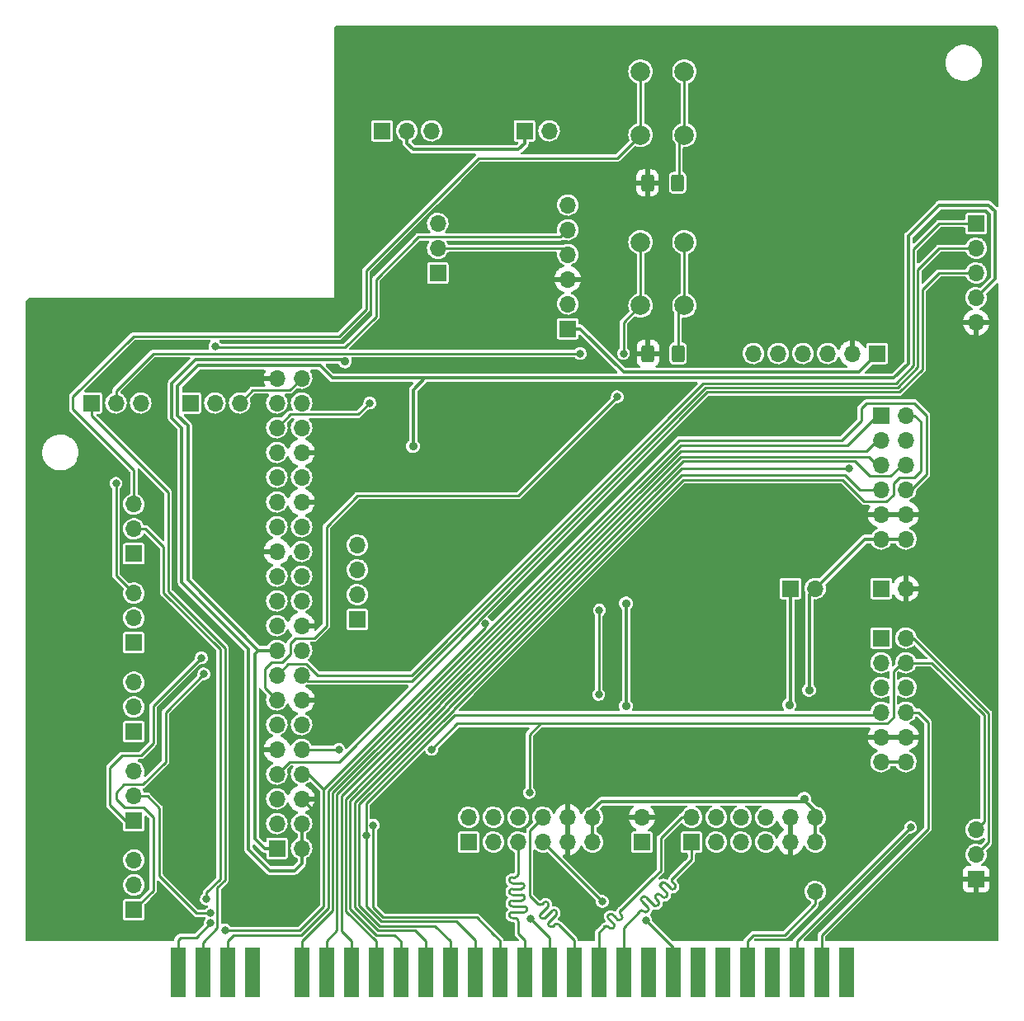
<source format=gtl>
%TF.GenerationSoftware,KiCad,Pcbnew,6.0.0-d3dd2cf0fa~116~ubuntu20.04.1*%
%TF.CreationDate,2022-03-24T22:15:25+01:00*%
%TF.ProjectId,addon-edge-rpi-i2s-pmod,6164646f-6e2d-4656-9467-652d7270692d,1.00*%
%TF.SameCoordinates,Original*%
%TF.FileFunction,Copper,L1,Top*%
%TF.FilePolarity,Positive*%
%FSLAX46Y46*%
G04 Gerber Fmt 4.6, Leading zero omitted, Abs format (unit mm)*
G04 Created by KiCad (PCBNEW 6.0.0-d3dd2cf0fa~116~ubuntu20.04.1) date 2022-03-24 22:15:25*
%MOMM*%
%LPD*%
G01*
G04 APERTURE LIST*
G04 Aperture macros list*
%AMRoundRect*
0 Rectangle with rounded corners*
0 $1 Rounding radius*
0 $2 $3 $4 $5 $6 $7 $8 $9 X,Y pos of 4 corners*
0 Add a 4 corners polygon primitive as box body*
4,1,4,$2,$3,$4,$5,$6,$7,$8,$9,$2,$3,0*
0 Add four circle primitives for the rounded corners*
1,1,$1+$1,$2,$3*
1,1,$1+$1,$4,$5*
1,1,$1+$1,$6,$7*
1,1,$1+$1,$8,$9*
0 Add four rect primitives between the rounded corners*
20,1,$1+$1,$2,$3,$4,$5,0*
20,1,$1+$1,$4,$5,$6,$7,0*
20,1,$1+$1,$6,$7,$8,$9,0*
20,1,$1+$1,$8,$9,$2,$3,0*%
G04 Aperture macros list end*
%TA.AperFunction,ComponentPad*%
%ADD10R,1.700000X1.700000*%
%TD*%
%TA.AperFunction,ComponentPad*%
%ADD11O,1.700000X1.700000*%
%TD*%
%TA.AperFunction,SMDPad,CuDef*%
%ADD12R,1.524000X5.080000*%
%TD*%
%TA.AperFunction,ComponentPad*%
%ADD13C,2.000000*%
%TD*%
%TA.AperFunction,SMDPad,CuDef*%
%ADD14RoundRect,0.250000X-0.400000X-0.625000X0.400000X-0.625000X0.400000X0.625000X-0.400000X0.625000X0*%
%TD*%
%TA.AperFunction,ViaPad*%
%ADD15C,0.800000*%
%TD*%
%TA.AperFunction,ViaPad*%
%ADD16C,0.900000*%
%TD*%
%TA.AperFunction,Conductor*%
%ADD17C,0.250000*%
%TD*%
%TA.AperFunction,Conductor*%
%ADD18C,0.350000*%
%TD*%
G04 APERTURE END LIST*
D10*
%TO.P,JP5,1,Pin_1*%
%TO.N,+3V3*%
X187325000Y-102870000D03*
D11*
%TO.P,JP5,2,Pin_2*%
%TO.N,/VH_PMOD*%
X189865000Y-102870000D03*
%TD*%
D10*
%TO.P,JP22,1,Pin_1*%
%TO.N,/A27_DIN_I2S*%
X125730000Y-83820000D03*
D11*
%TO.P,JP22,2,Pin_2*%
%TO.N,/DAC_DIN_I2S*%
X128270000Y-83820000D03*
%TO.P,JP22,3,Pin_3*%
%TO.N,/B13_SPI1_SCLK_DABD*%
X130810000Y-83820000D03*
%TD*%
%TO.P,J13,1,Pin_1*%
%TO.N,/B24_JOY_SEL*%
X189865000Y-133985000D03*
%TD*%
D12*
%TO.P,EDGE1,B1,A15*%
%TO.N,/B1_UART_RX*%
X124460000Y-142240000D03*
%TO.P,EDGE1,B2,A13*%
%TO.N,/B2_BCLK_I2S*%
X127000000Y-142240000D03*
%TO.P,EDGE1,B3,D7*%
%TO.N,/B3_SRAMDQ15*%
X129540000Y-142240000D03*
%TO.P,EDGE1,B4,NC*%
%TO.N,unconnected-(EDGE1-PadB4)*%
X132080000Y-142240000D03*
%TO.P,EDGE1,B6,D0*%
%TO.N,/B6_SRAMDQ8*%
X137160000Y-142240000D03*
%TO.P,EDGE1,B7,D1*%
%TO.N,/B7_SRAMDQ9*%
X139700000Y-142240000D03*
%TO.P,EDGE1,B8,D2*%
%TO.N,/B8_SRAMDQ10*%
X142240000Y-142240000D03*
%TO.P,EDGE1,B9,D6*%
%TO.N,/B9_SRAMDQ14*%
X144780000Y-142240000D03*
%TO.P,EDGE1,B10,D5*%
%TO.N,/B10_SRAMDQ13*%
X147320000Y-142240000D03*
%TO.P,EDGE1,B11,D3*%
%TO.N,/B11_SRAMDQ11*%
X149860000Y-142240000D03*
%TO.P,EDGE1,B12,D4*%
%TO.N,/B12_SRAMDQ12*%
X152400000Y-142240000D03*
%TO.P,EDGE1,B13,/INT*%
%TO.N,/B13_SCLK_DABD*%
X154940000Y-142240000D03*
%TO.P,EDGE1,B14,/NMI*%
%TO.N,/B14_CE0_CLKBD*%
X157480000Y-142240000D03*
%TO.P,EDGE1,B15,/HALT*%
%TO.N,/B15_SCL_PM1_D2*%
X160020000Y-142240000D03*
%TO.P,EDGE1,B16,/MREQ*%
%TO.N,/B16_UART_TX_MIDI*%
X162560000Y-142240000D03*
%TO.P,EDGE1,B17,/IORQ*%
%TO.N,/B17_PMOD1_D7*%
X165100000Y-142240000D03*
%TO.P,EDGE1,B18,/RD*%
%TO.N,/B18_PMOD2_D4*%
X167640000Y-142240000D03*
%TO.P,EDGE1,B19,/WR*%
%TO.N,/B19_PMOD2_D0*%
X170180000Y-142240000D03*
%TO.P,EDGE1,B20,-5V*%
%TO.N,unconnected-(EDGE1-PadB20)*%
X172720000Y-142240000D03*
%TO.P,EDGE1,B21,/WAIT*%
%TO.N,/B21_SDA_PM1_D3*%
X175260000Y-142240000D03*
%TO.P,EDGE1,B22,+12V*%
%TO.N,unconnected-(EDGE1-PadB22)*%
X177800000Y-142240000D03*
%TO.P,EDGE1,B23,-12V*%
%TO.N,unconnected-(EDGE1-PadB23)*%
X180340000Y-142240000D03*
%TO.P,EDGE1,B24,/M1*%
%TO.N,/B24_JOY_SEL*%
X182880000Y-142240000D03*
%TO.P,EDGE1,B25,/RFSH*%
%TO.N,unconnected-(EDGE1-PadB25)*%
X185420000Y-142240000D03*
%TO.P,EDGE1,B26,A8*%
%TO.N,/B26_WSEL_LRCLK_I2S*%
X187960000Y-142240000D03*
%TO.P,EDGE1,B27,A10*%
%TO.N,/B27_SPI1CE2*%
X190500000Y-142240000D03*
%TO.P,EDGE1,B28,NC2*%
%TO.N,unconnected-(EDGE1-PadB28)*%
X193040000Y-142240000D03*
%TD*%
D13*
%TO.P,BUT1,1*%
%TO.N,Net-(BUT1-Pad1)*%
X176429000Y-56305000D03*
X176429000Y-49805000D03*
%TO.P,BUT1,2*%
%TO.N,/A2_SPI1_CE1*%
X171929000Y-56305000D03*
X171929000Y-49805000D03*
%TD*%
D10*
%TO.P,JP45,1,Pin_1*%
%TO.N,/A2_SPI0_CE1*%
X119945000Y-99300000D03*
D11*
%TO.P,JP45,2,Pin_2*%
%TO.N,/A2_CE1*%
X119945000Y-96760000D03*
%TO.P,JP45,3,Pin_3*%
%TO.N,/A2_SPI1_CE1*%
X119945000Y-94220000D03*
%TD*%
D10*
%TO.P,J12,1,Pin_1*%
%TO.N,+5V*%
X196615000Y-102870000D03*
D11*
%TO.P,J12,2,Pin_2*%
%TO.N,GND*%
X199155000Y-102870000D03*
%TD*%
D10*
%TO.P,JP12,1,Pin_1*%
%TO.N,/JP11_Vout*%
X160020000Y-55880000D03*
D11*
%TO.P,JP12,2,Pin_2*%
%TO.N,VIN*%
X162560000Y-55880000D03*
%TD*%
D10*
%TO.P,J6,1,Pin_1*%
%TO.N,VIN*%
X196215000Y-78740000D03*
D11*
%TO.P,J6,2,Pin_2*%
%TO.N,GND*%
X193675000Y-78740000D03*
%TO.P,J6,3,Pin_3*%
%TO.N,/DAC_WSEL_LRCLK_I2S*%
X191135000Y-78740000D03*
%TO.P,J6,4,Pin_4*%
%TO.N,/DAC_DIN_I2S*%
X188595000Y-78740000D03*
%TO.P,J6,5,Pin_5*%
%TO.N,/DAC_BCLK_I2S*%
X186055000Y-78740000D03*
%TO.P,J6,6,Pin_6*%
%TO.N,unconnected-(J6-Pad6)*%
X183515000Y-78740000D03*
%TD*%
D14*
%TO.P,R1,1*%
%TO.N,GND*%
X172644000Y-61235000D03*
%TO.P,R1,2*%
%TO.N,Net-(BUT1-Pad1)*%
X175744000Y-61235000D03*
%TD*%
D13*
%TO.P,BUT2,1*%
%TO.N,Net-(BUT2-Pad1)*%
X176429000Y-73810000D03*
X176429000Y-67310000D03*
%TO.P,BUT2,2*%
%TO.N,/PIMIDI_BUT2*%
X171929000Y-67310000D03*
X171929000Y-73810000D03*
%TD*%
D10*
%TO.P,JP43,1,Pin_1*%
%TO.N,/B13_SPI0_SCLK*%
X119945000Y-117580000D03*
D11*
%TO.P,JP43,2,Pin_2*%
%TO.N,/B13_SCLK_DABD*%
X119945000Y-115040000D03*
%TO.P,JP43,3,Pin_3*%
%TO.N,/B13_SPI1_SCLK_DABD*%
X119945000Y-112500000D03*
%TD*%
D10*
%TO.P,JP44,1,Pin_1*%
%TO.N,/B14_SPI0_CE0*%
X119945000Y-108440000D03*
D11*
%TO.P,JP44,2,Pin_2*%
%TO.N,/B14_CE0_CLKBD*%
X119945000Y-105900000D03*
%TO.P,JP44,3,Pin_3*%
%TO.N,/B14_SPI1_CE0_CLKBD*%
X119945000Y-103360000D03*
%TD*%
D10*
%TO.P,J1,1,Pin_1*%
%TO.N,/A9_PMOD1_D0*%
X154305000Y-128905000D03*
D11*
%TO.P,J1,2,Pin_2*%
%TO.N,/A11_PMOD1_D1*%
X156845000Y-128905000D03*
%TO.P,J1,3,Pin_3*%
%TO.N,/B15_SCL_PM1_D2*%
X159385000Y-128905000D03*
%TO.P,J1,4,Pin_4*%
%TO.N,/B21_SDA_PM1_D3*%
X161925000Y-128905000D03*
%TO.P,J1,5,Pin_5*%
%TO.N,GND*%
X164465000Y-128905000D03*
%TO.P,J1,6,Pin_6*%
%TO.N,+3V3*%
X167005000Y-128905000D03*
%TO.P,J1,7,Pin_7*%
%TO.N,/A8_PMOD1_D4*%
X154305000Y-126365000D03*
%TO.P,J1,8,Pin_8*%
%TO.N,/A10_PMOD1_D5*%
X156845000Y-126365000D03*
%TO.P,J1,9,Pin_9*%
%TO.N,/A12_PMOD1_D6*%
X159385000Y-126365000D03*
%TO.P,J1,10,Pin_10*%
%TO.N,/B17_PMOD1_D7*%
X161925000Y-126365000D03*
%TO.P,J1,11,Pin_11*%
%TO.N,GND*%
X164465000Y-126365000D03*
%TO.P,J1,12,Pin_12*%
%TO.N,+3V3*%
X167005000Y-126365000D03*
%TD*%
D10*
%TO.P,J2,1,Pin_1*%
%TO.N,/B19_PMOD2_D0*%
X177165000Y-128905000D03*
D11*
%TO.P,J2,2,Pin_2*%
%TO.N,/A21_PMOD2_D1*%
X179705000Y-128905000D03*
%TO.P,J2,3,Pin_3*%
%TO.N,/A23_PMOD2_D2*%
X182245000Y-128905000D03*
%TO.P,J2,4,Pin_4*%
%TO.N,/A25_PMOD2_D3*%
X184785000Y-128905000D03*
%TO.P,J2,5,Pin_5*%
%TO.N,GND*%
X187325000Y-128905000D03*
%TO.P,J2,6,Pin_6*%
%TO.N,+3V3*%
X189865000Y-128905000D03*
%TO.P,J2,7,Pin_7*%
%TO.N,/B18_PMOD2_D4*%
X177165000Y-126365000D03*
%TO.P,J2,8,Pin_8*%
%TO.N,/A20_PMOD2_D5*%
X179705000Y-126365000D03*
%TO.P,J2,9,Pin_9*%
%TO.N,/A22_PMOD2_D6*%
X182245000Y-126365000D03*
%TO.P,J2,10,Pin_10*%
%TO.N,/A24_PMOD2_D7*%
X184785000Y-126365000D03*
%TO.P,J2,11,Pin_11*%
%TO.N,GND*%
X187325000Y-126365000D03*
%TO.P,J2,12,Pin_12*%
%TO.N,+3V3*%
X189865000Y-126365000D03*
%TD*%
D10*
%TO.P,J5,1,Pin_1*%
%TO.N,VIN*%
X164465000Y-76200000D03*
D11*
%TO.P,J5,2,Pin_2*%
%TO.N,unconnected-(J5-Pad2)*%
X164465000Y-73660000D03*
%TO.P,J5,3,Pin_3*%
%TO.N,GND*%
X164465000Y-71120000D03*
%TO.P,J5,4,Pin_4*%
%TO.N,/DAC_WSEL_LRCLK_I2S*%
X164465000Y-68580000D03*
%TO.P,J5,5,Pin_5*%
%TO.N,/DAC_DIN_I2S*%
X164465000Y-66040000D03*
%TO.P,J5,6,Pin_6*%
%TO.N,/DAC_BCLK_I2S*%
X164465000Y-63500000D03*
%TD*%
D10*
%TO.P,J10,1,Pin_1*%
%TO.N,+5V*%
X172085000Y-128905000D03*
D11*
%TO.P,J10,2,Pin_2*%
%TO.N,GND*%
X172085000Y-126365000D03*
%TD*%
D10*
%TO.P,J7,1,Pin_1*%
%TO.N,GND*%
X206375000Y-132715000D03*
D11*
%TO.P,J7,2,Pin_2*%
%TO.N,/B1_UART_RX*%
X206375000Y-130175000D03*
%TO.P,J7,3,Pin_3*%
%TO.N,/B16_UART_TX_MIDI*%
X206375000Y-127635000D03*
%TD*%
D10*
%TO.P,RPI1,1,3.3V*%
%TO.N,3V3pi*%
X134620000Y-129540000D03*
D11*
%TO.P,RPI1,2,5.0V*%
%TO.N,5Vpi*%
X137160000Y-129540000D03*
%TO.P,RPI1,3,SDA*%
%TO.N,/SDA_RPI*%
X134620000Y-127000000D03*
%TO.P,RPI1,4,5.0V@1*%
%TO.N,5Vpi*%
X137160000Y-127000000D03*
%TO.P,RPI1,5,SCL*%
%TO.N,/SCL_RPI*%
X134620000Y-124460000D03*
%TO.P,RPI1,6,GND*%
%TO.N,GND*%
X137160000Y-124460000D03*
%TO.P,RPI1,7,GPIO4*%
%TO.N,/PIMIDI_BUT5*%
X134620000Y-121920000D03*
%TO.P,RPI1,8,TXD*%
%TO.N,/B1_UART_RX*%
X137160000Y-121920000D03*
%TO.P,RPI1,9,GND@4*%
%TO.N,GND*%
X134620000Y-119380000D03*
%TO.P,RPI1,10,RXD*%
%TO.N,/B16_UART_TX_MIDI*%
X137160000Y-119380000D03*
%TO.P,RPI1,11,GPIO17*%
%TO.N,/A2_SPI1_CE1*%
X134620000Y-116840000D03*
%TO.P,RPI1,12,GPIO18*%
%TO.N,/B14_SPI1_CE0_CLKBD*%
X137160000Y-116840000D03*
%TO.P,RPI1,13,GPIO27*%
%TO.N,/PIMIDI_BUT2*%
X134620000Y-114300000D03*
%TO.P,RPI1,14,GND@1*%
%TO.N,GND*%
X137160000Y-114300000D03*
%TO.P,RPI1,15,GPIO22*%
%TO.N,/PIMIDI_B3_CLK*%
X134620000Y-111760000D03*
%TO.P,RPI1,16,GPIO23*%
%TO.N,/PIMIDI_B4_DAT*%
X137160000Y-111760000D03*
%TO.P,RPI1,17,3.3V@1*%
%TO.N,3V3pi*%
X134620000Y-109220000D03*
%TO.P,RPI1,18,GPIO24*%
%TO.N,unconnected-(RPI1-Pad18)*%
X137160000Y-109220000D03*
%TO.P,RPI1,19,SPI_MOSI*%
%TO.N,/A1_SPI0_MOSI*%
X134620000Y-106680000D03*
%TO.P,RPI1,20,GND@2*%
%TO.N,GND*%
X137160000Y-106680000D03*
%TO.P,RPI1,21,SPI_MISO*%
%TO.N,/A28_SPI0_MISO*%
X134620000Y-104140000D03*
%TO.P,RPI1,22,GPIO25*%
%TO.N,unconnected-(RPI1-Pad22)*%
X137160000Y-104140000D03*
%TO.P,RPI1,23,SPI_SCLK*%
%TO.N,/B13_SPI0_SCLK*%
X134620000Y-101600000D03*
%TO.P,RPI1,24,#SPI_CE0*%
%TO.N,/B14_SPI0_CE0*%
X137160000Y-101600000D03*
%TO.P,RPI1,25,GND@3*%
%TO.N,GND*%
X134620000Y-99060000D03*
%TO.P,RPI1,26,#SPI_CE1*%
%TO.N,/A2_SPI0_CE1*%
X137160000Y-99060000D03*
%TO.P,RPI1,27,EEDATA*%
%TO.N,unconnected-(RPI1-Pad27)*%
X134620000Y-96520000D03*
%TO.P,RPI1,28,EECLK*%
%TO.N,unconnected-(RPI1-Pad28)*%
X137160000Y-96520000D03*
%TO.P,RPI1,29,GPIO5*%
%TO.N,unconnected-(RPI1-Pad29)*%
X134620000Y-93980000D03*
%TO.P,RPI1,30,GND@6*%
%TO.N,GND*%
X137160000Y-93980000D03*
%TO.P,RPI1,31,GPIO6*%
%TO.N,unconnected-(RPI1-Pad31)*%
X134620000Y-91440000D03*
%TO.P,RPI1,32,GPIO12*%
%TO.N,unconnected-(RPI1-Pad32)*%
X137160000Y-91440000D03*
%TO.P,RPI1,33,GPIO13*%
%TO.N,unconnected-(RPI1-Pad33)*%
X134620000Y-88900000D03*
%TO.P,RPI1,34,GND@7*%
%TO.N,GND*%
X137160000Y-88900000D03*
%TO.P,RPI1,35,GPIO19*%
%TO.N,/A28_SPI1_MISO_WSBD*%
X134620000Y-86360000D03*
%TO.P,RPI1,36,GPIO16*%
%TO.N,/B27_SPI1CE2*%
X137160000Y-86360000D03*
%TO.P,RPI1,37,GPIO26*%
%TO.N,unconnected-(RPI1-Pad37)*%
X134620000Y-83820000D03*
%TO.P,RPI1,38,GPIO20*%
%TO.N,/A1_SPI1_MOSI*%
X137160000Y-83820000D03*
%TO.P,RPI1,39,GND@5*%
%TO.N,GND*%
X134620000Y-81280000D03*
%TO.P,RPI1,40,GPIO21*%
%TO.N,/B13_SPI1_SCLK_DABD*%
X137160000Y-81280000D03*
%TD*%
D10*
%TO.P,JP42,1,Pin_1*%
%TO.N,/A28_SPI0_MISO*%
X119945000Y-126720000D03*
D11*
%TO.P,JP42,2,Pin_2*%
%TO.N,/A28_MISO_WSBD*%
X119945000Y-124180000D03*
%TO.P,JP42,3,Pin_3*%
%TO.N,/A28_SPI1_MISO_WSBD*%
X119945000Y-121640000D03*
%TD*%
D14*
%TO.P,R2,1*%
%TO.N,GND*%
X172694000Y-78740000D03*
%TO.P,R2,2*%
%TO.N,Net-(BUT2-Pad1)*%
X175794000Y-78740000D03*
%TD*%
D10*
%TO.P,J9,1,Pin_1*%
%TO.N,/PIMIDI_B3_CLK*%
X206367200Y-65405000D03*
D11*
%TO.P,J9,2,Pin_2*%
%TO.N,/PIMIDI_B4_DAT*%
X206367200Y-67945000D03*
%TO.P,J9,3,Pin_3*%
%TO.N,/PIMIDI_BUT5*%
X206367200Y-70485000D03*
%TO.P,J9,4,Pin_4*%
%TO.N,3V3pi*%
X206367200Y-73025000D03*
%TO.P,J9,5,Pin_5*%
%TO.N,GND*%
X206367200Y-75565000D03*
%TD*%
D10*
%TO.P,JP23,1,Pin_1*%
%TO.N,/B26_WSEL_LRCLK_I2S*%
X151130000Y-70485000D03*
D11*
%TO.P,JP23,2,Pin_2*%
%TO.N,/DAC_WSEL_LRCLK_I2S*%
X151130000Y-67945000D03*
%TO.P,JP23,3,Pin_3*%
%TO.N,/A28_SPI1_MISO_WSBD*%
X151130000Y-65405000D03*
%TD*%
D10*
%TO.P,JP21,1,Pin_1*%
%TO.N,/B2_BCLK_I2S*%
X115570000Y-83820000D03*
D11*
%TO.P,JP21,2,Pin_2*%
%TO.N,/DAC_BCLK_I2S*%
X118110000Y-83820000D03*
%TO.P,JP21,3,Pin_3*%
%TO.N,/B14_SPI1_CE0_CLKBD*%
X120650000Y-83820000D03*
%TD*%
%TO.P,J3,12,Pin_12*%
%TO.N,/VH_PMOD*%
X199155000Y-97790000D03*
%TO.P,J3,11,Pin_11*%
%TO.N,GND*%
X199155000Y-95250000D03*
%TO.P,J3,10,Pin_10*%
%TO.N,/B3_SRAMDQ15*%
X199155000Y-92710000D03*
%TO.P,J3,9,Pin_9*%
%TO.N,/B9_SRAMDQ14*%
X199155000Y-90170000D03*
%TO.P,J3,8,Pin_8*%
%TO.N,/B10_SRAMDQ13*%
X199155000Y-87630000D03*
%TO.P,J3,7,Pin_7*%
%TO.N,/B12_SRAMDQ12*%
X199155000Y-85090000D03*
%TO.P,J3,6,Pin_6*%
%TO.N,/VH_PMOD*%
X196615000Y-97790000D03*
%TO.P,J3,5,Pin_5*%
%TO.N,GND*%
X196615000Y-95250000D03*
%TO.P,J3,4,Pin_4*%
%TO.N,/B11_SRAMDQ11*%
X196615000Y-92710000D03*
%TO.P,J3,3,Pin_3*%
%TO.N,/B8_SRAMDQ10*%
X196615000Y-90170000D03*
%TO.P,J3,2,Pin_2*%
%TO.N,/B7_SRAMDQ9*%
X196615000Y-87630000D03*
D10*
%TO.P,J3,1,Pin_1*%
%TO.N,/B6_SRAMDQ8*%
X196615000Y-85090000D03*
%TD*%
%TO.P,J8,1,Pin_1*%
%TO.N,/DISPLAY_PS1*%
X142875000Y-106045000D03*
D11*
%TO.P,J8,2,Pin_2*%
%TO.N,/DISPLAY_PS2*%
X142875000Y-103505000D03*
%TO.P,J8,3,Pin_3*%
%TO.N,/SCL_RPI*%
X142875000Y-100965000D03*
%TO.P,J8,4,Pin_4*%
%TO.N,/SDA_RPI*%
X142875000Y-98425000D03*
%TD*%
D10*
%TO.P,J4,1,Pin_1*%
%TO.N,/B14_CE0_CLKBD*%
X196615000Y-107950000D03*
D11*
%TO.P,J4,2,Pin_2*%
%TO.N,/A1_MOSI*%
X196615000Y-110490000D03*
%TO.P,J4,3,Pin_3*%
%TO.N,/A28_MISO_WSBD*%
X196615000Y-113030000D03*
%TO.P,J4,4,Pin_4*%
%TO.N,/B13_SCLK_DABD*%
X196615000Y-115570000D03*
%TO.P,J4,5,Pin_5*%
%TO.N,GND*%
X196615000Y-118110000D03*
%TO.P,J4,6,Pin_6*%
%TO.N,/VH_PMOD*%
X196615000Y-120650000D03*
%TO.P,J4,7,Pin_7*%
%TO.N,/B1_UART_RX*%
X199155000Y-107950000D03*
%TO.P,J4,8,Pin_8*%
%TO.N,/B16_UART_TX_MIDI*%
X199155000Y-110490000D03*
%TO.P,J4,9,Pin_9*%
%TO.N,/A2_CE1*%
X199155000Y-113030000D03*
%TO.P,J4,10,Pin_10*%
%TO.N,/B27_SPI1CE2*%
X199155000Y-115570000D03*
%TO.P,J4,11,Pin_11*%
%TO.N,GND*%
X199155000Y-118110000D03*
%TO.P,J4,12,Pin_12*%
%TO.N,/VH_PMOD*%
X199155000Y-120650000D03*
%TD*%
D10*
%TO.P,JP11,1,Pin_1*%
%TO.N,5Vpi*%
X145415000Y-55880000D03*
D11*
%TO.P,JP11,2,Pin_2*%
%TO.N,/JP11_Vout*%
X147955000Y-55880000D03*
%TO.P,JP11,3,Pin_3*%
%TO.N,+5V*%
X150495000Y-55880000D03*
%TD*%
D10*
%TO.P,JP41,1,Pin_1*%
%TO.N,/A1_SPI0_MOSI*%
X119945000Y-135845000D03*
D11*
%TO.P,JP41,2,Pin_2*%
%TO.N,/A1_MOSI*%
X119945000Y-133305000D03*
%TO.P,JP41,3,Pin_3*%
%TO.N,/A1_SPI1_MOSI*%
X119945000Y-130765000D03*
%TD*%
D15*
%TO.N,/B26_WSEL_LRCLK_I2S*%
X199644000Y-127381000D03*
%TO.N,/A27_DIN_I2S*%
X167710062Y-105085938D03*
X167640000Y-113757700D03*
%TO.N,/B16_UART_TX_MIDI*%
X160620289Y-136813711D03*
X140970000Y-119380000D03*
X150495000Y-119380000D03*
X160528000Y-123825000D03*
%TO.N,/B10_SRAMDQ13*%
X193294000Y-90533138D03*
D16*
%TO.N,5Vpi*%
X141605000Y-79564500D03*
%TO.N,GND*%
X136525000Y-137152780D03*
D15*
X130175000Y-136144000D03*
X124714000Y-107950000D03*
D16*
%TO.N,/VH_PMOD*%
X189230000Y-113284000D03*
%TO.N,+3V3*%
X188722000Y-124460000D03*
X187198000Y-114808000D03*
%TO.N,3V3pi*%
X148590000Y-88265000D03*
D15*
%TO.N,/B14_SPI1_CE0_CLKBD*%
X118110000Y-92075000D03*
%TO.N,/PIMIDI_BUT2*%
X169545000Y-83185000D03*
X170180000Y-78740000D03*
%TO.N,/A2_CE1*%
X127381000Y-134747000D03*
%TO.N,/B14_CE0_CLKBD*%
X144518528Y-127177800D03*
%TO.N,/A28_MISO_WSBD*%
X127787400Y-136220200D03*
%TO.N,/B13_SCLK_DABD*%
X143790828Y-128187557D03*
D16*
%TO.N,+5V*%
X170434000Y-114935000D03*
X170434000Y-104394000D03*
D15*
%TO.N,/A1_SPI0_MOSI*%
X127127000Y-111633000D03*
%TO.N,/B1_UART_RX*%
X129286000Y-137922000D03*
X156010309Y-106480309D03*
X127787411Y-137222902D03*
%TO.N,/A28_SPI0_MISO*%
X126873000Y-109982000D03*
%TO.N,/A28_SPI1_MISO_WSBD*%
X144145000Y-83820000D03*
%TO.N,/DAC_DIN_I2S*%
X128270000Y-78012300D03*
%TO.N,/DAC_BCLK_I2S*%
X165735000Y-78740000D03*
%TO.N,/B21_SDA_PM1_D3*%
X168021000Y-135001000D03*
X172466000Y-136906000D03*
%TD*%
D17*
%TO.N,/B16_UART_TX_MIDI*%
X161636289Y-116747711D02*
X197247089Y-116747711D01*
X201797758Y-110490000D02*
X207192280Y-115884522D01*
X197247089Y-116747711D02*
X197866000Y-116128800D01*
X197866000Y-116128800D02*
X197866000Y-111379000D01*
X207192280Y-115884522D02*
X207192280Y-126817720D01*
X207192280Y-126817720D02*
X206375000Y-127635000D01*
X197866000Y-111379000D02*
X198755000Y-110490000D01*
X198755000Y-110490000D02*
X201797758Y-110490000D01*
%TO.N,/B12_SRAMDQ12*%
X197866000Y-93218000D02*
X197866000Y-92041464D01*
X197154800Y-93929200D02*
X197866000Y-93218000D01*
X194894200Y-93929200D02*
X197154800Y-93929200D01*
X192659000Y-91694000D02*
X194894200Y-93929200D01*
X152736909Y-115264542D02*
X176307451Y-91694000D01*
X176307451Y-91694000D02*
X192659000Y-91694000D01*
X143051319Y-125022566D02*
X152736909Y-115336976D01*
X152736909Y-115336976D02*
X152736909Y-115264542D01*
X145160286Y-137524560D02*
X143051319Y-135415593D01*
X150859561Y-137524561D02*
X145160286Y-137524560D01*
X152400000Y-142240000D02*
X152400000Y-139065000D01*
X152400000Y-139065000D02*
X150859561Y-137524561D01*
X143051319Y-135415593D02*
X143051319Y-125022566D01*
X200025000Y-91440000D02*
X200660000Y-90805000D01*
X197866000Y-92041464D02*
X198467464Y-91440000D01*
X200025000Y-85090000D02*
X198755000Y-85090000D01*
X198467464Y-91440000D02*
X200025000Y-91440000D01*
X200660000Y-90805000D02*
X200660000Y-85725000D01*
X200660000Y-85725000D02*
X200025000Y-85090000D01*
%TO.N,/B26_WSEL_LRCLK_I2S*%
X187960000Y-139065000D02*
X187960000Y-142240000D01*
X199644000Y-127381000D02*
X187960000Y-139065000D01*
%TO.N,/A27_DIN_I2S*%
X167640000Y-113757700D02*
X167640000Y-105156000D01*
X167640000Y-105156000D02*
X167710062Y-105085938D01*
%TO.N,/B2_BCLK_I2S*%
X115570000Y-85090000D02*
X123444000Y-92964000D01*
X128515111Y-133595111D02*
X128515111Y-137676889D01*
X129286000Y-108966000D02*
X129286000Y-132824222D01*
X123444000Y-92964000D02*
X123444000Y-103124000D01*
X129286000Y-132824222D02*
X128515111Y-133595111D01*
X128515111Y-137676889D02*
X127000000Y-139192000D01*
X127000000Y-139192000D02*
X127000000Y-142240000D01*
X115570000Y-83820000D02*
X115570000Y-85090000D01*
X123444000Y-103124000D02*
X129286000Y-108966000D01*
%TO.N,/B16_UART_TX_MIDI*%
X162560000Y-138753422D02*
X160620289Y-136813711D01*
X160528000Y-117856000D02*
X161636289Y-116747711D01*
X150495000Y-119380000D02*
X153127289Y-116747711D01*
X153127289Y-116747711D02*
X161636289Y-116747711D01*
X162560000Y-142240000D02*
X162560000Y-138753422D01*
X140970000Y-119380000D02*
X137160000Y-119380000D01*
X160528000Y-123825000D02*
X160528000Y-117856000D01*
%TO.N,/B3_SRAMDQ15*%
X129540000Y-139065000D02*
X130175000Y-138430000D01*
X194564000Y-85598000D02*
X194564000Y-84385578D01*
X201295000Y-85090000D02*
X201295000Y-91122500D01*
X192532000Y-87630000D02*
X194564000Y-85598000D01*
X137154758Y-138430000D02*
X139882280Y-135702478D01*
X139882281Y-123637477D02*
X175889758Y-87630000D01*
X130175000Y-138430000D02*
X137154758Y-138430000D01*
X194564000Y-84385578D02*
X195129578Y-83820000D01*
X175889758Y-87630000D02*
X192532000Y-87630000D01*
X195129578Y-83820000D02*
X200025000Y-83820000D01*
X199707500Y-92710000D02*
X198755000Y-92710000D01*
X200025000Y-83820000D02*
X201295000Y-85090000D01*
X201295000Y-91122500D02*
X199707500Y-92710000D01*
X129540000Y-142240000D02*
X129540000Y-139065000D01*
X139882280Y-135702478D02*
X139882281Y-123637477D01*
%TO.N,/PIMIDI_BUT5*%
X155282598Y-106178880D02*
X155282598Y-106337402D01*
X155708896Y-105752598D02*
X155708880Y-105752598D01*
X200844957Y-72205043D02*
X200844957Y-80358665D01*
X140970000Y-120650000D02*
X135890000Y-120650000D01*
X202565000Y-70485000D02*
X200844957Y-72205043D01*
X200844957Y-80358665D02*
X198504145Y-82699477D01*
X155708880Y-105752598D02*
X155282598Y-106178880D01*
X206367200Y-70485000D02*
X202565000Y-70485000D01*
X178762017Y-82699477D02*
X155708896Y-105752598D01*
X155282598Y-106337402D02*
X140970000Y-120650000D01*
X198504145Y-82699477D02*
X178762017Y-82699477D01*
X135890000Y-120650000D02*
X134620000Y-121920000D01*
%TO.N,/A2_SPI1_CE1*%
X119945000Y-90735000D02*
X119945000Y-94220000D01*
X171929000Y-49805000D02*
X171929000Y-56305000D01*
X171929000Y-56305000D02*
X169560000Y-58674000D01*
X119888000Y-76962000D02*
X113665000Y-83185000D01*
X113665000Y-84455000D02*
X119945000Y-90735000D01*
X113665000Y-83185000D02*
X113665000Y-84455000D01*
X169560000Y-58674000D02*
X155321000Y-58674000D01*
X143764000Y-70231000D02*
X143764000Y-74168000D01*
X140970000Y-76962000D02*
X119888000Y-76962000D01*
X155321000Y-58674000D02*
X143764000Y-70231000D01*
X143764000Y-74168000D02*
X140970000Y-76962000D01*
%TO.N,/B6_SRAMDQ8*%
X193167000Y-88138000D02*
X176022000Y-88138000D01*
X176022000Y-88138000D02*
X140335000Y-123825000D01*
X196215000Y-85090000D02*
X193167000Y-88138000D01*
X140335000Y-135890000D02*
X137160000Y-139065000D01*
X137160000Y-139065000D02*
X137160000Y-142240000D01*
X140335000Y-123825000D02*
X140335000Y-135890000D01*
%TO.N,/B7_SRAMDQ9*%
X176027242Y-88773000D02*
X195072000Y-88773000D01*
X139700000Y-142240000D02*
X139700000Y-139065000D01*
X195072000Y-88773000D02*
X196215000Y-87630000D01*
X140787720Y-124012522D02*
X176027242Y-88773000D01*
X139700000Y-139065000D02*
X140787720Y-137977280D01*
X140787720Y-137977280D02*
X140787720Y-124012522D01*
%TO.N,/B8_SRAMDQ10*%
X195397718Y-89352718D02*
X196215000Y-90170000D01*
X142240000Y-139065000D02*
X141240439Y-138065439D01*
X141240439Y-124200045D02*
X176087766Y-89352718D01*
X141240439Y-138065439D02*
X141240439Y-124200045D01*
X176087766Y-89352718D02*
X195397718Y-89352718D01*
X142240000Y-142240000D02*
X142240000Y-139065000D01*
%TO.N,/B9_SRAMDQ14*%
X197577289Y-91347711D02*
X198755000Y-90170000D01*
X151378750Y-114774409D02*
X151378750Y-114701976D01*
X193940196Y-89805438D02*
X195482469Y-91347711D01*
X195482469Y-91347711D02*
X197577289Y-91347711D01*
X144780000Y-139065000D02*
X141693159Y-135978159D01*
X144780000Y-142240000D02*
X144780000Y-139065000D01*
X176275288Y-89805438D02*
X193940196Y-89805438D01*
X151378750Y-114701976D02*
X176275288Y-89805438D01*
X141693160Y-124459999D02*
X151378750Y-114774409D01*
X141693159Y-135978159D02*
X141693160Y-124459999D01*
%TO.N,/B10_SRAMDQ13*%
X193294000Y-90533138D02*
X193276138Y-90551000D01*
X144785242Y-138430000D02*
X146685000Y-138430000D01*
X147320000Y-139065000D02*
X147320000Y-142240000D01*
X193276138Y-90551000D02*
X176169967Y-90551000D01*
X176169967Y-90551000D02*
X151831470Y-114889497D01*
X151831470Y-114889497D02*
X151831470Y-114961931D01*
X151831470Y-114961931D02*
X142145879Y-124647522D01*
X142145879Y-135790637D02*
X144785242Y-138430000D01*
X142145879Y-124647522D02*
X142145879Y-135790637D01*
X146685000Y-138430000D02*
X147320000Y-139065000D01*
%TO.N,/B11_SRAMDQ11*%
X148772280Y-137977280D02*
X144972764Y-137977280D01*
X142598600Y-124835043D02*
X152284190Y-115149453D01*
X192917722Y-91186000D02*
X194441722Y-92710000D01*
X194441722Y-92710000D02*
X196215000Y-92710000D01*
X149860000Y-142240000D02*
X149860000Y-139065000D01*
X144972764Y-137977280D02*
X142598599Y-135603115D01*
X149860000Y-139065000D02*
X148772280Y-137977280D01*
X152284190Y-115149453D02*
X152284190Y-115077019D01*
X176175209Y-91186000D02*
X192917722Y-91186000D01*
X142598599Y-135603115D02*
X142598600Y-124835043D01*
X152284190Y-115077019D02*
X176175209Y-91186000D01*
D18*
%TO.N,VIN*%
X165735000Y-76200000D02*
X164465000Y-76200000D01*
X196215000Y-78740000D02*
X194310000Y-80645000D01*
X170180000Y-80645000D02*
X165735000Y-76200000D01*
X194310000Y-80645000D02*
X170180000Y-80645000D01*
%TO.N,5Vpi*%
X124876480Y-86363352D02*
X124876480Y-102229330D01*
X131734480Y-129702480D02*
X133858000Y-131826000D01*
X141605000Y-79564500D02*
X141415500Y-79375000D01*
X141415500Y-79375000D02*
X126279151Y-79375000D01*
X124876480Y-102229330D02*
X131734480Y-109087330D01*
X137160000Y-131064000D02*
X137160000Y-129540000D01*
X126279151Y-79375000D02*
X123855969Y-81798182D01*
X136398000Y-131826000D02*
X137160000Y-131064000D01*
X123855969Y-85342840D02*
X124876480Y-86363352D01*
X131734480Y-109087330D02*
X131734480Y-129702480D01*
X133858000Y-131826000D02*
X136398000Y-131826000D01*
X123855969Y-81798182D02*
X123855969Y-85342840D01*
X137160000Y-129540000D02*
X137160000Y-127000000D01*
%TO.N,GND*%
X138880041Y-134797739D02*
X138880041Y-126180041D01*
X136525000Y-137152780D02*
X138880041Y-134797739D01*
X138880041Y-126180041D02*
X137160000Y-124460000D01*
%TO.N,/VH_PMOD*%
X189230000Y-103505000D02*
X189865000Y-102870000D01*
X196215000Y-120650000D02*
X198755000Y-120650000D01*
X194945000Y-97790000D02*
X189865000Y-102870000D01*
X196215000Y-97790000D02*
X194945000Y-97790000D01*
X198755000Y-97790000D02*
X196215000Y-97790000D01*
X189230000Y-113284000D02*
X189230000Y-103505000D01*
%TO.N,+3V3*%
X189865000Y-125720000D02*
X189865000Y-126345000D01*
X167894000Y-124714000D02*
X188859000Y-124714000D01*
X189865000Y-126345000D02*
X189865000Y-128885000D01*
X167005000Y-125603000D02*
X167894000Y-124714000D01*
X187325000Y-114681000D02*
X187198000Y-114808000D01*
X188722000Y-124577000D02*
X188859000Y-124714000D01*
X167005000Y-126365000D02*
X167005000Y-128905000D01*
X188722000Y-124460000D02*
X188722000Y-124577000D01*
X167005000Y-126365000D02*
X167005000Y-125603000D01*
X188859000Y-124714000D02*
X189865000Y-125720000D01*
X187325000Y-102870000D02*
X187325000Y-114681000D01*
%TO.N,3V3pi*%
X139060489Y-80005489D02*
X126496511Y-80005489D01*
X207645000Y-63500000D02*
X202565000Y-63500000D01*
X125476000Y-101981000D02*
X132715000Y-109220000D01*
X124455489Y-82046511D02*
X124455489Y-85094511D01*
X208280000Y-64135000D02*
X207645000Y-63500000D01*
X124455489Y-85094511D02*
X125476000Y-86115022D01*
X148590000Y-88265000D02*
X148590000Y-82479040D01*
X206367200Y-73025000D02*
X208280000Y-71112200D01*
X208280000Y-71112200D02*
X208280000Y-64135000D01*
X202565000Y-63500000D02*
X199390000Y-66675000D01*
X134620000Y-129540000D02*
X133350000Y-129540000D01*
X140299520Y-81244520D02*
X139060489Y-80005489D01*
X197901480Y-81244520D02*
X149824520Y-81244520D01*
X132715000Y-109220000D02*
X134620000Y-109220000D01*
X133350000Y-129540000D02*
X132334000Y-128524000D01*
X126496511Y-80005489D02*
X124455489Y-82046511D01*
X149824520Y-81244520D02*
X140299520Y-81244520D01*
X125476000Y-86115022D02*
X125476000Y-101981000D01*
X199390000Y-66675000D02*
X199390000Y-79756000D01*
X199390000Y-79756000D02*
X197901480Y-81244520D01*
X132334000Y-109601000D02*
X132715000Y-109220000D01*
X132334000Y-128524000D02*
X132334000Y-109601000D01*
X148590000Y-82479040D02*
X149824520Y-81244520D01*
D17*
%TO.N,/B14_SPI1_CE0_CLKBD*%
X118110000Y-101525000D02*
X119945000Y-103360000D01*
X118110000Y-92075000D02*
X118110000Y-101525000D01*
%TO.N,/PIMIDI_BUT2*%
X139700000Y-96520000D02*
X139700000Y-106680000D01*
X136525000Y-107950000D02*
X135982289Y-108492711D01*
X133350000Y-113030000D02*
X134620000Y-114300000D01*
X171929000Y-67310000D02*
X171929000Y-73810000D01*
X142875000Y-93345000D02*
X139700000Y-96520000D01*
X138430000Y-107950000D02*
X136525000Y-107950000D01*
X169545000Y-83185000D02*
X159385000Y-93345000D01*
X135982289Y-109589432D02*
X135127210Y-110444511D01*
X170180000Y-75559000D02*
X171929000Y-73810000D01*
X159385000Y-93345000D02*
X142875000Y-93345000D01*
X134030489Y-110444511D02*
X133350000Y-111125000D01*
X135127210Y-110444511D02*
X134030489Y-110444511D01*
X133350000Y-111125000D02*
X133350000Y-113030000D01*
X170180000Y-78740000D02*
X170180000Y-75559000D01*
X135982289Y-108492711D02*
X135982289Y-109589432D01*
X139700000Y-106680000D02*
X138430000Y-107950000D01*
%TO.N,/PIMIDI_B3_CLK*%
X198129099Y-81794039D02*
X178386971Y-81794039D01*
X199939519Y-68030481D02*
X199939519Y-79983619D01*
X202565000Y-65405000D02*
X199939519Y-68030481D01*
X138825536Y-111760000D02*
X137647825Y-110582289D01*
X178386971Y-81794039D02*
X148421010Y-111760000D01*
X199939519Y-79983619D02*
X198129099Y-81794039D01*
X148421010Y-111760000D02*
X138825536Y-111760000D01*
X135797711Y-110582289D02*
X134620000Y-111760000D01*
X206367200Y-65405000D02*
X202565000Y-65405000D01*
X137647825Y-110582289D02*
X135797711Y-110582289D01*
%TO.N,/PIMIDI_B4_DAT*%
X200392238Y-80171142D02*
X198316622Y-82246758D01*
X137795000Y-112395000D02*
X137160000Y-111760000D01*
X148426252Y-112395000D02*
X137795000Y-112395000D01*
X198316622Y-82246758D02*
X178574494Y-82246758D01*
X178574494Y-82246758D02*
X148426252Y-112395000D01*
X200392238Y-70117762D02*
X200392238Y-80171142D01*
X206367200Y-67945000D02*
X202565000Y-67945000D01*
X202565000Y-67945000D02*
X200392238Y-70117762D01*
%TO.N,/A2_CE1*%
X128778000Y-109098242D02*
X122991280Y-103311522D01*
X127381000Y-134088980D02*
X128778000Y-132691980D01*
X122991280Y-103311522D02*
X122991280Y-98607280D01*
X122991280Y-98607280D02*
X121144000Y-96760000D01*
X121144000Y-96760000D02*
X119945000Y-96760000D01*
X127381000Y-134747000D02*
X127381000Y-134088980D01*
X128778000Y-132691980D02*
X128778000Y-109098242D01*
%TO.N,/B14_CE0_CLKBD*%
X157480000Y-138988800D02*
X156870400Y-138379200D01*
X156870400Y-138379200D02*
X155110321Y-136619121D01*
X144518528Y-135602318D02*
X144518528Y-127177800D01*
X155110321Y-136619121D02*
X146583400Y-136619120D01*
X144729605Y-135813395D02*
X144518528Y-135602318D01*
X146583400Y-136619120D02*
X145535330Y-136619120D01*
X145535330Y-136619120D02*
X144729605Y-135813395D01*
X157480000Y-142240000D02*
X157480000Y-138988800D01*
%TO.N,/A28_MISO_WSBD*%
X126390400Y-136220200D02*
X122555000Y-132384800D01*
X122555000Y-132384800D02*
X122555000Y-125409879D01*
X122555000Y-125409879D02*
X121325121Y-124180000D01*
X127787400Y-136220200D02*
X126390400Y-136220200D01*
X121325121Y-124180000D02*
X119945000Y-124180000D01*
%TO.N,/B13_SCLK_DABD*%
X154940000Y-139014200D02*
X152997640Y-137071840D01*
X195961000Y-115824000D02*
X196215000Y-115570000D01*
X154940000Y-142240000D02*
X154940000Y-139014200D01*
X143790828Y-124923299D02*
X152890127Y-115824000D01*
X152890127Y-115824000D02*
X195961000Y-115824000D01*
X143764000Y-135488032D02*
X143764000Y-128214385D01*
X143790828Y-128187557D02*
X143790828Y-124923299D01*
X145347808Y-137071840D02*
X143764000Y-135488032D01*
X152997640Y-137071840D02*
X145347808Y-137071840D01*
X143764000Y-128214385D02*
X143790828Y-128187557D01*
D18*
%TO.N,+5V*%
X170434000Y-104394000D02*
X170434000Y-114935000D01*
D17*
%TO.N,/A1_SPI0_MOSI*%
X118110000Y-123825000D02*
X118110000Y-124460000D01*
X121920000Y-133870000D02*
X119945000Y-135845000D01*
X120912711Y-125357711D02*
X121920000Y-126365000D01*
X119007711Y-125357711D02*
X120912711Y-125357711D01*
X123190000Y-120672768D02*
X120860479Y-123002289D01*
X118932711Y-123002289D02*
X118110000Y-123825000D01*
X120860479Y-123002289D02*
X118932711Y-123002289D01*
X118110000Y-124460000D02*
X119007711Y-125357711D01*
X127127000Y-111633000D02*
X123190000Y-115570000D01*
X123190000Y-115570000D02*
X123190000Y-120672768D01*
X121920000Y-126365000D02*
X121920000Y-133870000D01*
%TO.N,/B1_UART_RX*%
X129341280Y-137977280D02*
X136906000Y-137977280D01*
X156010309Y-106480309D02*
X156010309Y-106869207D01*
X139429561Y-123478361D02*
X137871200Y-121920000D01*
X126326313Y-138684000D02*
X124714000Y-138684000D01*
X124460000Y-138938000D02*
X124460000Y-142240000D01*
X127787411Y-137222902D02*
X126326313Y-138684000D01*
X139429561Y-135514955D02*
X139429561Y-123554561D01*
X207645000Y-115697000D02*
X207645000Y-128905000D01*
X124714000Y-138684000D02*
X124460000Y-138938000D01*
X198755000Y-107950000D02*
X199898000Y-107950000D01*
X137871200Y-121920000D02*
X137160000Y-121920000D01*
X129286000Y-137922000D02*
X129341280Y-137977280D01*
X139429561Y-123554561D02*
X139429561Y-123478361D01*
X139429562Y-123449954D02*
X139429561Y-123554561D01*
X156010309Y-106869207D02*
X139429562Y-123449954D01*
X136967236Y-137977280D02*
X139429561Y-135514955D01*
X207645000Y-128905000D02*
X206375000Y-130175000D01*
X199898000Y-107950000D02*
X207645000Y-115697000D01*
%TO.N,/A28_SPI0_MISO*%
X120650000Y-120015000D02*
X118745000Y-120015000D01*
X118745000Y-120015000D02*
X117475000Y-121285000D01*
X119100000Y-126720000D02*
X119945000Y-126720000D01*
X117475000Y-121285000D02*
X117475000Y-125095000D01*
X121920000Y-118745000D02*
X120650000Y-120015000D01*
X117475000Y-125095000D02*
X119100000Y-126720000D01*
X121920000Y-114935000D02*
X121920000Y-118745000D01*
X126873000Y-109982000D02*
X121920000Y-114935000D01*
%TO.N,/A28_SPI1_MISO_WSBD*%
X135982289Y-84997711D02*
X134620000Y-86360000D01*
X144145000Y-83820000D02*
X142967289Y-84997711D01*
X142967289Y-84997711D02*
X135982289Y-84997711D01*
%TO.N,/B13_SPI1_SCLK_DABD*%
X132125489Y-82504511D02*
X135935489Y-82504511D01*
X130810000Y-83820000D02*
X132125489Y-82504511D01*
X135935489Y-82504511D02*
X137160000Y-81280000D01*
%TO.N,Net-(BUT1-Pad1)*%
X175895000Y-61084000D02*
X175895000Y-56839000D01*
X176429000Y-49805000D02*
X176429000Y-56305000D01*
X175744000Y-61235000D02*
X175895000Y-61084000D01*
X175895000Y-56839000D02*
X176429000Y-56305000D01*
%TO.N,Net-(BUT2-Pad1)*%
X176429000Y-67310000D02*
X176429000Y-73810000D01*
X175794000Y-74445000D02*
X176429000Y-73810000D01*
X175794000Y-78740000D02*
X175794000Y-74445000D01*
D18*
%TO.N,/JP11_Vout*%
X147955000Y-55880000D02*
X147955000Y-57150000D01*
X148590000Y-57785000D02*
X159385000Y-57785000D01*
X159385000Y-57785000D02*
X160020000Y-57150000D01*
X147955000Y-57150000D02*
X148590000Y-57785000D01*
X160020000Y-57150000D02*
X160020000Y-55880000D01*
D17*
%TO.N,/B15_SCL_PM1_D2*%
X158756988Y-133107000D02*
X159085000Y-133107000D01*
X159385000Y-138303000D02*
X160020000Y-138938000D01*
X159385000Y-134307000D02*
X159763012Y-134307000D01*
X159763012Y-134907000D02*
X159385000Y-134907000D01*
X159385000Y-137007000D02*
X159385000Y-137866596D01*
X159385000Y-135507000D02*
X160013012Y-135507000D01*
X159713012Y-133707000D02*
X159385000Y-133707000D01*
X159385000Y-128905000D02*
X159385000Y-132207000D01*
X158756988Y-134307000D02*
X159385000Y-134307000D01*
X159385000Y-136107000D02*
X158756988Y-136107000D01*
X160013012Y-136107000D02*
X159385000Y-136107000D01*
X160020000Y-138938000D02*
X160020000Y-142240000D01*
X159385000Y-134907000D02*
X158756988Y-134907000D01*
X159385000Y-137866596D02*
X159385000Y-138303000D01*
X158756988Y-136707000D02*
X159085000Y-136707000D01*
X159385000Y-133707000D02*
X158756988Y-133707000D01*
X158756988Y-135507000D02*
X159385000Y-135507000D01*
X159085000Y-132507000D02*
X158756988Y-132507000D01*
X159085000Y-133107000D02*
X159713012Y-133107000D01*
X160313012Y-135807000D02*
G75*
G03*
X160013012Y-135507000I-300000J0D01*
G01*
X160013012Y-133407000D02*
G75*
G03*
X159713012Y-133107000I-300000J0D01*
G01*
X159085000Y-132507000D02*
G75*
G03*
X159385000Y-132207000I0J300000D01*
G01*
X158756988Y-136707000D02*
G75*
G02*
X158456988Y-136407000I0J300000D01*
G01*
X158456988Y-132807000D02*
G75*
G02*
X158756988Y-132507000I300000J0D01*
G01*
X158456988Y-134007000D02*
G75*
G02*
X158756988Y-133707000I300000J0D01*
G01*
X158456988Y-135207000D02*
G75*
G02*
X158756988Y-134907000I300000J0D01*
G01*
X158456988Y-136407000D02*
G75*
G02*
X158756988Y-136107000I300000J0D01*
G01*
X158756988Y-135507000D02*
G75*
G02*
X158456988Y-135207000I0J300000D01*
G01*
X159713012Y-133707000D02*
G75*
G03*
X160013012Y-133407000I0J300000D01*
G01*
X159763012Y-134907000D02*
G75*
G03*
X160063012Y-134607000I0J300000D01*
G01*
X159385000Y-137007000D02*
G75*
G03*
X159085000Y-136707000I-300000J0D01*
G01*
X158756988Y-133107000D02*
G75*
G02*
X158456988Y-132807000I0J300000D01*
G01*
X160013012Y-136107000D02*
G75*
G03*
X160313012Y-135807000I0J300000D01*
G01*
X160063012Y-134607000D02*
G75*
G03*
X159763012Y-134307000I-300000J0D01*
G01*
X158756988Y-134307000D02*
G75*
G02*
X158456988Y-134007000I0J300000D01*
G01*
%TO.N,/B17_PMOD1_D7*%
X163538316Y-137376316D02*
X164622138Y-138460138D01*
X162124200Y-136669117D02*
X162124199Y-136669118D01*
X160562711Y-127727289D02*
X160562711Y-134400711D01*
X162265527Y-135679263D02*
X161699935Y-136244854D01*
X161925000Y-126365000D02*
X160562711Y-127727289D01*
X165100000Y-138938000D02*
X165100000Y-142240000D01*
X163255382Y-136386463D02*
X162548461Y-137093380D01*
X163255381Y-136386464D02*
X163255382Y-136386463D01*
X162972725Y-137517644D02*
X163114052Y-137376316D01*
X162124199Y-136669118D02*
X162831116Y-135962197D01*
X164622138Y-138460138D02*
X165100000Y-138938000D01*
X160562711Y-134400711D02*
X161417000Y-135255000D01*
X162972726Y-137517643D02*
X162972725Y-137517644D01*
X161841265Y-135254999D02*
X161841264Y-135255000D01*
X162406856Y-135537937D02*
X162265527Y-135679263D01*
X161841264Y-135255000D02*
X161982592Y-135113673D01*
X162406855Y-135537938D02*
X162406856Y-135537937D01*
X163255381Y-136386464D02*
G75*
G03*
X163255382Y-135962199I-212134J212133D01*
G01*
X162124199Y-136669116D02*
G75*
G02*
X161699936Y-136669117I-212132J212130D01*
G01*
X162406855Y-135113674D02*
G75*
G03*
X161982593Y-135113674I-212131J-212131D01*
G01*
X161699936Y-136669117D02*
G75*
G02*
X161699936Y-136244855I212131J212131D01*
G01*
X163538315Y-137376317D02*
G75*
G03*
X163114053Y-137376317I-212131J-212131D01*
G01*
X162406855Y-135537938D02*
G75*
G03*
X162406856Y-135113673I-212134J212133D01*
G01*
X162972725Y-137517642D02*
G75*
G02*
X162548462Y-137517643I-212132J212130D01*
G01*
X161841265Y-135254999D02*
G75*
G02*
X161417000Y-135255000I-212133J212127D01*
G01*
X163255381Y-135962200D02*
G75*
G03*
X162831117Y-135962198I-212133J-212136D01*
G01*
X162548462Y-137517643D02*
G75*
G02*
X162548462Y-137093381I212131J212131D01*
G01*
%TO.N,/B24_JOY_SEL*%
X186690000Y-138430000D02*
X189865000Y-135255000D01*
X189865000Y-135255000D02*
X189865000Y-133985000D01*
X183515000Y-138430000D02*
X186690000Y-138430000D01*
X182880000Y-142240000D02*
X182880000Y-139065000D01*
X182880000Y-139065000D02*
X183515000Y-138430000D01*
%TO.N,/DAC_WSEL_LRCLK_I2S*%
X163830000Y-67945000D02*
X164465000Y-68580000D01*
X151130000Y-67945000D02*
X163830000Y-67945000D01*
%TO.N,/DAC_DIN_I2S*%
X128362700Y-78105000D02*
X141605000Y-78105000D01*
X144780000Y-74930000D02*
X144780000Y-71120000D01*
X149132711Y-66767289D02*
X163737711Y-66767289D01*
X163737711Y-66767289D02*
X164465000Y-66040000D01*
X141605000Y-78105000D02*
X144780000Y-74930000D01*
X128270000Y-78012300D02*
X128362700Y-78105000D01*
X144780000Y-71120000D02*
X149132711Y-66767289D01*
%TO.N,/DAC_BCLK_I2S*%
X165735000Y-78740000D02*
X121920000Y-78740000D01*
X118110000Y-82550000D02*
X118110000Y-83820000D01*
X121920000Y-78740000D02*
X118110000Y-82550000D01*
%TO.N,/B18_PMOD2_D4*%
X169075917Y-136347592D02*
X169272164Y-136543839D01*
X168635764Y-137604500D02*
X168745415Y-137714151D01*
X167640000Y-138176000D02*
X168211500Y-137604500D01*
X169272164Y-136543839D02*
X169272163Y-136543837D01*
X173071294Y-132744706D02*
X173990000Y-131826000D01*
X169169679Y-137289885D02*
X169169679Y-137289886D01*
X173990000Y-128514000D02*
X176159000Y-126345000D01*
X169908558Y-135907439D02*
X173071294Y-132744706D01*
X169982854Y-136405999D02*
X169908558Y-136331703D01*
X169272163Y-136543837D02*
X169558590Y-136830264D01*
X168651651Y-136379363D02*
X168683423Y-136347592D01*
X169169679Y-137289886D02*
X168651651Y-136771857D01*
X169982854Y-136405998D02*
X169982854Y-136405999D01*
X167640000Y-142240000D02*
X167640000Y-138176000D01*
X168651650Y-136379364D02*
X168651651Y-136379363D01*
X176159000Y-126345000D02*
X177165000Y-126345000D01*
X173990000Y-131826000D02*
X173990000Y-128514000D01*
X169908559Y-135907440D02*
G75*
G03*
X169908559Y-136331702I212131J-212131D01*
G01*
X169169678Y-137714150D02*
G75*
G02*
X168745416Y-137714150I-212131J212131D01*
G01*
X169982853Y-136830263D02*
G75*
G02*
X169558591Y-136830263I-212131J212131D01*
G01*
X168635763Y-137604501D02*
G75*
G03*
X168211501Y-137604501I-212131J-212131D01*
G01*
X169169679Y-137289885D02*
G75*
G02*
X169169679Y-137714151I-212134J-212133D01*
G01*
X169075916Y-136347593D02*
G75*
G03*
X168683424Y-136347593I-196246J-196250D01*
G01*
X169982854Y-136405998D02*
G75*
G02*
X169982854Y-136830264I-212134J-212133D01*
G01*
X168651651Y-136379365D02*
G75*
G03*
X168651652Y-136771856I196248J-196245D01*
G01*
%TO.N,/B19_PMOD2_D0*%
X172501548Y-134566224D02*
X172501548Y-134566223D01*
X174588723Y-133259281D02*
X174588723Y-133259277D01*
X174588723Y-133259277D02*
X175014193Y-133684747D01*
X172680734Y-135593940D02*
X172680734Y-135593941D01*
X172255264Y-136017000D02*
X172256470Y-136018206D01*
X173741397Y-134957541D02*
X173741397Y-134957542D01*
X172680734Y-135593941D02*
X172077282Y-134990488D01*
X174429020Y-133099577D02*
X174429020Y-133099578D01*
X174004755Y-133204437D02*
X174109616Y-133099577D01*
X175438457Y-133260482D02*
X175225118Y-133047143D01*
X170180000Y-142240000D02*
X170180000Y-137668000D01*
X173952324Y-134319940D02*
X174165662Y-134533278D01*
X174589926Y-134109012D02*
X174589926Y-134109013D01*
X172501548Y-134566223D02*
X173317133Y-135381807D01*
X173741397Y-134957542D02*
X173528058Y-134744203D01*
X174429020Y-133099578D02*
X174588723Y-133259281D01*
X170180000Y-137668000D02*
X171831000Y-136017000D01*
X175438457Y-133260481D02*
X175438457Y-133260482D01*
X174589926Y-134109013D02*
X174004755Y-133523841D01*
X175225118Y-132622879D02*
X177165000Y-130683000D01*
X177165000Y-130683000D02*
X177165000Y-128885000D01*
X173528058Y-134319939D02*
X173528060Y-134319940D01*
X172680734Y-135593940D02*
G75*
G02*
X172680734Y-136018206I-212134J-212133D01*
G01*
X175438457Y-133260481D02*
G75*
G02*
X175438457Y-133684747I-212134J-212133D01*
G01*
X174004756Y-133204438D02*
G75*
G03*
X174004756Y-133523840I159704J-159701D01*
G01*
X175438456Y-133684746D02*
G75*
G02*
X175014194Y-133684746I-212131J212131D01*
G01*
X174589926Y-134109012D02*
G75*
G02*
X174589926Y-134533278I-212134J-212133D01*
G01*
X173952323Y-134319941D02*
G75*
G03*
X173528061Y-134319941I-212131J-212131D01*
G01*
X172680733Y-136018205D02*
G75*
G02*
X172256471Y-136018205I-212131J212131D01*
G01*
X173741397Y-134957541D02*
G75*
G02*
X173741397Y-135381807I-212134J-212133D01*
G01*
X173528059Y-134319940D02*
G75*
G03*
X173528059Y-134744202I212131J-212131D01*
G01*
X174429019Y-133099578D02*
G75*
G03*
X174109617Y-133099578I-159701J-159704D01*
G01*
X172255263Y-136017001D02*
G75*
G03*
X171831001Y-136017001I-212131J-212131D01*
G01*
X172501547Y-134566225D02*
G75*
G03*
X172077283Y-134566225I-212132J-212130D01*
G01*
X174589925Y-134533277D02*
G75*
G02*
X174165663Y-134533277I-212131J212131D01*
G01*
X175225119Y-132622880D02*
G75*
G03*
X175225119Y-133047142I212131J-212131D01*
G01*
X173741396Y-135381806D02*
G75*
G02*
X173317134Y-135381806I-212131J212131D01*
G01*
X172077283Y-134566225D02*
G75*
G03*
X172077283Y-134990487I212131J-212131D01*
G01*
%TO.N,/B21_SDA_PM1_D3*%
X168021000Y-135001000D02*
X161925000Y-128905000D01*
X172466000Y-136906000D02*
X175260000Y-139700000D01*
X175260000Y-139700000D02*
X175260000Y-142240000D01*
%TO.N,/B27_SPI1CE2*%
X200406000Y-115570000D02*
X198755000Y-115570000D01*
X201422000Y-127508000D02*
X201422000Y-116586000D01*
X190500000Y-142240000D02*
X190500000Y-138430000D01*
X201422000Y-116586000D02*
X200406000Y-115570000D01*
X190500000Y-138430000D02*
X201422000Y-127508000D01*
%TD*%
%TA.AperFunction,Conductor*%
%TO.N,GND*%
G36*
X208378547Y-45105002D02*
G01*
X208390361Y-45113602D01*
X208474545Y-45182692D01*
X208492009Y-45200156D01*
X208567920Y-45292652D01*
X208581643Y-45313190D01*
X208638050Y-45418719D01*
X208647499Y-45441529D01*
X208655576Y-45468156D01*
X208661000Y-45504725D01*
X208661000Y-63610062D01*
X208640998Y-63678183D01*
X208587342Y-63724676D01*
X208517068Y-63734780D01*
X208452488Y-63705286D01*
X208445905Y-63699157D01*
X207898220Y-63151472D01*
X207876837Y-63140577D01*
X207859991Y-63130253D01*
X207848604Y-63121980D01*
X207840581Y-63116151D01*
X207831150Y-63113087D01*
X207831147Y-63113085D01*
X207817763Y-63108736D01*
X207799502Y-63101172D01*
X207786964Y-63094784D01*
X207786963Y-63094784D01*
X207778126Y-63090281D01*
X207754429Y-63086528D01*
X207735210Y-63081914D01*
X207712393Y-63074500D01*
X202497607Y-63074500D01*
X202474790Y-63081914D01*
X202455571Y-63086528D01*
X202431874Y-63090281D01*
X202423037Y-63094784D01*
X202423036Y-63094784D01*
X202410498Y-63101172D01*
X202392237Y-63108736D01*
X202378851Y-63113086D01*
X202378850Y-63113087D01*
X202369419Y-63116151D01*
X202361399Y-63121978D01*
X202361397Y-63121979D01*
X202350012Y-63130251D01*
X202333159Y-63140579D01*
X202311780Y-63151472D01*
X202216472Y-63246780D01*
X202216471Y-63246782D01*
X199136780Y-66326472D01*
X199041472Y-66421780D01*
X199030577Y-66443163D01*
X199020253Y-66460009D01*
X199006151Y-66479419D01*
X199003087Y-66488850D01*
X199003085Y-66488853D01*
X198998736Y-66502237D01*
X198991172Y-66520498D01*
X198980281Y-66541874D01*
X198978730Y-66551668D01*
X198976528Y-66565570D01*
X198971914Y-66584790D01*
X198964500Y-66607607D01*
X198964500Y-79527563D01*
X198944498Y-79595684D01*
X198927595Y-79616658D01*
X197762137Y-80782115D01*
X197699825Y-80816141D01*
X197673042Y-80819020D01*
X195041918Y-80819020D01*
X194973797Y-80799018D01*
X194927304Y-80745362D01*
X194917200Y-80675088D01*
X194946694Y-80610508D01*
X194952823Y-80603925D01*
X195679343Y-79877405D01*
X195741655Y-79843379D01*
X195768438Y-79840500D01*
X197089674Y-79840500D01*
X197162740Y-79825966D01*
X197245601Y-79770601D01*
X197300966Y-79687740D01*
X197315500Y-79614674D01*
X197315500Y-77865326D01*
X197300966Y-77792260D01*
X197245601Y-77709399D01*
X197162740Y-77654034D01*
X197089674Y-77639500D01*
X195340326Y-77639500D01*
X195267260Y-77654034D01*
X195184399Y-77709399D01*
X195129034Y-77792260D01*
X195114500Y-77865326D01*
X195114500Y-78040311D01*
X195094498Y-78108432D01*
X195040842Y-78154925D01*
X194970568Y-78165029D01*
X194905988Y-78135535D01*
X194877457Y-78099854D01*
X194873106Y-78091739D01*
X194757426Y-77912926D01*
X194751136Y-77904757D01*
X194607806Y-77747240D01*
X194600273Y-77740215D01*
X194433139Y-77608222D01*
X194424552Y-77602517D01*
X194238117Y-77499599D01*
X194228705Y-77495369D01*
X194027959Y-77424280D01*
X194017988Y-77421646D01*
X193946837Y-77408972D01*
X193933540Y-77410432D01*
X193929000Y-77424989D01*
X193929000Y-78868000D01*
X193908998Y-78936121D01*
X193855342Y-78982614D01*
X193803000Y-78994000D01*
X193547000Y-78994000D01*
X193478879Y-78973998D01*
X193432386Y-78920342D01*
X193421000Y-78868000D01*
X193421000Y-77423102D01*
X193417082Y-77409758D01*
X193402806Y-77407771D01*
X193364324Y-77413660D01*
X193354288Y-77416051D01*
X193151868Y-77482212D01*
X193142359Y-77486209D01*
X192953463Y-77584542D01*
X192944738Y-77590036D01*
X192774433Y-77717905D01*
X192766726Y-77724748D01*
X192619590Y-77878717D01*
X192613104Y-77886727D01*
X192493098Y-78062649D01*
X192488000Y-78071623D01*
X192398338Y-78264783D01*
X192394776Y-78274465D01*
X192388684Y-78296432D01*
X192351204Y-78356730D01*
X192287074Y-78387191D01*
X192216656Y-78378147D01*
X192162307Y-78332467D01*
X192154261Y-78318486D01*
X192153555Y-78317053D01*
X192077351Y-78162527D01*
X192065595Y-78146783D01*
X191959788Y-78005091D01*
X191959787Y-78005090D01*
X191956335Y-78000467D01*
X191933350Y-77979220D01*
X191812053Y-77867094D01*
X191812051Y-77867092D01*
X191807812Y-77863174D01*
X191780374Y-77845862D01*
X191641637Y-77758325D01*
X191636757Y-77755246D01*
X191448898Y-77680298D01*
X191250526Y-77640839D01*
X191244752Y-77640763D01*
X191244748Y-77640763D01*
X191142257Y-77639422D01*
X191048286Y-77638192D01*
X191042589Y-77639171D01*
X191042588Y-77639171D01*
X190854646Y-77671465D01*
X190854645Y-77671465D01*
X190848949Y-77672444D01*
X190659193Y-77742449D01*
X190654232Y-77745401D01*
X190654231Y-77745401D01*
X190621902Y-77764635D01*
X190485371Y-77845862D01*
X190333305Y-77979220D01*
X190208089Y-78138057D01*
X190113914Y-78317053D01*
X190053937Y-78510213D01*
X190030164Y-78711069D01*
X190043392Y-78912894D01*
X190044815Y-78918496D01*
X190081222Y-79061849D01*
X190093178Y-79108928D01*
X190177856Y-79292607D01*
X190181189Y-79297323D01*
X190266872Y-79418562D01*
X190294588Y-79457780D01*
X190439466Y-79598913D01*
X190607637Y-79711282D01*
X190612940Y-79713560D01*
X190612943Y-79713562D01*
X190788163Y-79788842D01*
X190793470Y-79791122D01*
X190923310Y-79820502D01*
X190977690Y-79832807D01*
X190990740Y-79835760D01*
X190996509Y-79835987D01*
X190996512Y-79835987D01*
X191072683Y-79838979D01*
X191192842Y-79843700D01*
X191279132Y-79831189D01*
X191387286Y-79815508D01*
X191387291Y-79815507D01*
X191393007Y-79814678D01*
X191398479Y-79812820D01*
X191398481Y-79812820D01*
X191579067Y-79751519D01*
X191579069Y-79751518D01*
X191584531Y-79749664D01*
X191761001Y-79650837D01*
X191823433Y-79598913D01*
X191912073Y-79525191D01*
X191916505Y-79521505D01*
X192045837Y-79366001D01*
X192051137Y-79356538D01*
X192097284Y-79274135D01*
X192144664Y-79189531D01*
X192148419Y-79178468D01*
X192189254Y-79120392D01*
X192255006Y-79093611D01*
X192324799Y-79106630D01*
X192376473Y-79155315D01*
X192384476Y-79171563D01*
X192456770Y-79349603D01*
X192461413Y-79358794D01*
X192572694Y-79540388D01*
X192578777Y-79548699D01*
X192718213Y-79709667D01*
X192725580Y-79716883D01*
X192889434Y-79852916D01*
X192897881Y-79858831D01*
X193081756Y-79966279D01*
X193091042Y-79970729D01*
X193104297Y-79975790D01*
X193160800Y-80018777D01*
X193185093Y-80085488D01*
X193169463Y-80154743D01*
X193118872Y-80204553D01*
X193059348Y-80219500D01*
X173596730Y-80219500D01*
X173528609Y-80199498D01*
X173482116Y-80145842D01*
X173472012Y-80075568D01*
X173501506Y-80010988D01*
X173530426Y-79986356D01*
X173561810Y-79966935D01*
X173573208Y-79957901D01*
X173687739Y-79843171D01*
X173696751Y-79831760D01*
X173781816Y-79693757D01*
X173787963Y-79680576D01*
X173839138Y-79526290D01*
X173842005Y-79512914D01*
X173851672Y-79418562D01*
X173852000Y-79412146D01*
X173852000Y-79012115D01*
X173847525Y-78996876D01*
X173846135Y-78995671D01*
X173838452Y-78994000D01*
X171554116Y-78994000D01*
X171538877Y-78998475D01*
X171537672Y-78999865D01*
X171536001Y-79007548D01*
X171536001Y-79412095D01*
X171536338Y-79418614D01*
X171546257Y-79514206D01*
X171549149Y-79527600D01*
X171600588Y-79681784D01*
X171606761Y-79694962D01*
X171692063Y-79832807D01*
X171701099Y-79844208D01*
X171815829Y-79958739D01*
X171827240Y-79967751D01*
X171857235Y-79986240D01*
X171904728Y-80039012D01*
X171916152Y-80109084D01*
X171887878Y-80174208D01*
X171828884Y-80213707D01*
X171791119Y-80219500D01*
X170408438Y-80219500D01*
X170340317Y-80199498D01*
X170319343Y-80182595D01*
X168869886Y-78733138D01*
X169524758Y-78733138D01*
X169542035Y-78889633D01*
X169596143Y-79037490D01*
X169600380Y-79043796D01*
X169600382Y-79043799D01*
X169633855Y-79093611D01*
X169683958Y-79168172D01*
X169735690Y-79215244D01*
X169784252Y-79259432D01*
X169800410Y-79274135D01*
X169824775Y-79287364D01*
X169932099Y-79345637D01*
X169932101Y-79345638D01*
X169938776Y-79349262D01*
X169946125Y-79351190D01*
X170083719Y-79387287D01*
X170083721Y-79387287D01*
X170091069Y-79389215D01*
X170174380Y-79390524D01*
X170240898Y-79391569D01*
X170240901Y-79391569D01*
X170248495Y-79391688D01*
X170401968Y-79356538D01*
X170542625Y-79285795D01*
X170573492Y-79259432D01*
X170656574Y-79188474D01*
X170656576Y-79188471D01*
X170662348Y-79183542D01*
X170754224Y-79055683D01*
X170812950Y-78909598D01*
X170835134Y-78753723D01*
X170835278Y-78740000D01*
X170816363Y-78583694D01*
X170811175Y-78569963D01*
X170772603Y-78467885D01*
X171536000Y-78467885D01*
X171540475Y-78483124D01*
X171541865Y-78484329D01*
X171549548Y-78486000D01*
X172421885Y-78486000D01*
X172437124Y-78481525D01*
X172438329Y-78480135D01*
X172440000Y-78472452D01*
X172440000Y-78467885D01*
X172948000Y-78467885D01*
X172952475Y-78483124D01*
X172953865Y-78484329D01*
X172961548Y-78486000D01*
X173833884Y-78486000D01*
X173849123Y-78481525D01*
X173850328Y-78480135D01*
X173851999Y-78472452D01*
X173851999Y-78067905D01*
X173851984Y-78067623D01*
X174893500Y-78067623D01*
X174893501Y-79412376D01*
X174893870Y-79415770D01*
X174893870Y-79415776D01*
X174898433Y-79457780D01*
X174900149Y-79473580D01*
X174950474Y-79607824D01*
X174955854Y-79615003D01*
X174955856Y-79615006D01*
X175015781Y-79694962D01*
X175036454Y-79722546D01*
X175043635Y-79727928D01*
X175143994Y-79803144D01*
X175143997Y-79803146D01*
X175151176Y-79808526D01*
X175233248Y-79839293D01*
X175278025Y-79856079D01*
X175278027Y-79856079D01*
X175285420Y-79858851D01*
X175293270Y-79859704D01*
X175293271Y-79859704D01*
X175343217Y-79865130D01*
X175346623Y-79865500D01*
X175793934Y-79865500D01*
X176241376Y-79865499D01*
X176244770Y-79865130D01*
X176244776Y-79865130D01*
X176294722Y-79859705D01*
X176294726Y-79859704D01*
X176302580Y-79858851D01*
X176436824Y-79808526D01*
X176444003Y-79803146D01*
X176444006Y-79803144D01*
X176544365Y-79727928D01*
X176551546Y-79722546D01*
X176572219Y-79694962D01*
X176632144Y-79615006D01*
X176632146Y-79615003D01*
X176637526Y-79607824D01*
X176687851Y-79473580D01*
X176689568Y-79457780D01*
X176694131Y-79415774D01*
X176694131Y-79415773D01*
X176694500Y-79412377D01*
X176694499Y-78711069D01*
X182410164Y-78711069D01*
X182423392Y-78912894D01*
X182424815Y-78918496D01*
X182461222Y-79061849D01*
X182473178Y-79108928D01*
X182557856Y-79292607D01*
X182561189Y-79297323D01*
X182646872Y-79418562D01*
X182674588Y-79457780D01*
X182819466Y-79598913D01*
X182987637Y-79711282D01*
X182992940Y-79713560D01*
X182992943Y-79713562D01*
X183168163Y-79788842D01*
X183173470Y-79791122D01*
X183303310Y-79820502D01*
X183357690Y-79832807D01*
X183370740Y-79835760D01*
X183376509Y-79835987D01*
X183376512Y-79835987D01*
X183452683Y-79838979D01*
X183572842Y-79843700D01*
X183659132Y-79831189D01*
X183767286Y-79815508D01*
X183767291Y-79815507D01*
X183773007Y-79814678D01*
X183778479Y-79812820D01*
X183778481Y-79812820D01*
X183959067Y-79751519D01*
X183959069Y-79751518D01*
X183964531Y-79749664D01*
X184141001Y-79650837D01*
X184203433Y-79598913D01*
X184292073Y-79525191D01*
X184296505Y-79521505D01*
X184425837Y-79366001D01*
X184431137Y-79356538D01*
X184477284Y-79274135D01*
X184524664Y-79189531D01*
X184530764Y-79171563D01*
X184587820Y-79003481D01*
X184587820Y-79003479D01*
X184589678Y-78998007D01*
X184590507Y-78992291D01*
X184590508Y-78992286D01*
X184618167Y-78801516D01*
X184618700Y-78797842D01*
X184620215Y-78740000D01*
X184617557Y-78711069D01*
X184950164Y-78711069D01*
X184963392Y-78912894D01*
X184964815Y-78918496D01*
X185001222Y-79061849D01*
X185013178Y-79108928D01*
X185097856Y-79292607D01*
X185101189Y-79297323D01*
X185186872Y-79418562D01*
X185214588Y-79457780D01*
X185359466Y-79598913D01*
X185527637Y-79711282D01*
X185532940Y-79713560D01*
X185532943Y-79713562D01*
X185708163Y-79788842D01*
X185713470Y-79791122D01*
X185843310Y-79820502D01*
X185897690Y-79832807D01*
X185910740Y-79835760D01*
X185916509Y-79835987D01*
X185916512Y-79835987D01*
X185992683Y-79838979D01*
X186112842Y-79843700D01*
X186199132Y-79831189D01*
X186307286Y-79815508D01*
X186307291Y-79815507D01*
X186313007Y-79814678D01*
X186318479Y-79812820D01*
X186318481Y-79812820D01*
X186499067Y-79751519D01*
X186499069Y-79751518D01*
X186504531Y-79749664D01*
X186681001Y-79650837D01*
X186743433Y-79598913D01*
X186832073Y-79525191D01*
X186836505Y-79521505D01*
X186965837Y-79366001D01*
X186971137Y-79356538D01*
X187017284Y-79274135D01*
X187064664Y-79189531D01*
X187070764Y-79171563D01*
X187127820Y-79003481D01*
X187127820Y-79003479D01*
X187129678Y-78998007D01*
X187130507Y-78992291D01*
X187130508Y-78992286D01*
X187158167Y-78801516D01*
X187158700Y-78797842D01*
X187160215Y-78740000D01*
X187157557Y-78711069D01*
X187490164Y-78711069D01*
X187503392Y-78912894D01*
X187504815Y-78918496D01*
X187541222Y-79061849D01*
X187553178Y-79108928D01*
X187637856Y-79292607D01*
X187641189Y-79297323D01*
X187726872Y-79418562D01*
X187754588Y-79457780D01*
X187899466Y-79598913D01*
X188067637Y-79711282D01*
X188072940Y-79713560D01*
X188072943Y-79713562D01*
X188248163Y-79788842D01*
X188253470Y-79791122D01*
X188383310Y-79820502D01*
X188437690Y-79832807D01*
X188450740Y-79835760D01*
X188456509Y-79835987D01*
X188456512Y-79835987D01*
X188532683Y-79838979D01*
X188652842Y-79843700D01*
X188739132Y-79831189D01*
X188847286Y-79815508D01*
X188847291Y-79815507D01*
X188853007Y-79814678D01*
X188858479Y-79812820D01*
X188858481Y-79812820D01*
X189039067Y-79751519D01*
X189039069Y-79751518D01*
X189044531Y-79749664D01*
X189221001Y-79650837D01*
X189283433Y-79598913D01*
X189372073Y-79525191D01*
X189376505Y-79521505D01*
X189505837Y-79366001D01*
X189511137Y-79356538D01*
X189557284Y-79274135D01*
X189604664Y-79189531D01*
X189610764Y-79171563D01*
X189667820Y-79003481D01*
X189667820Y-79003479D01*
X189669678Y-78998007D01*
X189670507Y-78992291D01*
X189670508Y-78992286D01*
X189698167Y-78801516D01*
X189698700Y-78797842D01*
X189700215Y-78740000D01*
X189681708Y-78538591D01*
X189626807Y-78343926D01*
X189537351Y-78162527D01*
X189525595Y-78146783D01*
X189419788Y-78005091D01*
X189419787Y-78005090D01*
X189416335Y-78000467D01*
X189393350Y-77979220D01*
X189272053Y-77867094D01*
X189272051Y-77867092D01*
X189267812Y-77863174D01*
X189240374Y-77845862D01*
X189101637Y-77758325D01*
X189096757Y-77755246D01*
X188908898Y-77680298D01*
X188710526Y-77640839D01*
X188704752Y-77640763D01*
X188704748Y-77640763D01*
X188602257Y-77639422D01*
X188508286Y-77638192D01*
X188502589Y-77639171D01*
X188502588Y-77639171D01*
X188314646Y-77671465D01*
X188314645Y-77671465D01*
X188308949Y-77672444D01*
X188119193Y-77742449D01*
X188114232Y-77745401D01*
X188114231Y-77745401D01*
X188081902Y-77764635D01*
X187945371Y-77845862D01*
X187793305Y-77979220D01*
X187668089Y-78138057D01*
X187573914Y-78317053D01*
X187513937Y-78510213D01*
X187490164Y-78711069D01*
X187157557Y-78711069D01*
X187141708Y-78538591D01*
X187086807Y-78343926D01*
X186997351Y-78162527D01*
X186985595Y-78146783D01*
X186879788Y-78005091D01*
X186879787Y-78005090D01*
X186876335Y-78000467D01*
X186853350Y-77979220D01*
X186732053Y-77867094D01*
X186732051Y-77867092D01*
X186727812Y-77863174D01*
X186700374Y-77845862D01*
X186561637Y-77758325D01*
X186556757Y-77755246D01*
X186368898Y-77680298D01*
X186170526Y-77640839D01*
X186164752Y-77640763D01*
X186164748Y-77640763D01*
X186062257Y-77639422D01*
X185968286Y-77638192D01*
X185962589Y-77639171D01*
X185962588Y-77639171D01*
X185774646Y-77671465D01*
X185774645Y-77671465D01*
X185768949Y-77672444D01*
X185579193Y-77742449D01*
X185574232Y-77745401D01*
X185574231Y-77745401D01*
X185541902Y-77764635D01*
X185405371Y-77845862D01*
X185253305Y-77979220D01*
X185128089Y-78138057D01*
X185033914Y-78317053D01*
X184973937Y-78510213D01*
X184950164Y-78711069D01*
X184617557Y-78711069D01*
X184601708Y-78538591D01*
X184546807Y-78343926D01*
X184457351Y-78162527D01*
X184445595Y-78146783D01*
X184339788Y-78005091D01*
X184339787Y-78005090D01*
X184336335Y-78000467D01*
X184313350Y-77979220D01*
X184192053Y-77867094D01*
X184192051Y-77867092D01*
X184187812Y-77863174D01*
X184160374Y-77845862D01*
X184021637Y-77758325D01*
X184016757Y-77755246D01*
X183828898Y-77680298D01*
X183630526Y-77640839D01*
X183624752Y-77640763D01*
X183624748Y-77640763D01*
X183522257Y-77639422D01*
X183428286Y-77638192D01*
X183422589Y-77639171D01*
X183422588Y-77639171D01*
X183234646Y-77671465D01*
X183234645Y-77671465D01*
X183228949Y-77672444D01*
X183039193Y-77742449D01*
X183034232Y-77745401D01*
X183034231Y-77745401D01*
X183001902Y-77764635D01*
X182865371Y-77845862D01*
X182713305Y-77979220D01*
X182588089Y-78138057D01*
X182493914Y-78317053D01*
X182433937Y-78510213D01*
X182410164Y-78711069D01*
X176694499Y-78711069D01*
X176694499Y-78067624D01*
X176693827Y-78061438D01*
X176688705Y-78014278D01*
X176688704Y-78014274D01*
X176687851Y-78006420D01*
X176637526Y-77872176D01*
X176632146Y-77864997D01*
X176632144Y-77864994D01*
X176556928Y-77764635D01*
X176551546Y-77757454D01*
X176528544Y-77740215D01*
X176444006Y-77676856D01*
X176444003Y-77676854D01*
X176436824Y-77671474D01*
X176341641Y-77635792D01*
X176309975Y-77623921D01*
X176309973Y-77623921D01*
X176302580Y-77621149D01*
X176294731Y-77620296D01*
X176294730Y-77620296D01*
X176281889Y-77618901D01*
X176216327Y-77591657D01*
X176175903Y-77533293D01*
X176169500Y-77493638D01*
X176169500Y-75180079D01*
X176189502Y-75111958D01*
X176243158Y-75065465D01*
X176306481Y-75054558D01*
X176429000Y-75065277D01*
X176646977Y-75046207D01*
X176836397Y-74995452D01*
X176853020Y-74990998D01*
X176853022Y-74990997D01*
X176858330Y-74989575D01*
X176874041Y-74982249D01*
X177051652Y-74899428D01*
X177051657Y-74899425D01*
X177056639Y-74897102D01*
X177061148Y-74893945D01*
X177231366Y-74774757D01*
X177231369Y-74774755D01*
X177235877Y-74771598D01*
X177390598Y-74616877D01*
X177516102Y-74437638D01*
X177518428Y-74432651D01*
X177606252Y-74244312D01*
X177606253Y-74244310D01*
X177608575Y-74239330D01*
X177611923Y-74226837D01*
X177642006Y-74114564D01*
X177665207Y-74027977D01*
X177684277Y-73810000D01*
X177665207Y-73592023D01*
X177618755Y-73418662D01*
X177609998Y-73385980D01*
X177609997Y-73385978D01*
X177608575Y-73380670D01*
X177566875Y-73291245D01*
X177518425Y-73187343D01*
X177518423Y-73187340D01*
X177516102Y-73182362D01*
X177390598Y-73003123D01*
X177235877Y-72848402D01*
X177231369Y-72845245D01*
X177231366Y-72845243D01*
X177061148Y-72726055D01*
X177061145Y-72726053D01*
X177056639Y-72722898D01*
X177051657Y-72720575D01*
X177051652Y-72720572D01*
X176933336Y-72665401D01*
X176877249Y-72639247D01*
X176823965Y-72592331D01*
X176804500Y-72525053D01*
X176804500Y-68594947D01*
X176824502Y-68526826D01*
X176877249Y-68480753D01*
X176958757Y-68442745D01*
X177051652Y-68399428D01*
X177051657Y-68399425D01*
X177056639Y-68397102D01*
X177061429Y-68393748D01*
X177231366Y-68274757D01*
X177231369Y-68274755D01*
X177235877Y-68271598D01*
X177390598Y-68116877D01*
X177516102Y-67937638D01*
X177608575Y-67739330D01*
X177616516Y-67709696D01*
X177634067Y-67644194D01*
X177665207Y-67527977D01*
X177684277Y-67310000D01*
X177665207Y-67092023D01*
X177608575Y-66880670D01*
X177594855Y-66851248D01*
X177518425Y-66687343D01*
X177518423Y-66687340D01*
X177516102Y-66682362D01*
X177390598Y-66503123D01*
X177235877Y-66348402D01*
X177231369Y-66345245D01*
X177231366Y-66345243D01*
X177061148Y-66226055D01*
X177061145Y-66226053D01*
X177056639Y-66222898D01*
X177051657Y-66220575D01*
X177051652Y-66220572D01*
X176863312Y-66132748D01*
X176863311Y-66132747D01*
X176858330Y-66130425D01*
X176853022Y-66129003D01*
X176853020Y-66129002D01*
X176750440Y-66101516D01*
X176646977Y-66073793D01*
X176429000Y-66054723D01*
X176211023Y-66073793D01*
X176107560Y-66101516D01*
X176004980Y-66129002D01*
X176004978Y-66129003D01*
X175999670Y-66130425D01*
X175994690Y-66132747D01*
X175994688Y-66132748D01*
X175806343Y-66220575D01*
X175806340Y-66220577D01*
X175801362Y-66222898D01*
X175622123Y-66348402D01*
X175467402Y-66503123D01*
X175341898Y-66682362D01*
X175339577Y-66687340D01*
X175339575Y-66687343D01*
X175263145Y-66851248D01*
X175249425Y-66880670D01*
X175192793Y-67092023D01*
X175173723Y-67310000D01*
X175192793Y-67527977D01*
X175223933Y-67644194D01*
X175241485Y-67709696D01*
X175249425Y-67739330D01*
X175341898Y-67937638D01*
X175467402Y-68116877D01*
X175622123Y-68271598D01*
X175626631Y-68274755D01*
X175626634Y-68274757D01*
X175796571Y-68393748D01*
X175801361Y-68397102D01*
X175806343Y-68399425D01*
X175806348Y-68399428D01*
X175899243Y-68442745D01*
X175980751Y-68480753D01*
X176034035Y-68527669D01*
X176053500Y-68594947D01*
X176053500Y-72525053D01*
X176033498Y-72593174D01*
X175980751Y-72639247D01*
X175930995Y-72662449D01*
X175806343Y-72720575D01*
X175806340Y-72720577D01*
X175801362Y-72722898D01*
X175622123Y-72848402D01*
X175467402Y-73003123D01*
X175341898Y-73182362D01*
X175339577Y-73187340D01*
X175339575Y-73187343D01*
X175291125Y-73291245D01*
X175249425Y-73380670D01*
X175248003Y-73385978D01*
X175248002Y-73385980D01*
X175239245Y-73418662D01*
X175192793Y-73592023D01*
X175173723Y-73810000D01*
X175192793Y-74027977D01*
X175215994Y-74114564D01*
X175246078Y-74226837D01*
X175249425Y-74239330D01*
X175251747Y-74244310D01*
X175251748Y-74244312D01*
X175339572Y-74432651D01*
X175339575Y-74432656D01*
X175341898Y-74437638D01*
X175345055Y-74442146D01*
X175345058Y-74442152D01*
X175395713Y-74514495D01*
X175418500Y-74586765D01*
X175418500Y-77493639D01*
X175398498Y-77561760D01*
X175344842Y-77608253D01*
X175306107Y-77618902D01*
X175285420Y-77621149D01*
X175151176Y-77671474D01*
X175143997Y-77676854D01*
X175143994Y-77676856D01*
X175059456Y-77740215D01*
X175036454Y-77757454D01*
X175031072Y-77764635D01*
X174955856Y-77864994D01*
X174955854Y-77864997D01*
X174950474Y-77872176D01*
X174938260Y-77904757D01*
X174903849Y-77996551D01*
X174900149Y-78006420D01*
X174893500Y-78067623D01*
X173851984Y-78067623D01*
X173851662Y-78061386D01*
X173841743Y-77965794D01*
X173838851Y-77952400D01*
X173787412Y-77798216D01*
X173781239Y-77785038D01*
X173695937Y-77647193D01*
X173686901Y-77635792D01*
X173572171Y-77521261D01*
X173560760Y-77512249D01*
X173422757Y-77427184D01*
X173409576Y-77421037D01*
X173255290Y-77369862D01*
X173241914Y-77366995D01*
X173147562Y-77357328D01*
X173141145Y-77357000D01*
X172966115Y-77357000D01*
X172950876Y-77361475D01*
X172949671Y-77362865D01*
X172948000Y-77370548D01*
X172948000Y-78467885D01*
X172440000Y-78467885D01*
X172440000Y-77375116D01*
X172435525Y-77359877D01*
X172434135Y-77358672D01*
X172426452Y-77357001D01*
X172246905Y-77357001D01*
X172240386Y-77357338D01*
X172144794Y-77367257D01*
X172131400Y-77370149D01*
X171977216Y-77421588D01*
X171964038Y-77427761D01*
X171826193Y-77513063D01*
X171814792Y-77522099D01*
X171700261Y-77636829D01*
X171691249Y-77648240D01*
X171606184Y-77786243D01*
X171600037Y-77799424D01*
X171548862Y-77953710D01*
X171545995Y-77967086D01*
X171536328Y-78061438D01*
X171536000Y-78067855D01*
X171536000Y-78467885D01*
X170772603Y-78467885D01*
X170763394Y-78443514D01*
X170763393Y-78443511D01*
X170760710Y-78436412D01*
X170671531Y-78306657D01*
X170597681Y-78240859D01*
X170560125Y-78180609D01*
X170555500Y-78146783D01*
X170555500Y-75766727D01*
X170575502Y-75698606D01*
X170592405Y-75677632D01*
X171287788Y-74982249D01*
X171350100Y-74948223D01*
X171420915Y-74953288D01*
X171430119Y-74957143D01*
X171499670Y-74989575D01*
X171504978Y-74990997D01*
X171504980Y-74990998D01*
X171521603Y-74995452D01*
X171711023Y-75046207D01*
X171929000Y-75065277D01*
X172146977Y-75046207D01*
X172336397Y-74995452D01*
X172353020Y-74990998D01*
X172353022Y-74990997D01*
X172358330Y-74989575D01*
X172374041Y-74982249D01*
X172551652Y-74899428D01*
X172551657Y-74899425D01*
X172556639Y-74897102D01*
X172561148Y-74893945D01*
X172731366Y-74774757D01*
X172731369Y-74774755D01*
X172735877Y-74771598D01*
X172890598Y-74616877D01*
X173016102Y-74437638D01*
X173018428Y-74432651D01*
X173106252Y-74244312D01*
X173106253Y-74244310D01*
X173108575Y-74239330D01*
X173111923Y-74226837D01*
X173142006Y-74114564D01*
X173165207Y-74027977D01*
X173184277Y-73810000D01*
X173165207Y-73592023D01*
X173118755Y-73418662D01*
X173109998Y-73385980D01*
X173109997Y-73385978D01*
X173108575Y-73380670D01*
X173066875Y-73291245D01*
X173018425Y-73187343D01*
X173018423Y-73187340D01*
X173016102Y-73182362D01*
X172890598Y-73003123D01*
X172735877Y-72848402D01*
X172731369Y-72845245D01*
X172731366Y-72845243D01*
X172561148Y-72726055D01*
X172561145Y-72726053D01*
X172556639Y-72722898D01*
X172551657Y-72720575D01*
X172551652Y-72720572D01*
X172433336Y-72665401D01*
X172377249Y-72639247D01*
X172323965Y-72592331D01*
X172304500Y-72525053D01*
X172304500Y-68594947D01*
X172324502Y-68526826D01*
X172377249Y-68480753D01*
X172458757Y-68442745D01*
X172551652Y-68399428D01*
X172551657Y-68399425D01*
X172556639Y-68397102D01*
X172561429Y-68393748D01*
X172731366Y-68274757D01*
X172731369Y-68274755D01*
X172735877Y-68271598D01*
X172890598Y-68116877D01*
X173016102Y-67937638D01*
X173108575Y-67739330D01*
X173116516Y-67709696D01*
X173134067Y-67644194D01*
X173165207Y-67527977D01*
X173184277Y-67310000D01*
X173165207Y-67092023D01*
X173108575Y-66880670D01*
X173094855Y-66851248D01*
X173018425Y-66687343D01*
X173018423Y-66687340D01*
X173016102Y-66682362D01*
X172890598Y-66503123D01*
X172735877Y-66348402D01*
X172731369Y-66345245D01*
X172731366Y-66345243D01*
X172561148Y-66226055D01*
X172561145Y-66226053D01*
X172556639Y-66222898D01*
X172551657Y-66220575D01*
X172551652Y-66220572D01*
X172363312Y-66132748D01*
X172363311Y-66132747D01*
X172358330Y-66130425D01*
X172353022Y-66129003D01*
X172353020Y-66129002D01*
X172250440Y-66101516D01*
X172146977Y-66073793D01*
X171929000Y-66054723D01*
X171711023Y-66073793D01*
X171607560Y-66101516D01*
X171504980Y-66129002D01*
X171504978Y-66129003D01*
X171499670Y-66130425D01*
X171494690Y-66132747D01*
X171494688Y-66132748D01*
X171306343Y-66220575D01*
X171306340Y-66220577D01*
X171301362Y-66222898D01*
X171122123Y-66348402D01*
X170967402Y-66503123D01*
X170841898Y-66682362D01*
X170839577Y-66687340D01*
X170839575Y-66687343D01*
X170763145Y-66851248D01*
X170749425Y-66880670D01*
X170692793Y-67092023D01*
X170673723Y-67310000D01*
X170692793Y-67527977D01*
X170723933Y-67644194D01*
X170741485Y-67709696D01*
X170749425Y-67739330D01*
X170841898Y-67937638D01*
X170967402Y-68116877D01*
X171122123Y-68271598D01*
X171126631Y-68274755D01*
X171126634Y-68274757D01*
X171296571Y-68393748D01*
X171301361Y-68397102D01*
X171306343Y-68399425D01*
X171306348Y-68399428D01*
X171399243Y-68442745D01*
X171480751Y-68480753D01*
X171534035Y-68527669D01*
X171553500Y-68594947D01*
X171553500Y-72525053D01*
X171533498Y-72593174D01*
X171480751Y-72639247D01*
X171430995Y-72662449D01*
X171306343Y-72720575D01*
X171306340Y-72720577D01*
X171301362Y-72722898D01*
X171122123Y-72848402D01*
X170967402Y-73003123D01*
X170841898Y-73182362D01*
X170839577Y-73187340D01*
X170839575Y-73187343D01*
X170791125Y-73291245D01*
X170749425Y-73380670D01*
X170748003Y-73385978D01*
X170748002Y-73385980D01*
X170739245Y-73418662D01*
X170692793Y-73592023D01*
X170673723Y-73810000D01*
X170692793Y-74027977D01*
X170715994Y-74114564D01*
X170746078Y-74226837D01*
X170749425Y-74239330D01*
X170751747Y-74244310D01*
X170751748Y-74244312D01*
X170781851Y-74308867D01*
X170792512Y-74379058D01*
X170763532Y-74443871D01*
X170756751Y-74451212D01*
X169952311Y-75255652D01*
X169934080Y-75270377D01*
X169932540Y-75271778D01*
X169923790Y-75277428D01*
X169917343Y-75285606D01*
X169903264Y-75303465D01*
X169899383Y-75307832D01*
X169899461Y-75307898D01*
X169896107Y-75311856D01*
X169892425Y-75315538D01*
X169881339Y-75331052D01*
X169877788Y-75335781D01*
X169846397Y-75375600D01*
X169843395Y-75384149D01*
X169838128Y-75391519D01*
X169835144Y-75401498D01*
X169823608Y-75440070D01*
X169821774Y-75445714D01*
X169807604Y-75486065D01*
X169807603Y-75486071D01*
X169804977Y-75493548D01*
X169804500Y-75499055D01*
X169804500Y-75501762D01*
X169804389Y-75504335D01*
X169804341Y-75504494D01*
X169804197Y-75504488D01*
X169804158Y-75505108D01*
X169802310Y-75511287D01*
X169802719Y-75521692D01*
X169804403Y-75564555D01*
X169804500Y-75569502D01*
X169804500Y-78147006D01*
X169784498Y-78215127D01*
X169761331Y-78241953D01*
X169693034Y-78301533D01*
X169671293Y-78332467D01*
X169639189Y-78378147D01*
X169602501Y-78430348D01*
X169545309Y-78577039D01*
X169524758Y-78733138D01*
X168869886Y-78733138D01*
X165988220Y-75851472D01*
X165966837Y-75840577D01*
X165949991Y-75830253D01*
X165938604Y-75821980D01*
X165930581Y-75816151D01*
X165921150Y-75813087D01*
X165921147Y-75813085D01*
X165907763Y-75808736D01*
X165889502Y-75801172D01*
X165876964Y-75794784D01*
X165876963Y-75794784D01*
X165868126Y-75790281D01*
X165844429Y-75786528D01*
X165825210Y-75781914D01*
X165802393Y-75774500D01*
X165691500Y-75774500D01*
X165623379Y-75754498D01*
X165576886Y-75700842D01*
X165565500Y-75648500D01*
X165565500Y-75325326D01*
X165550966Y-75252260D01*
X165495601Y-75169399D01*
X165412740Y-75114034D01*
X165339674Y-75099500D01*
X163590326Y-75099500D01*
X163517260Y-75114034D01*
X163434399Y-75169399D01*
X163379034Y-75252260D01*
X163364500Y-75325326D01*
X163364500Y-77074674D01*
X163379034Y-77147740D01*
X163434399Y-77230601D01*
X163444714Y-77237493D01*
X163498548Y-77273463D01*
X163517260Y-77285966D01*
X163590326Y-77300500D01*
X165339674Y-77300500D01*
X165412740Y-77285966D01*
X165431453Y-77273463D01*
X165485286Y-77237493D01*
X165495601Y-77230601D01*
X165550966Y-77147740D01*
X165565500Y-77074674D01*
X165565500Y-76936438D01*
X165585502Y-76868317D01*
X165639158Y-76821824D01*
X165709432Y-76811720D01*
X165774012Y-76841214D01*
X165780595Y-76847343D01*
X169537177Y-80603925D01*
X169571203Y-80666237D01*
X169566138Y-80737052D01*
X169523591Y-80793888D01*
X169457071Y-80818699D01*
X169448082Y-80819020D01*
X140527958Y-80819020D01*
X140459837Y-80799018D01*
X140438863Y-80782115D01*
X139672343Y-80015595D01*
X139638317Y-79953283D01*
X139643382Y-79882468D01*
X139685929Y-79825632D01*
X139752449Y-79800821D01*
X139761438Y-79800500D01*
X140857334Y-79800500D01*
X140925455Y-79820502D01*
X140969490Y-79871322D01*
X140970208Y-79870956D01*
X140971685Y-79873854D01*
X140971948Y-79874158D01*
X140972398Y-79875254D01*
X140973655Y-79877721D01*
X140976266Y-79884856D01*
X140980502Y-79891159D01*
X140980502Y-79891160D01*
X140993574Y-79910613D01*
X141070830Y-80025583D01*
X141076442Y-80030690D01*
X141076445Y-80030693D01*
X141190612Y-80134577D01*
X141190616Y-80134580D01*
X141196233Y-80139691D01*
X141202906Y-80143314D01*
X141202910Y-80143317D01*
X141338558Y-80216967D01*
X141338560Y-80216968D01*
X141345235Y-80220592D01*
X141352584Y-80222520D01*
X141501883Y-80261688D01*
X141501885Y-80261688D01*
X141509233Y-80263616D01*
X141595609Y-80264973D01*
X141671161Y-80266160D01*
X141671164Y-80266160D01*
X141678760Y-80266279D01*
X141686165Y-80264583D01*
X141686166Y-80264583D01*
X141746586Y-80250745D01*
X141844029Y-80228428D01*
X141995498Y-80152247D01*
X142124423Y-80042134D01*
X142223361Y-79904447D01*
X142235537Y-79874158D01*
X142283766Y-79754187D01*
X142283767Y-79754185D01*
X142286601Y-79747134D01*
X142305405Y-79615006D01*
X142309909Y-79583362D01*
X142309909Y-79583359D01*
X142310490Y-79579278D01*
X142310645Y-79564500D01*
X142290276Y-79396180D01*
X142248657Y-79286038D01*
X142243289Y-79215244D01*
X142277047Y-79152787D01*
X142339213Y-79118495D01*
X142366523Y-79115500D01*
X165137010Y-79115500D01*
X165205131Y-79135502D01*
X165232391Y-79159169D01*
X165234726Y-79161875D01*
X165238958Y-79168172D01*
X165244568Y-79173277D01*
X165244570Y-79173279D01*
X165349794Y-79269025D01*
X165355410Y-79274135D01*
X165379775Y-79287364D01*
X165487099Y-79345637D01*
X165487101Y-79345638D01*
X165493776Y-79349262D01*
X165501125Y-79351190D01*
X165638719Y-79387287D01*
X165638721Y-79387287D01*
X165646069Y-79389215D01*
X165729380Y-79390524D01*
X165795898Y-79391569D01*
X165795901Y-79391569D01*
X165803495Y-79391688D01*
X165956968Y-79356538D01*
X166097625Y-79285795D01*
X166128492Y-79259432D01*
X166211574Y-79188474D01*
X166211576Y-79188471D01*
X166217348Y-79183542D01*
X166309224Y-79055683D01*
X166367950Y-78909598D01*
X166390134Y-78753723D01*
X166390278Y-78740000D01*
X166371363Y-78583694D01*
X166366175Y-78569963D01*
X166318394Y-78443514D01*
X166318393Y-78443511D01*
X166315710Y-78436412D01*
X166226531Y-78306657D01*
X166179533Y-78264783D01*
X166114648Y-78206972D01*
X166114645Y-78206970D01*
X166108976Y-78201919D01*
X165969831Y-78128245D01*
X165953122Y-78124048D01*
X165824498Y-78091740D01*
X165824496Y-78091740D01*
X165817128Y-78089889D01*
X165809530Y-78089849D01*
X165809528Y-78089849D01*
X165742319Y-78089497D01*
X165659684Y-78089065D01*
X165652305Y-78090837D01*
X165652301Y-78090837D01*
X165513967Y-78124048D01*
X165513963Y-78124049D01*
X165506588Y-78125820D01*
X165366679Y-78198032D01*
X165360957Y-78203024D01*
X165360955Y-78203025D01*
X165253759Y-78296538D01*
X165253756Y-78296541D01*
X165248034Y-78301533D01*
X165243667Y-78307747D01*
X165243664Y-78307750D01*
X165241415Y-78310950D01*
X165239179Y-78312731D01*
X165238582Y-78313394D01*
X165238471Y-78313294D01*
X165185881Y-78355182D01*
X165138328Y-78364500D01*
X142180727Y-78364500D01*
X142112606Y-78344498D01*
X142066113Y-78290842D01*
X142056009Y-78220568D01*
X142085503Y-78155988D01*
X142091632Y-78149405D01*
X145007689Y-75233348D01*
X145025920Y-75218623D01*
X145027460Y-75217222D01*
X145036210Y-75211572D01*
X145056736Y-75185535D01*
X145060617Y-75181168D01*
X145060539Y-75181102D01*
X145063893Y-75177144D01*
X145067575Y-75173462D01*
X145078661Y-75157948D01*
X145082217Y-75153212D01*
X145113603Y-75113400D01*
X145116605Y-75104851D01*
X145121872Y-75097481D01*
X145136392Y-75048930D01*
X145138226Y-75043286D01*
X145152396Y-75002935D01*
X145152397Y-75002929D01*
X145155023Y-74995452D01*
X145155500Y-74989945D01*
X145155500Y-74987238D01*
X145155611Y-74984665D01*
X145155659Y-74984506D01*
X145155803Y-74984512D01*
X145155842Y-74983892D01*
X145157690Y-74977713D01*
X145155597Y-74924444D01*
X145155500Y-74919498D01*
X145155500Y-71359674D01*
X150029500Y-71359674D01*
X150044034Y-71432740D01*
X150099399Y-71515601D01*
X150182260Y-71570966D01*
X150255326Y-71585500D01*
X152004674Y-71585500D01*
X152077740Y-71570966D01*
X152160601Y-71515601D01*
X152215966Y-71432740D01*
X152224872Y-71387966D01*
X163133257Y-71387966D01*
X163163565Y-71522446D01*
X163166645Y-71532275D01*
X163246770Y-71729603D01*
X163251413Y-71738794D01*
X163362694Y-71920388D01*
X163368777Y-71928699D01*
X163508213Y-72089667D01*
X163515580Y-72096883D01*
X163679434Y-72232916D01*
X163687881Y-72238831D01*
X163871756Y-72346279D01*
X163881042Y-72350729D01*
X164035802Y-72409825D01*
X164092305Y-72452812D01*
X164116598Y-72519523D01*
X164100968Y-72588778D01*
X164050377Y-72638588D01*
X164034465Y-72645747D01*
X163994606Y-72660452D01*
X163989193Y-72662449D01*
X163815371Y-72765862D01*
X163663305Y-72899220D01*
X163538089Y-73058057D01*
X163443914Y-73237053D01*
X163383937Y-73430213D01*
X163360164Y-73631069D01*
X163373392Y-73832894D01*
X163423178Y-74028928D01*
X163507856Y-74212607D01*
X163514856Y-74222512D01*
X163611726Y-74359580D01*
X163624588Y-74377780D01*
X163628730Y-74381815D01*
X163667003Y-74419099D01*
X163769466Y-74518913D01*
X163937637Y-74631282D01*
X163942940Y-74633560D01*
X163942943Y-74633562D01*
X164031291Y-74671519D01*
X164123470Y-74711122D01*
X164320740Y-74755760D01*
X164326509Y-74755987D01*
X164326512Y-74755987D01*
X164402683Y-74758979D01*
X164522842Y-74763700D01*
X164609132Y-74751189D01*
X164717286Y-74735508D01*
X164717291Y-74735507D01*
X164723007Y-74734678D01*
X164728479Y-74732820D01*
X164728481Y-74732820D01*
X164909067Y-74671519D01*
X164909069Y-74671518D01*
X164914531Y-74669664D01*
X165091001Y-74570837D01*
X165153433Y-74518913D01*
X165234834Y-74451212D01*
X165246505Y-74441505D01*
X165375837Y-74286001D01*
X165380469Y-74277731D01*
X165445045Y-74162420D01*
X165474664Y-74109531D01*
X165497638Y-74041854D01*
X165537820Y-73923481D01*
X165537820Y-73923479D01*
X165539678Y-73918007D01*
X165540507Y-73912291D01*
X165540508Y-73912286D01*
X165565084Y-73742780D01*
X165568700Y-73717842D01*
X165570215Y-73660000D01*
X165551708Y-73458591D01*
X165496807Y-73263926D01*
X165407351Y-73082527D01*
X165389079Y-73058057D01*
X165289788Y-72925091D01*
X165289787Y-72925090D01*
X165286335Y-72920467D01*
X165282099Y-72916551D01*
X165142053Y-72787094D01*
X165142051Y-72787092D01*
X165137812Y-72783174D01*
X165110374Y-72765862D01*
X164971637Y-72678325D01*
X164966757Y-72675246D01*
X164890453Y-72644804D01*
X164834594Y-72600983D01*
X164811293Y-72533919D01*
X164827949Y-72464904D01*
X164879273Y-72415850D01*
X164900935Y-72407089D01*
X164957244Y-72390195D01*
X164966842Y-72386433D01*
X165158095Y-72292739D01*
X165166945Y-72287464D01*
X165340328Y-72163792D01*
X165348200Y-72157139D01*
X165499052Y-72006812D01*
X165505730Y-71998965D01*
X165630003Y-71826020D01*
X165635313Y-71817183D01*
X165729670Y-71626267D01*
X165733469Y-71616672D01*
X165795377Y-71412910D01*
X165797555Y-71402837D01*
X165798986Y-71391962D01*
X165796775Y-71377778D01*
X165783617Y-71374000D01*
X163148225Y-71374000D01*
X163134694Y-71377973D01*
X163133257Y-71387966D01*
X152224872Y-71387966D01*
X152230500Y-71359674D01*
X152230500Y-69610326D01*
X152215966Y-69537260D01*
X152160601Y-69454399D01*
X152077740Y-69399034D01*
X152004674Y-69384500D01*
X150255326Y-69384500D01*
X150182260Y-69399034D01*
X150099399Y-69454399D01*
X150044034Y-69537260D01*
X150029500Y-69610326D01*
X150029500Y-71359674D01*
X145155500Y-71359674D01*
X145155500Y-71327727D01*
X145175502Y-71259606D01*
X145192405Y-71238632D01*
X149251343Y-67179694D01*
X149313655Y-67145668D01*
X149340438Y-67142789D01*
X150101712Y-67142789D01*
X150169833Y-67162791D01*
X150216326Y-67216447D01*
X150226430Y-67286721D01*
X150207384Y-67337415D01*
X150206670Y-67338515D01*
X150203089Y-67343057D01*
X150108914Y-67522053D01*
X150048937Y-67715213D01*
X150025164Y-67916069D01*
X150038392Y-68117894D01*
X150039815Y-68123496D01*
X150077428Y-68271598D01*
X150088178Y-68313928D01*
X150172856Y-68497607D01*
X150176189Y-68502323D01*
X150271964Y-68637842D01*
X150289588Y-68662780D01*
X150434466Y-68803913D01*
X150602637Y-68916282D01*
X150607940Y-68918560D01*
X150607943Y-68918562D01*
X150696291Y-68956519D01*
X150788470Y-68996122D01*
X150985740Y-69040760D01*
X150991509Y-69040987D01*
X150991512Y-69040987D01*
X151067683Y-69043979D01*
X151187842Y-69048700D01*
X151285338Y-69034564D01*
X151382286Y-69020508D01*
X151382291Y-69020507D01*
X151388007Y-69019678D01*
X151393479Y-69017820D01*
X151393481Y-69017820D01*
X151574067Y-68956519D01*
X151574069Y-68956518D01*
X151579531Y-68954664D01*
X151756001Y-68855837D01*
X151818433Y-68803913D01*
X151907073Y-68730191D01*
X151911505Y-68726505D01*
X152040837Y-68571001D01*
X152139664Y-68394531D01*
X152139855Y-68393969D01*
X152184747Y-68341155D01*
X152253872Y-68320500D01*
X163245661Y-68320500D01*
X163313782Y-68340502D01*
X163360275Y-68394158D01*
X163370788Y-68461309D01*
X163360164Y-68551069D01*
X163373392Y-68752894D01*
X163423178Y-68948928D01*
X163507856Y-69132607D01*
X163624588Y-69297780D01*
X163769466Y-69438913D01*
X163937637Y-69551282D01*
X163942940Y-69553560D01*
X163942943Y-69553562D01*
X164043709Y-69596854D01*
X164098402Y-69642122D01*
X164119939Y-69709773D01*
X164101482Y-69778329D01*
X164048891Y-69826023D01*
X164033116Y-69832387D01*
X163941868Y-69862212D01*
X163932359Y-69866209D01*
X163743463Y-69964542D01*
X163734738Y-69970036D01*
X163564433Y-70097905D01*
X163556726Y-70104748D01*
X163409590Y-70258717D01*
X163403104Y-70266727D01*
X163283098Y-70442649D01*
X163278000Y-70451623D01*
X163188338Y-70644783D01*
X163184775Y-70654470D01*
X163129389Y-70854183D01*
X163130912Y-70862607D01*
X163143292Y-70866000D01*
X165783344Y-70866000D01*
X165796875Y-70862027D01*
X165798180Y-70852947D01*
X165756214Y-70685875D01*
X165752894Y-70676124D01*
X165667972Y-70480814D01*
X165663105Y-70471739D01*
X165547426Y-70292926D01*
X165541136Y-70284757D01*
X165397806Y-70127240D01*
X165390273Y-70120215D01*
X165223139Y-69988222D01*
X165214552Y-69982517D01*
X165028117Y-69879599D01*
X165018705Y-69875369D01*
X164898300Y-69832731D01*
X164840764Y-69791137D01*
X164814848Y-69725039D01*
X164828782Y-69655423D01*
X164878141Y-69604392D01*
X164899855Y-69594646D01*
X164903897Y-69593274D01*
X164909070Y-69591518D01*
X164909072Y-69591517D01*
X164914531Y-69589664D01*
X165074200Y-69500246D01*
X165085964Y-69493658D01*
X165085965Y-69493657D01*
X165091001Y-69490837D01*
X165153433Y-69438913D01*
X165193092Y-69405928D01*
X165246505Y-69361505D01*
X165375837Y-69206001D01*
X165474664Y-69029531D01*
X165478640Y-69017820D01*
X165537820Y-68843481D01*
X165537820Y-68843479D01*
X165539678Y-68838007D01*
X165540507Y-68832291D01*
X165540508Y-68832286D01*
X165565084Y-68662780D01*
X165568700Y-68637842D01*
X165570215Y-68580000D01*
X165551708Y-68378591D01*
X165496807Y-68183926D01*
X165407351Y-68002527D01*
X165367160Y-67948704D01*
X165289788Y-67845091D01*
X165289787Y-67845090D01*
X165286335Y-67840467D01*
X165181535Y-67743591D01*
X165142053Y-67707094D01*
X165142051Y-67707092D01*
X165137812Y-67703174D01*
X165038811Y-67640709D01*
X164971637Y-67598325D01*
X164966757Y-67595246D01*
X164778898Y-67520298D01*
X164580526Y-67480839D01*
X164574752Y-67480763D01*
X164574748Y-67480763D01*
X164472257Y-67479422D01*
X164378286Y-67478192D01*
X164372589Y-67479171D01*
X164372588Y-67479171D01*
X164184646Y-67511465D01*
X164184645Y-67511465D01*
X164178949Y-67512444D01*
X164003356Y-67577224D01*
X163932524Y-67582036D01*
X163917999Y-67577895D01*
X163907890Y-67574345D01*
X163902933Y-67572604D01*
X163902932Y-67572604D01*
X163895452Y-67569977D01*
X163889945Y-67569500D01*
X163887238Y-67569500D01*
X163884665Y-67569389D01*
X163884506Y-67569341D01*
X163884512Y-67569197D01*
X163883892Y-67569158D01*
X163877713Y-67567310D01*
X163824445Y-67569403D01*
X163819498Y-67569500D01*
X152250305Y-67569500D01*
X152182184Y-67549498D01*
X152137299Y-67499229D01*
X152128230Y-67480839D01*
X152072351Y-67367527D01*
X152068896Y-67362900D01*
X152068895Y-67362898D01*
X152054916Y-67344179D01*
X152030184Y-67277630D01*
X152045357Y-67208274D01*
X152095618Y-67158130D01*
X152155873Y-67142789D01*
X163684215Y-67142789D01*
X163707512Y-67145268D01*
X163709597Y-67145366D01*
X163719777Y-67147558D01*
X163752695Y-67143662D01*
X163758532Y-67143318D01*
X163758524Y-67143217D01*
X163763703Y-67142789D01*
X163768904Y-67142789D01*
X163774032Y-67141935D01*
X163774038Y-67141935D01*
X163787698Y-67139661D01*
X163793574Y-67138824D01*
X163817543Y-67135987D01*
X163843921Y-67132865D01*
X163852088Y-67128943D01*
X163861024Y-67127456D01*
X163870186Y-67122512D01*
X163870190Y-67122511D01*
X163905640Y-67103383D01*
X163910931Y-67100687D01*
X163949464Y-67082184D01*
X163949465Y-67082183D01*
X163956611Y-67078752D01*
X163957280Y-67078189D01*
X164022349Y-67058931D01*
X164072357Y-67069163D01*
X164118159Y-67088841D01*
X164118167Y-67088843D01*
X164123470Y-67091122D01*
X164219361Y-67112820D01*
X164301154Y-67131328D01*
X164320740Y-67135760D01*
X164326509Y-67135987D01*
X164326512Y-67135987D01*
X164398730Y-67138824D01*
X164522842Y-67143700D01*
X164614510Y-67130409D01*
X164717286Y-67115508D01*
X164717291Y-67115507D01*
X164723007Y-67114678D01*
X164728479Y-67112820D01*
X164728481Y-67112820D01*
X164909067Y-67051519D01*
X164909069Y-67051518D01*
X164914531Y-67049664D01*
X165074200Y-66960246D01*
X165085964Y-66953658D01*
X165085965Y-66953657D01*
X165091001Y-66950837D01*
X165246505Y-66821505D01*
X165375837Y-66666001D01*
X165474664Y-66489531D01*
X165484616Y-66460215D01*
X165537820Y-66303481D01*
X165537820Y-66303479D01*
X165539678Y-66298007D01*
X165540507Y-66292291D01*
X165540508Y-66292286D01*
X165565084Y-66122780D01*
X165568700Y-66097842D01*
X165570215Y-66040000D01*
X165551708Y-65838591D01*
X165496807Y-65643926D01*
X165407351Y-65462527D01*
X165389079Y-65438057D01*
X165289788Y-65305091D01*
X165289787Y-65305090D01*
X165286335Y-65300467D01*
X165263350Y-65279220D01*
X165142053Y-65167094D01*
X165142051Y-65167092D01*
X165137812Y-65163174D01*
X165106420Y-65143367D01*
X164971637Y-65058325D01*
X164966757Y-65055246D01*
X164778898Y-64980298D01*
X164580526Y-64940839D01*
X164574752Y-64940763D01*
X164574748Y-64940763D01*
X164472257Y-64939422D01*
X164378286Y-64938192D01*
X164372589Y-64939171D01*
X164372588Y-64939171D01*
X164184646Y-64971465D01*
X164184645Y-64971465D01*
X164178949Y-64972444D01*
X163989193Y-65042449D01*
X163984232Y-65045401D01*
X163984231Y-65045401D01*
X163872554Y-65111842D01*
X163815371Y-65145862D01*
X163663305Y-65279220D01*
X163538089Y-65438057D01*
X163443914Y-65617053D01*
X163383937Y-65810213D01*
X163360164Y-66011069D01*
X163373392Y-66212894D01*
X163378949Y-66234775D01*
X163376331Y-66305721D01*
X163335771Y-66363991D01*
X163270147Y-66391083D01*
X163256826Y-66391789D01*
X152009449Y-66391789D01*
X151941328Y-66371787D01*
X151894835Y-66318131D01*
X151884731Y-66247857D01*
X151912575Y-66185220D01*
X152037142Y-66035445D01*
X152037147Y-66035438D01*
X152040837Y-66031001D01*
X152139664Y-65854531D01*
X152158005Y-65800502D01*
X152202820Y-65668481D01*
X152202820Y-65668479D01*
X152204678Y-65663007D01*
X152205507Y-65657291D01*
X152205508Y-65657286D01*
X152233167Y-65466516D01*
X152233700Y-65462842D01*
X152235215Y-65405000D01*
X152216708Y-65203591D01*
X152161807Y-65008926D01*
X152072351Y-64827527D01*
X152054079Y-64803057D01*
X151954788Y-64670091D01*
X151954787Y-64670090D01*
X151951335Y-64665467D01*
X151928350Y-64644220D01*
X151807053Y-64532094D01*
X151807051Y-64532092D01*
X151802812Y-64528174D01*
X151773476Y-64509664D01*
X151636637Y-64423325D01*
X151631757Y-64420246D01*
X151443898Y-64345298D01*
X151245526Y-64305839D01*
X151239752Y-64305763D01*
X151239748Y-64305763D01*
X151137257Y-64304422D01*
X151043286Y-64303192D01*
X151037589Y-64304171D01*
X151037588Y-64304171D01*
X150849646Y-64336465D01*
X150849645Y-64336465D01*
X150843949Y-64337444D01*
X150654193Y-64407449D01*
X150649232Y-64410401D01*
X150649231Y-64410401D01*
X150552295Y-64468072D01*
X150480371Y-64510862D01*
X150328305Y-64644220D01*
X150203089Y-64803057D01*
X150108914Y-64982053D01*
X150048937Y-65175213D01*
X150025164Y-65376069D01*
X150038392Y-65577894D01*
X150088178Y-65773928D01*
X150172856Y-65957607D01*
X150176189Y-65962323D01*
X150271964Y-66097842D01*
X150289588Y-66122780D01*
X150293730Y-66126815D01*
X150343743Y-66175535D01*
X150378581Y-66237396D01*
X150374444Y-66308272D01*
X150332645Y-66365660D01*
X150266456Y-66391339D01*
X150255822Y-66391789D01*
X149186207Y-66391789D01*
X149162910Y-66389310D01*
X149160825Y-66389212D01*
X149150645Y-66387020D01*
X149118582Y-66390815D01*
X149117727Y-66390916D01*
X149111890Y-66391260D01*
X149111898Y-66391361D01*
X149106719Y-66391789D01*
X149101518Y-66391789D01*
X149096390Y-66392643D01*
X149096384Y-66392643D01*
X149082724Y-66394917D01*
X149076847Y-66395754D01*
X149026501Y-66401713D01*
X149018334Y-66405635D01*
X149009398Y-66407122D01*
X149000236Y-66412066D01*
X149000232Y-66412067D01*
X148964782Y-66431195D01*
X148959491Y-66433891D01*
X148920962Y-66452392D01*
X148913811Y-66455826D01*
X148909580Y-66459383D01*
X148907648Y-66461315D01*
X148905774Y-66463034D01*
X148905637Y-66463108D01*
X148905537Y-66462998D01*
X148905057Y-66463421D01*
X148899382Y-66466483D01*
X148892313Y-66474130D01*
X148892312Y-66474131D01*
X148863171Y-66505656D01*
X148859741Y-66509222D01*
X144552311Y-70816652D01*
X144534080Y-70831377D01*
X144532540Y-70832778D01*
X144523790Y-70838428D01*
X144517343Y-70846606D01*
X144503264Y-70864465D01*
X144499383Y-70868832D01*
X144499461Y-70868898D01*
X144496107Y-70872856D01*
X144492425Y-70876538D01*
X144481339Y-70892052D01*
X144477788Y-70896781D01*
X144446397Y-70936600D01*
X144443395Y-70945149D01*
X144438128Y-70952519D01*
X144435144Y-70962498D01*
X144423608Y-71001070D01*
X144421774Y-71006714D01*
X144407604Y-71047065D01*
X144407603Y-71047071D01*
X144404977Y-71054548D01*
X144404500Y-71060055D01*
X144404500Y-71062762D01*
X144404389Y-71065335D01*
X144404341Y-71065494D01*
X144404197Y-71065488D01*
X144404158Y-71066108D01*
X144402310Y-71072287D01*
X144402719Y-71082692D01*
X144404403Y-71125555D01*
X144404500Y-71130502D01*
X144404500Y-74722273D01*
X144384498Y-74790394D01*
X144367595Y-74811368D01*
X141486368Y-77692595D01*
X141424056Y-77726621D01*
X141397273Y-77729500D01*
X128931289Y-77729500D01*
X128863168Y-77709498D01*
X128827449Y-77674867D01*
X128765836Y-77585220D01*
X128765834Y-77585217D01*
X128761531Y-77578957D01*
X128737532Y-77557575D01*
X128699978Y-77497325D01*
X128700959Y-77426335D01*
X128740164Y-77367145D01*
X128805146Y-77338547D01*
X128821353Y-77337500D01*
X140916504Y-77337500D01*
X140939801Y-77339979D01*
X140941886Y-77340077D01*
X140952066Y-77342269D01*
X140984984Y-77338373D01*
X140990821Y-77338029D01*
X140990813Y-77337928D01*
X140995992Y-77337500D01*
X141001193Y-77337500D01*
X141006321Y-77336646D01*
X141006327Y-77336646D01*
X141019987Y-77334372D01*
X141025863Y-77333535D01*
X141030952Y-77332933D01*
X141076210Y-77327576D01*
X141084377Y-77323654D01*
X141093313Y-77322167D01*
X141102475Y-77317223D01*
X141102479Y-77317222D01*
X141137929Y-77298094D01*
X141143220Y-77295398D01*
X141181749Y-77276897D01*
X141181750Y-77276896D01*
X141188900Y-77273463D01*
X141193131Y-77269906D01*
X141195063Y-77267974D01*
X141196937Y-77266255D01*
X141197074Y-77266181D01*
X141197174Y-77266291D01*
X141197654Y-77265868D01*
X141203329Y-77262806D01*
X141239541Y-77223632D01*
X141242970Y-77220067D01*
X143991692Y-74471346D01*
X144009909Y-74456633D01*
X144011460Y-74455222D01*
X144020210Y-74449572D01*
X144026658Y-74441392D01*
X144026661Y-74441390D01*
X144040734Y-74423539D01*
X144044621Y-74419165D01*
X144044543Y-74419099D01*
X144047898Y-74415140D01*
X144051576Y-74411462D01*
X144054595Y-74407238D01*
X144054602Y-74407229D01*
X144062679Y-74395926D01*
X144066243Y-74391180D01*
X144091154Y-74359580D01*
X144097603Y-74351400D01*
X144100605Y-74342852D01*
X144105872Y-74335481D01*
X144109127Y-74324599D01*
X144120396Y-74286917D01*
X144122231Y-74281270D01*
X144136395Y-74240936D01*
X144136395Y-74240935D01*
X144139023Y-74233452D01*
X144139500Y-74227945D01*
X144139500Y-74225238D01*
X144139611Y-74222668D01*
X144139659Y-74222506D01*
X144139804Y-74222512D01*
X144139843Y-74221892D01*
X144141691Y-74215713D01*
X144139597Y-74162419D01*
X144139500Y-74157473D01*
X144139500Y-70438727D01*
X144159502Y-70370606D01*
X144176405Y-70349632D01*
X151054968Y-63471069D01*
X163360164Y-63471069D01*
X163373392Y-63672894D01*
X163423178Y-63868928D01*
X163507856Y-64052607D01*
X163624588Y-64217780D01*
X163769466Y-64358913D01*
X163937637Y-64471282D01*
X163942940Y-64473560D01*
X163942943Y-64473562D01*
X164118163Y-64548842D01*
X164123470Y-64551122D01*
X164320740Y-64595760D01*
X164326509Y-64595987D01*
X164326512Y-64595987D01*
X164402683Y-64598979D01*
X164522842Y-64603700D01*
X164609132Y-64591189D01*
X164717286Y-64575508D01*
X164717291Y-64575507D01*
X164723007Y-64574678D01*
X164728479Y-64572820D01*
X164728481Y-64572820D01*
X164909067Y-64511519D01*
X164909069Y-64511518D01*
X164914531Y-64509664D01*
X165074200Y-64420246D01*
X165085964Y-64413658D01*
X165085965Y-64413657D01*
X165091001Y-64410837D01*
X165153433Y-64358913D01*
X165193092Y-64325928D01*
X165246505Y-64281505D01*
X165375837Y-64126001D01*
X165474664Y-63949531D01*
X165482822Y-63925500D01*
X165537820Y-63763481D01*
X165537820Y-63763479D01*
X165539678Y-63758007D01*
X165540507Y-63752291D01*
X165540508Y-63752286D01*
X165568167Y-63561516D01*
X165568700Y-63557842D01*
X165570215Y-63500000D01*
X165551708Y-63298591D01*
X165537097Y-63246782D01*
X165508947Y-63146972D01*
X165496807Y-63103926D01*
X165407351Y-62922527D01*
X165389079Y-62898057D01*
X165289788Y-62765091D01*
X165289787Y-62765090D01*
X165286335Y-62760467D01*
X165263350Y-62739220D01*
X165142053Y-62627094D01*
X165142051Y-62627092D01*
X165137812Y-62623174D01*
X165108140Y-62604452D01*
X164971637Y-62518325D01*
X164966757Y-62515246D01*
X164778898Y-62440298D01*
X164580526Y-62400839D01*
X164574752Y-62400763D01*
X164574748Y-62400763D01*
X164472257Y-62399422D01*
X164378286Y-62398192D01*
X164372589Y-62399171D01*
X164372588Y-62399171D01*
X164184646Y-62431465D01*
X164184645Y-62431465D01*
X164178949Y-62432444D01*
X163989193Y-62502449D01*
X163984232Y-62505401D01*
X163984231Y-62505401D01*
X163902606Y-62553963D01*
X163815371Y-62605862D01*
X163663305Y-62739220D01*
X163538089Y-62898057D01*
X163443914Y-63077053D01*
X163383937Y-63270213D01*
X163360164Y-63471069D01*
X151054968Y-63471069D01*
X152618942Y-61907095D01*
X171486001Y-61907095D01*
X171486338Y-61913614D01*
X171496257Y-62009206D01*
X171499149Y-62022600D01*
X171550588Y-62176784D01*
X171556761Y-62189962D01*
X171642063Y-62327807D01*
X171651099Y-62339208D01*
X171765829Y-62453739D01*
X171777240Y-62462751D01*
X171915243Y-62547816D01*
X171928424Y-62553963D01*
X172082710Y-62605138D01*
X172096086Y-62608005D01*
X172190438Y-62617672D01*
X172196854Y-62618000D01*
X172371885Y-62618000D01*
X172387124Y-62613525D01*
X172388329Y-62612135D01*
X172390000Y-62604452D01*
X172390000Y-62599884D01*
X172898000Y-62599884D01*
X172902475Y-62615123D01*
X172903865Y-62616328D01*
X172911548Y-62617999D01*
X173091095Y-62617999D01*
X173097614Y-62617662D01*
X173193206Y-62607743D01*
X173206600Y-62604851D01*
X173360784Y-62553412D01*
X173373962Y-62547239D01*
X173511807Y-62461937D01*
X173523208Y-62452901D01*
X173637739Y-62338171D01*
X173646751Y-62326760D01*
X173731816Y-62188757D01*
X173737963Y-62175576D01*
X173789138Y-62021290D01*
X173792005Y-62007914D01*
X173801672Y-61913562D01*
X173802000Y-61907146D01*
X173802000Y-61507115D01*
X173797525Y-61491876D01*
X173796135Y-61490671D01*
X173788452Y-61489000D01*
X172916115Y-61489000D01*
X172900876Y-61493475D01*
X172899671Y-61494865D01*
X172898000Y-61502548D01*
X172898000Y-62599884D01*
X172390000Y-62599884D01*
X172390000Y-61507115D01*
X172385525Y-61491876D01*
X172384135Y-61490671D01*
X172376452Y-61489000D01*
X171504116Y-61489000D01*
X171488877Y-61493475D01*
X171487672Y-61494865D01*
X171486001Y-61502548D01*
X171486001Y-61907095D01*
X152618942Y-61907095D01*
X153563152Y-60962885D01*
X171486000Y-60962885D01*
X171490475Y-60978124D01*
X171491865Y-60979329D01*
X171499548Y-60981000D01*
X172371885Y-60981000D01*
X172387124Y-60976525D01*
X172388329Y-60975135D01*
X172390000Y-60967452D01*
X172390000Y-60962885D01*
X172898000Y-60962885D01*
X172902475Y-60978124D01*
X172903865Y-60979329D01*
X172911548Y-60981000D01*
X173783884Y-60981000D01*
X173799123Y-60976525D01*
X173800328Y-60975135D01*
X173801999Y-60967452D01*
X173801999Y-60562905D01*
X173801984Y-60562623D01*
X174843500Y-60562623D01*
X174843501Y-61907376D01*
X174843870Y-61910770D01*
X174843870Y-61910776D01*
X174844179Y-61913614D01*
X174850149Y-61968580D01*
X174900474Y-62102824D01*
X174905854Y-62110003D01*
X174905856Y-62110006D01*
X174965781Y-62189962D01*
X174986454Y-62217546D01*
X174993635Y-62222928D01*
X175093994Y-62298144D01*
X175093997Y-62298146D01*
X175101176Y-62303526D01*
X175163154Y-62326760D01*
X175228025Y-62351079D01*
X175228027Y-62351079D01*
X175235420Y-62353851D01*
X175243270Y-62354704D01*
X175243271Y-62354704D01*
X175293217Y-62360130D01*
X175296623Y-62360500D01*
X175743934Y-62360500D01*
X176191376Y-62360499D01*
X176194770Y-62360130D01*
X176194776Y-62360130D01*
X176244722Y-62354705D01*
X176244726Y-62354704D01*
X176252580Y-62353851D01*
X176386824Y-62303526D01*
X176394003Y-62298146D01*
X176394006Y-62298144D01*
X176494365Y-62222928D01*
X176501546Y-62217546D01*
X176522219Y-62189962D01*
X176582144Y-62110006D01*
X176582146Y-62110003D01*
X176587526Y-62102824D01*
X176637851Y-61968580D01*
X176644500Y-61907377D01*
X176644499Y-60562624D01*
X176643827Y-60556438D01*
X176638705Y-60509278D01*
X176638704Y-60509274D01*
X176637851Y-60501420D01*
X176587526Y-60367176D01*
X176582146Y-60359997D01*
X176582144Y-60359994D01*
X176506928Y-60259635D01*
X176501546Y-60252454D01*
X176494365Y-60247072D01*
X176394006Y-60171856D01*
X176394003Y-60171854D01*
X176386824Y-60166474D01*
X176378419Y-60163323D01*
X176352272Y-60153521D01*
X176295507Y-60110880D01*
X176270806Y-60044319D01*
X176270500Y-60035539D01*
X176270500Y-57683915D01*
X176290502Y-57615794D01*
X176344158Y-57569301D01*
X176407484Y-57558395D01*
X176423517Y-57559798D01*
X176423525Y-57559798D01*
X176429000Y-57560277D01*
X176646977Y-57541207D01*
X176787255Y-57503620D01*
X176853020Y-57485998D01*
X176853022Y-57485997D01*
X176858330Y-57484575D01*
X176947010Y-57443223D01*
X177051652Y-57394428D01*
X177051657Y-57394425D01*
X177056639Y-57392102D01*
X177071282Y-57381849D01*
X177231366Y-57269757D01*
X177231369Y-57269755D01*
X177235877Y-57266598D01*
X177390598Y-57111877D01*
X177516102Y-56932638D01*
X177523165Y-56917493D01*
X177606252Y-56739312D01*
X177606253Y-56739310D01*
X177608575Y-56734330D01*
X177665207Y-56522977D01*
X177684277Y-56305000D01*
X177665207Y-56087023D01*
X177608575Y-55875670D01*
X177516102Y-55677362D01*
X177390598Y-55498123D01*
X177235877Y-55343402D01*
X177231369Y-55340245D01*
X177231366Y-55340243D01*
X177061148Y-55221055D01*
X177061145Y-55221053D01*
X177056639Y-55217898D01*
X177051657Y-55215575D01*
X177051652Y-55215572D01*
X176958757Y-55172255D01*
X176877249Y-55134247D01*
X176823965Y-55087331D01*
X176804500Y-55020053D01*
X176804500Y-51089947D01*
X176824502Y-51021826D01*
X176877249Y-50975753D01*
X176958757Y-50937745D01*
X177051652Y-50894428D01*
X177051657Y-50894425D01*
X177056639Y-50892102D01*
X177061148Y-50888945D01*
X177231366Y-50769757D01*
X177231369Y-50769755D01*
X177235877Y-50766598D01*
X177390598Y-50611877D01*
X177516102Y-50432638D01*
X177608575Y-50234330D01*
X177665207Y-50022977D01*
X177684277Y-49805000D01*
X177665207Y-49587023D01*
X177608575Y-49375670D01*
X177516102Y-49177362D01*
X177390598Y-48998123D01*
X177329570Y-48937095D01*
X203250028Y-48937095D01*
X203275534Y-49204431D01*
X203276619Y-49208865D01*
X203276620Y-49208871D01*
X203318525Y-49380121D01*
X203339364Y-49465285D01*
X203440182Y-49714192D01*
X203575875Y-49945938D01*
X203578728Y-49949505D01*
X203690225Y-50088925D01*
X203743601Y-50155669D01*
X203939846Y-50338991D01*
X204032039Y-50402948D01*
X204156746Y-50489461D01*
X204156751Y-50489464D01*
X204160499Y-50492064D01*
X204164584Y-50494096D01*
X204164587Y-50494098D01*
X204280718Y-50551872D01*
X204400938Y-50611680D01*
X204405272Y-50613101D01*
X204405275Y-50613102D01*
X204651793Y-50693915D01*
X204651798Y-50693916D01*
X204656126Y-50695335D01*
X204660617Y-50696115D01*
X204660618Y-50696115D01*
X204916936Y-50740620D01*
X204916944Y-50740621D01*
X204920717Y-50741276D01*
X204924554Y-50741467D01*
X205003996Y-50745422D01*
X205004004Y-50745422D01*
X205005567Y-50745500D01*
X205173223Y-50745500D01*
X205175491Y-50745335D01*
X205175503Y-50745335D01*
X205305823Y-50735879D01*
X205372846Y-50731016D01*
X205377301Y-50730032D01*
X205377304Y-50730032D01*
X205630620Y-50674105D01*
X205630624Y-50674104D01*
X205635080Y-50673120D01*
X205760646Y-50625547D01*
X205881941Y-50579593D01*
X205881944Y-50579592D01*
X205886211Y-50577975D01*
X206120976Y-50447574D01*
X206263254Y-50338991D01*
X206330833Y-50287417D01*
X206330837Y-50287413D01*
X206334458Y-50284650D01*
X206522185Y-50092614D01*
X206680225Y-49875491D01*
X206767313Y-49709963D01*
X206803140Y-49641868D01*
X206803143Y-49641862D01*
X206805265Y-49637828D01*
X206821272Y-49592502D01*
X206893165Y-49388916D01*
X206893165Y-49388915D01*
X206894688Y-49384603D01*
X206931097Y-49199879D01*
X206945739Y-49125594D01*
X206945740Y-49125588D01*
X206946620Y-49121122D01*
X206946847Y-49116566D01*
X206959745Y-48857474D01*
X206959745Y-48857468D01*
X206959972Y-48852905D01*
X206934466Y-48585569D01*
X206930710Y-48570217D01*
X206871721Y-48329149D01*
X206870636Y-48324715D01*
X206769818Y-48075808D01*
X206634125Y-47844062D01*
X206523211Y-47705371D01*
X206469251Y-47637897D01*
X206469250Y-47637895D01*
X206466399Y-47634331D01*
X206270154Y-47451009D01*
X206110436Y-47340208D01*
X206053254Y-47300539D01*
X206053249Y-47300536D01*
X206049501Y-47297936D01*
X206045416Y-47295904D01*
X206045413Y-47295902D01*
X205873560Y-47210407D01*
X205809062Y-47178320D01*
X205804728Y-47176899D01*
X205804725Y-47176898D01*
X205558207Y-47096085D01*
X205558202Y-47096084D01*
X205553874Y-47094665D01*
X205549382Y-47093885D01*
X205293064Y-47049380D01*
X205293056Y-47049379D01*
X205289283Y-47048724D01*
X205280622Y-47048293D01*
X205206004Y-47044578D01*
X205205996Y-47044578D01*
X205204433Y-47044500D01*
X205036777Y-47044500D01*
X205034509Y-47044665D01*
X205034497Y-47044665D01*
X204904177Y-47054121D01*
X204837154Y-47058984D01*
X204832699Y-47059968D01*
X204832696Y-47059968D01*
X204579380Y-47115895D01*
X204579376Y-47115896D01*
X204574920Y-47116880D01*
X204449354Y-47164453D01*
X204328059Y-47210407D01*
X204328056Y-47210408D01*
X204323789Y-47212025D01*
X204089024Y-47342426D01*
X204085392Y-47345198D01*
X203879167Y-47502583D01*
X203879163Y-47502587D01*
X203875542Y-47505350D01*
X203687815Y-47697386D01*
X203529775Y-47914509D01*
X203527651Y-47918547D01*
X203406860Y-48148132D01*
X203406857Y-48148138D01*
X203404735Y-48152172D01*
X203403215Y-48156477D01*
X203403213Y-48156481D01*
X203343804Y-48324715D01*
X203315312Y-48405397D01*
X203314429Y-48409879D01*
X203271487Y-48627748D01*
X203263380Y-48668878D01*
X203263153Y-48673431D01*
X203263153Y-48673434D01*
X203253992Y-48857474D01*
X203250028Y-48937095D01*
X177329570Y-48937095D01*
X177235877Y-48843402D01*
X177231369Y-48840245D01*
X177231366Y-48840243D01*
X177061148Y-48721055D01*
X177061145Y-48721053D01*
X177056639Y-48717898D01*
X177051657Y-48715575D01*
X177051652Y-48715572D01*
X176863312Y-48627748D01*
X176863311Y-48627747D01*
X176858330Y-48625425D01*
X176853022Y-48624003D01*
X176853020Y-48624002D01*
X176787255Y-48606380D01*
X176646977Y-48568793D01*
X176429000Y-48549723D01*
X176211023Y-48568793D01*
X176070745Y-48606380D01*
X176004980Y-48624002D01*
X176004978Y-48624003D01*
X175999670Y-48625425D01*
X175994690Y-48627747D01*
X175994688Y-48627748D01*
X175806343Y-48715575D01*
X175806340Y-48715577D01*
X175801362Y-48717898D01*
X175622123Y-48843402D01*
X175467402Y-48998123D01*
X175341898Y-49177362D01*
X175249425Y-49375670D01*
X175192793Y-49587023D01*
X175173723Y-49805000D01*
X175192793Y-50022977D01*
X175249425Y-50234330D01*
X175341898Y-50432638D01*
X175467402Y-50611877D01*
X175622123Y-50766598D01*
X175626631Y-50769755D01*
X175626634Y-50769757D01*
X175796852Y-50888945D01*
X175801361Y-50892102D01*
X175806343Y-50894425D01*
X175806348Y-50894428D01*
X175899243Y-50937745D01*
X175980751Y-50975753D01*
X176034035Y-51022669D01*
X176053500Y-51089947D01*
X176053500Y-55020053D01*
X176033498Y-55088174D01*
X175980751Y-55134247D01*
X175880900Y-55180808D01*
X175806343Y-55215575D01*
X175806340Y-55215577D01*
X175801362Y-55217898D01*
X175622123Y-55343402D01*
X175467402Y-55498123D01*
X175341898Y-55677362D01*
X175249425Y-55875670D01*
X175192793Y-56087023D01*
X175173723Y-56305000D01*
X175192793Y-56522977D01*
X175249425Y-56734330D01*
X175251747Y-56739310D01*
X175251748Y-56739312D01*
X175334836Y-56917493D01*
X175341898Y-56932638D01*
X175467402Y-57111877D01*
X175482595Y-57127070D01*
X175516621Y-57189382D01*
X175519500Y-57216165D01*
X175519500Y-59983501D01*
X175499498Y-60051622D01*
X175445842Y-60098115D01*
X175393500Y-60109501D01*
X175296624Y-60109501D01*
X175293230Y-60109870D01*
X175293224Y-60109870D01*
X175243278Y-60115295D01*
X175243274Y-60115296D01*
X175235420Y-60116149D01*
X175101176Y-60166474D01*
X175093997Y-60171854D01*
X175093994Y-60171856D01*
X174993635Y-60247072D01*
X174986454Y-60252454D01*
X174981072Y-60259635D01*
X174905856Y-60359994D01*
X174905854Y-60359997D01*
X174900474Y-60367176D01*
X174850149Y-60501420D01*
X174843500Y-60562623D01*
X173801984Y-60562623D01*
X173801662Y-60556386D01*
X173791743Y-60460794D01*
X173788851Y-60447400D01*
X173737412Y-60293216D01*
X173731239Y-60280038D01*
X173645937Y-60142193D01*
X173636901Y-60130792D01*
X173522171Y-60016261D01*
X173510760Y-60007249D01*
X173372757Y-59922184D01*
X173359576Y-59916037D01*
X173205290Y-59864862D01*
X173191914Y-59861995D01*
X173097562Y-59852328D01*
X173091145Y-59852000D01*
X172916115Y-59852000D01*
X172900876Y-59856475D01*
X172899671Y-59857865D01*
X172898000Y-59865548D01*
X172898000Y-60962885D01*
X172390000Y-60962885D01*
X172390000Y-59870116D01*
X172385525Y-59854877D01*
X172384135Y-59853672D01*
X172376452Y-59852001D01*
X172196905Y-59852001D01*
X172190386Y-59852338D01*
X172094794Y-59862257D01*
X172081400Y-59865149D01*
X171927216Y-59916588D01*
X171914038Y-59922761D01*
X171776193Y-60008063D01*
X171764792Y-60017099D01*
X171650261Y-60131829D01*
X171641249Y-60143240D01*
X171556184Y-60281243D01*
X171550037Y-60294424D01*
X171498862Y-60448710D01*
X171495995Y-60462086D01*
X171486328Y-60556438D01*
X171486000Y-60562855D01*
X171486000Y-60962885D01*
X153563152Y-60962885D01*
X155439632Y-59086405D01*
X155501944Y-59052379D01*
X155528727Y-59049500D01*
X169506504Y-59049500D01*
X169529801Y-59051979D01*
X169531886Y-59052077D01*
X169542066Y-59054269D01*
X169574984Y-59050373D01*
X169580821Y-59050029D01*
X169580813Y-59049928D01*
X169585992Y-59049500D01*
X169591193Y-59049500D01*
X169596321Y-59048646D01*
X169596327Y-59048646D01*
X169609987Y-59046372D01*
X169615863Y-59045535D01*
X169620952Y-59044933D01*
X169666210Y-59039576D01*
X169674377Y-59035654D01*
X169683313Y-59034167D01*
X169692475Y-59029223D01*
X169692479Y-59029222D01*
X169727929Y-59010094D01*
X169733220Y-59007398D01*
X169771749Y-58988897D01*
X169771750Y-58988896D01*
X169778900Y-58985463D01*
X169783131Y-58981906D01*
X169785063Y-58979974D01*
X169786937Y-58978255D01*
X169787074Y-58978181D01*
X169787174Y-58978291D01*
X169787654Y-58977868D01*
X169793329Y-58974806D01*
X169829541Y-58935632D01*
X169832970Y-58932067D01*
X171287788Y-57477249D01*
X171350100Y-57443223D01*
X171420915Y-57448288D01*
X171430119Y-57452143D01*
X171499670Y-57484575D01*
X171504978Y-57485997D01*
X171504980Y-57485998D01*
X171570745Y-57503620D01*
X171711023Y-57541207D01*
X171929000Y-57560277D01*
X172146977Y-57541207D01*
X172287255Y-57503620D01*
X172353020Y-57485998D01*
X172353022Y-57485997D01*
X172358330Y-57484575D01*
X172447010Y-57443223D01*
X172551652Y-57394428D01*
X172551657Y-57394425D01*
X172556639Y-57392102D01*
X172571282Y-57381849D01*
X172731366Y-57269757D01*
X172731369Y-57269755D01*
X172735877Y-57266598D01*
X172890598Y-57111877D01*
X173016102Y-56932638D01*
X173023165Y-56917493D01*
X173106252Y-56739312D01*
X173106253Y-56739310D01*
X173108575Y-56734330D01*
X173165207Y-56522977D01*
X173184277Y-56305000D01*
X173165207Y-56087023D01*
X173108575Y-55875670D01*
X173016102Y-55677362D01*
X172890598Y-55498123D01*
X172735877Y-55343402D01*
X172731369Y-55340245D01*
X172731366Y-55340243D01*
X172561148Y-55221055D01*
X172561145Y-55221053D01*
X172556639Y-55217898D01*
X172551657Y-55215575D01*
X172551652Y-55215572D01*
X172458757Y-55172255D01*
X172377249Y-55134247D01*
X172323965Y-55087331D01*
X172304500Y-55020053D01*
X172304500Y-51089947D01*
X172324502Y-51021826D01*
X172377249Y-50975753D01*
X172458757Y-50937745D01*
X172551652Y-50894428D01*
X172551657Y-50894425D01*
X172556639Y-50892102D01*
X172561148Y-50888945D01*
X172731366Y-50769757D01*
X172731369Y-50769755D01*
X172735877Y-50766598D01*
X172890598Y-50611877D01*
X173016102Y-50432638D01*
X173108575Y-50234330D01*
X173165207Y-50022977D01*
X173184277Y-49805000D01*
X173165207Y-49587023D01*
X173108575Y-49375670D01*
X173016102Y-49177362D01*
X172890598Y-48998123D01*
X172735877Y-48843402D01*
X172731369Y-48840245D01*
X172731366Y-48840243D01*
X172561148Y-48721055D01*
X172561145Y-48721053D01*
X172556639Y-48717898D01*
X172551657Y-48715575D01*
X172551652Y-48715572D01*
X172363312Y-48627748D01*
X172363311Y-48627747D01*
X172358330Y-48625425D01*
X172353022Y-48624003D01*
X172353020Y-48624002D01*
X172287255Y-48606380D01*
X172146977Y-48568793D01*
X171929000Y-48549723D01*
X171711023Y-48568793D01*
X171570745Y-48606380D01*
X171504980Y-48624002D01*
X171504978Y-48624003D01*
X171499670Y-48625425D01*
X171494690Y-48627747D01*
X171494688Y-48627748D01*
X171306343Y-48715575D01*
X171306340Y-48715577D01*
X171301362Y-48717898D01*
X171122123Y-48843402D01*
X170967402Y-48998123D01*
X170841898Y-49177362D01*
X170749425Y-49375670D01*
X170692793Y-49587023D01*
X170673723Y-49805000D01*
X170692793Y-50022977D01*
X170749425Y-50234330D01*
X170841898Y-50432638D01*
X170967402Y-50611877D01*
X171122123Y-50766598D01*
X171126631Y-50769755D01*
X171126634Y-50769757D01*
X171296852Y-50888945D01*
X171301361Y-50892102D01*
X171306343Y-50894425D01*
X171306348Y-50894428D01*
X171399243Y-50937745D01*
X171480751Y-50975753D01*
X171534035Y-51022669D01*
X171553500Y-51089947D01*
X171553500Y-55020053D01*
X171533498Y-55088174D01*
X171480751Y-55134247D01*
X171380900Y-55180808D01*
X171306343Y-55215575D01*
X171306340Y-55215577D01*
X171301362Y-55217898D01*
X171122123Y-55343402D01*
X170967402Y-55498123D01*
X170841898Y-55677362D01*
X170749425Y-55875670D01*
X170692793Y-56087023D01*
X170673723Y-56305000D01*
X170692793Y-56522977D01*
X170749425Y-56734330D01*
X170751747Y-56739310D01*
X170751748Y-56739312D01*
X170781851Y-56803867D01*
X170792512Y-56874058D01*
X170763532Y-56938871D01*
X170756751Y-56946212D01*
X169441368Y-58261595D01*
X169379056Y-58295621D01*
X169352273Y-58298500D01*
X159777438Y-58298500D01*
X159709317Y-58278498D01*
X159662824Y-58224842D01*
X159652720Y-58154568D01*
X159682214Y-58089988D01*
X159688343Y-58083405D01*
X160368528Y-57403220D01*
X160379419Y-57381844D01*
X160389749Y-57364989D01*
X160398021Y-57353604D01*
X160398021Y-57353603D01*
X160403850Y-57345581D01*
X160411264Y-57322763D01*
X160418827Y-57304502D01*
X160429719Y-57283126D01*
X160431270Y-57273335D01*
X160431272Y-57273328D01*
X160433473Y-57259431D01*
X160438087Y-57240212D01*
X160442436Y-57226827D01*
X160442437Y-57226820D01*
X160445500Y-57217393D01*
X160445500Y-57106500D01*
X160465502Y-57038379D01*
X160519158Y-56991886D01*
X160571500Y-56980500D01*
X160894674Y-56980500D01*
X160967740Y-56965966D01*
X160997305Y-56946212D01*
X161040286Y-56917493D01*
X161050601Y-56910601D01*
X161105966Y-56827740D01*
X161120500Y-56754674D01*
X161120500Y-55851069D01*
X161455164Y-55851069D01*
X161468392Y-56052894D01*
X161518178Y-56248928D01*
X161602856Y-56432607D01*
X161719588Y-56597780D01*
X161864466Y-56738913D01*
X162032637Y-56851282D01*
X162037940Y-56853560D01*
X162037943Y-56853562D01*
X162210405Y-56927657D01*
X162218470Y-56931122D01*
X162415740Y-56975760D01*
X162421509Y-56975987D01*
X162421512Y-56975987D01*
X162497683Y-56978979D01*
X162617842Y-56983700D01*
X162704132Y-56971189D01*
X162812286Y-56955508D01*
X162812291Y-56955507D01*
X162818007Y-56954678D01*
X162823479Y-56952820D01*
X162823481Y-56952820D01*
X163004067Y-56891519D01*
X163004069Y-56891518D01*
X163009531Y-56889664D01*
X163186001Y-56790837D01*
X163248433Y-56738913D01*
X163337073Y-56665191D01*
X163341505Y-56661505D01*
X163470837Y-56506001D01*
X163569664Y-56329531D01*
X163634678Y-56138007D01*
X163635507Y-56132291D01*
X163635508Y-56132286D01*
X163663167Y-55941516D01*
X163663700Y-55937842D01*
X163665215Y-55880000D01*
X163646708Y-55678591D01*
X163591807Y-55483926D01*
X163502351Y-55302527D01*
X163484079Y-55278057D01*
X163384788Y-55145091D01*
X163384787Y-55145090D01*
X163381335Y-55140467D01*
X163377099Y-55136551D01*
X163237053Y-55007094D01*
X163237051Y-55007092D01*
X163232812Y-55003174D01*
X163205374Y-54985862D01*
X163066637Y-54898325D01*
X163061757Y-54895246D01*
X162873898Y-54820298D01*
X162675526Y-54780839D01*
X162669752Y-54780763D01*
X162669748Y-54780763D01*
X162567257Y-54779422D01*
X162473286Y-54778192D01*
X162467589Y-54779171D01*
X162467588Y-54779171D01*
X162279646Y-54811465D01*
X162279645Y-54811465D01*
X162273949Y-54812444D01*
X162084193Y-54882449D01*
X161910371Y-54985862D01*
X161758305Y-55119220D01*
X161633089Y-55278057D01*
X161538914Y-55457053D01*
X161478937Y-55650213D01*
X161455164Y-55851069D01*
X161120500Y-55851069D01*
X161120500Y-55005326D01*
X161105966Y-54932260D01*
X161050601Y-54849399D01*
X160967740Y-54794034D01*
X160894674Y-54779500D01*
X159145326Y-54779500D01*
X159072260Y-54794034D01*
X158989399Y-54849399D01*
X158934034Y-54932260D01*
X158919500Y-55005326D01*
X158919500Y-56754674D01*
X158934034Y-56827740D01*
X158989399Y-56910601D01*
X158999714Y-56917493D01*
X159042696Y-56946212D01*
X159072260Y-56965966D01*
X159145326Y-56980500D01*
X159283562Y-56980500D01*
X159351683Y-57000502D01*
X159398176Y-57054158D01*
X159408280Y-57124432D01*
X159378786Y-57189012D01*
X159372657Y-57195595D01*
X159245657Y-57322595D01*
X159183345Y-57356621D01*
X159156562Y-57359500D01*
X148818438Y-57359500D01*
X148750317Y-57339498D01*
X148729343Y-57322595D01*
X148452924Y-57046176D01*
X148418898Y-56983864D01*
X148423963Y-56913049D01*
X148466510Y-56856213D01*
X148480453Y-56847146D01*
X148575964Y-56793658D01*
X148575965Y-56793657D01*
X148581001Y-56790837D01*
X148643433Y-56738913D01*
X148732073Y-56665191D01*
X148736505Y-56661505D01*
X148865837Y-56506001D01*
X148964664Y-56329531D01*
X149029678Y-56138007D01*
X149030507Y-56132291D01*
X149030508Y-56132286D01*
X149058167Y-55941516D01*
X149058700Y-55937842D01*
X149060215Y-55880000D01*
X149057557Y-55851069D01*
X149390164Y-55851069D01*
X149403392Y-56052894D01*
X149453178Y-56248928D01*
X149537856Y-56432607D01*
X149654588Y-56597780D01*
X149799466Y-56738913D01*
X149967637Y-56851282D01*
X149972940Y-56853560D01*
X149972943Y-56853562D01*
X150145405Y-56927657D01*
X150153470Y-56931122D01*
X150350740Y-56975760D01*
X150356509Y-56975987D01*
X150356512Y-56975987D01*
X150432683Y-56978979D01*
X150552842Y-56983700D01*
X150639132Y-56971189D01*
X150747286Y-56955508D01*
X150747291Y-56955507D01*
X150753007Y-56954678D01*
X150758479Y-56952820D01*
X150758481Y-56952820D01*
X150939067Y-56891519D01*
X150939069Y-56891518D01*
X150944531Y-56889664D01*
X151121001Y-56790837D01*
X151183433Y-56738913D01*
X151272073Y-56665191D01*
X151276505Y-56661505D01*
X151405837Y-56506001D01*
X151504664Y-56329531D01*
X151569678Y-56138007D01*
X151570507Y-56132291D01*
X151570508Y-56132286D01*
X151598167Y-55941516D01*
X151598700Y-55937842D01*
X151600215Y-55880000D01*
X151581708Y-55678591D01*
X151526807Y-55483926D01*
X151437351Y-55302527D01*
X151419079Y-55278057D01*
X151319788Y-55145091D01*
X151319787Y-55145090D01*
X151316335Y-55140467D01*
X151312099Y-55136551D01*
X151172053Y-55007094D01*
X151172051Y-55007092D01*
X151167812Y-55003174D01*
X151140374Y-54985862D01*
X151001637Y-54898325D01*
X150996757Y-54895246D01*
X150808898Y-54820298D01*
X150610526Y-54780839D01*
X150604752Y-54780763D01*
X150604748Y-54780763D01*
X150502257Y-54779422D01*
X150408286Y-54778192D01*
X150402589Y-54779171D01*
X150402588Y-54779171D01*
X150214646Y-54811465D01*
X150214645Y-54811465D01*
X150208949Y-54812444D01*
X150019193Y-54882449D01*
X149845371Y-54985862D01*
X149693305Y-55119220D01*
X149568089Y-55278057D01*
X149473914Y-55457053D01*
X149413937Y-55650213D01*
X149390164Y-55851069D01*
X149057557Y-55851069D01*
X149041708Y-55678591D01*
X148986807Y-55483926D01*
X148897351Y-55302527D01*
X148879079Y-55278057D01*
X148779788Y-55145091D01*
X148779787Y-55145090D01*
X148776335Y-55140467D01*
X148772099Y-55136551D01*
X148632053Y-55007094D01*
X148632051Y-55007092D01*
X148627812Y-55003174D01*
X148600374Y-54985862D01*
X148461637Y-54898325D01*
X148456757Y-54895246D01*
X148268898Y-54820298D01*
X148070526Y-54780839D01*
X148064752Y-54780763D01*
X148064748Y-54780763D01*
X147962257Y-54779422D01*
X147868286Y-54778192D01*
X147862589Y-54779171D01*
X147862588Y-54779171D01*
X147674646Y-54811465D01*
X147674645Y-54811465D01*
X147668949Y-54812444D01*
X147479193Y-54882449D01*
X147305371Y-54985862D01*
X147153305Y-55119220D01*
X147028089Y-55278057D01*
X146933914Y-55457053D01*
X146873937Y-55650213D01*
X146850164Y-55851069D01*
X146863392Y-56052894D01*
X146913178Y-56248928D01*
X146997856Y-56432607D01*
X147114588Y-56597780D01*
X147259466Y-56738913D01*
X147427637Y-56851282D01*
X147432940Y-56853560D01*
X147432943Y-56853562D01*
X147453238Y-56862281D01*
X147507931Y-56907549D01*
X147529500Y-56978049D01*
X147529500Y-57217393D01*
X147536914Y-57240210D01*
X147541528Y-57259429D01*
X147545281Y-57283126D01*
X147549784Y-57291963D01*
X147549784Y-57291964D01*
X147556172Y-57304502D01*
X147563736Y-57322763D01*
X147568085Y-57336147D01*
X147568087Y-57336150D01*
X147571151Y-57345581D01*
X147576980Y-57353604D01*
X147585253Y-57364991D01*
X147595577Y-57381837D01*
X147606472Y-57403220D01*
X148336780Y-58133528D01*
X148358156Y-58144419D01*
X148375012Y-58154749D01*
X148394419Y-58168850D01*
X148417237Y-58176264D01*
X148435498Y-58183827D01*
X148456874Y-58194719D01*
X148466665Y-58196270D01*
X148466672Y-58196272D01*
X148480569Y-58198473D01*
X148499788Y-58203087D01*
X148513173Y-58207436D01*
X148513180Y-58207437D01*
X148522607Y-58210500D01*
X154949273Y-58210500D01*
X155017394Y-58230502D01*
X155063887Y-58284158D01*
X155073991Y-58354432D01*
X155044497Y-58419012D01*
X155038368Y-58425595D01*
X143536311Y-69927652D01*
X143518080Y-69942377D01*
X143516540Y-69943778D01*
X143507790Y-69949428D01*
X143501343Y-69957606D01*
X143487264Y-69975465D01*
X143483383Y-69979832D01*
X143483461Y-69979898D01*
X143480107Y-69983856D01*
X143476425Y-69987538D01*
X143465339Y-70003052D01*
X143461788Y-70007781D01*
X143430397Y-70047600D01*
X143427395Y-70056149D01*
X143422128Y-70063519D01*
X143412866Y-70094490D01*
X143407608Y-70112070D01*
X143405774Y-70117714D01*
X143391604Y-70158065D01*
X143391603Y-70158071D01*
X143388977Y-70165548D01*
X143388500Y-70171055D01*
X143388500Y-70173762D01*
X143388389Y-70176335D01*
X143388341Y-70176494D01*
X143388197Y-70176488D01*
X143388158Y-70177108D01*
X143386310Y-70183287D01*
X143388025Y-70226933D01*
X143388403Y-70236555D01*
X143388500Y-70241502D01*
X143388500Y-73960273D01*
X143368498Y-74028394D01*
X143351595Y-74049368D01*
X140851368Y-76549595D01*
X140789056Y-76583621D01*
X140762273Y-76586500D01*
X119941496Y-76586500D01*
X119918199Y-76584021D01*
X119916114Y-76583923D01*
X119905934Y-76581731D01*
X119873871Y-76585526D01*
X119873016Y-76585627D01*
X119867179Y-76585971D01*
X119867187Y-76586072D01*
X119862008Y-76586500D01*
X119856807Y-76586500D01*
X119851679Y-76587354D01*
X119851673Y-76587354D01*
X119838013Y-76589628D01*
X119832136Y-76590465D01*
X119781790Y-76596424D01*
X119773623Y-76600346D01*
X119764687Y-76601833D01*
X119755525Y-76606777D01*
X119755521Y-76606778D01*
X119720071Y-76625906D01*
X119714780Y-76628602D01*
X119676251Y-76647103D01*
X119669100Y-76650537D01*
X119664869Y-76654094D01*
X119662937Y-76656026D01*
X119661063Y-76657745D01*
X119660926Y-76657819D01*
X119660826Y-76657709D01*
X119660346Y-76658132D01*
X119654671Y-76661194D01*
X119647602Y-76668841D01*
X119647601Y-76668842D01*
X119618460Y-76700367D01*
X119615030Y-76703933D01*
X113437311Y-82881652D01*
X113419080Y-82896377D01*
X113417540Y-82897778D01*
X113408790Y-82903428D01*
X113402343Y-82911606D01*
X113388264Y-82929465D01*
X113384383Y-82933832D01*
X113384461Y-82933898D01*
X113381107Y-82937856D01*
X113377425Y-82941538D01*
X113374402Y-82945769D01*
X113374399Y-82945772D01*
X113370956Y-82950591D01*
X113366339Y-82957052D01*
X113362788Y-82961781D01*
X113331397Y-83001600D01*
X113328395Y-83010149D01*
X113323128Y-83017519D01*
X113317531Y-83036234D01*
X113308608Y-83066070D01*
X113306774Y-83071714D01*
X113292604Y-83112065D01*
X113292603Y-83112071D01*
X113289977Y-83119548D01*
X113289500Y-83125055D01*
X113289500Y-83127762D01*
X113289389Y-83130335D01*
X113289341Y-83130494D01*
X113289197Y-83130488D01*
X113289158Y-83131108D01*
X113287310Y-83137287D01*
X113288591Y-83169889D01*
X113289403Y-83190555D01*
X113289500Y-83195502D01*
X113289500Y-84401504D01*
X113287021Y-84424801D01*
X113286923Y-84426886D01*
X113284731Y-84437066D01*
X113285955Y-84447405D01*
X113288627Y-84469984D01*
X113288971Y-84475821D01*
X113289072Y-84475813D01*
X113289500Y-84480992D01*
X113289500Y-84486193D01*
X113290354Y-84491321D01*
X113290354Y-84491327D01*
X113292628Y-84504987D01*
X113293465Y-84510863D01*
X113294067Y-84515952D01*
X113299424Y-84561210D01*
X113303346Y-84569377D01*
X113304833Y-84578313D01*
X113309777Y-84587475D01*
X113309778Y-84587479D01*
X113328906Y-84622929D01*
X113331602Y-84628220D01*
X113348931Y-84664308D01*
X113353537Y-84673900D01*
X113357094Y-84678131D01*
X113359026Y-84680063D01*
X113360745Y-84681937D01*
X113360819Y-84682074D01*
X113360709Y-84682174D01*
X113361132Y-84682654D01*
X113364194Y-84688329D01*
X113371841Y-84695398D01*
X113371842Y-84695399D01*
X113403367Y-84724540D01*
X113406933Y-84727970D01*
X119532595Y-90853632D01*
X119566621Y-90915944D01*
X119569500Y-90942727D01*
X119569500Y-93097627D01*
X119549498Y-93165748D01*
X119495842Y-93212241D01*
X119487121Y-93215835D01*
X119469193Y-93222449D01*
X119464232Y-93225401D01*
X119464231Y-93225401D01*
X119319305Y-93311623D01*
X119295371Y-93325862D01*
X119143305Y-93459220D01*
X119018089Y-93618057D01*
X118923914Y-93797053D01*
X118863937Y-93990213D01*
X118840164Y-94191069D01*
X118853392Y-94392894D01*
X118861019Y-94422926D01*
X118899046Y-94572657D01*
X118903178Y-94588928D01*
X118987856Y-94772607D01*
X118991189Y-94777323D01*
X119068804Y-94887146D01*
X119104588Y-94937780D01*
X119108730Y-94941815D01*
X119152222Y-94984183D01*
X119249466Y-95078913D01*
X119254270Y-95082123D01*
X119256290Y-95083473D01*
X119417637Y-95191282D01*
X119422940Y-95193560D01*
X119422943Y-95193562D01*
X119554761Y-95250195D01*
X119603470Y-95271122D01*
X119800740Y-95315760D01*
X119806509Y-95315987D01*
X119806512Y-95315987D01*
X119882683Y-95318979D01*
X120002842Y-95323700D01*
X120089132Y-95311189D01*
X120197286Y-95295508D01*
X120197291Y-95295507D01*
X120203007Y-95294678D01*
X120208479Y-95292820D01*
X120208481Y-95292820D01*
X120389067Y-95231519D01*
X120389069Y-95231518D01*
X120394531Y-95229664D01*
X120571001Y-95130837D01*
X120633433Y-95078913D01*
X120722073Y-95005191D01*
X120726505Y-95001505D01*
X120855837Y-94846001D01*
X120859807Y-94838913D01*
X120901092Y-94765191D01*
X120954664Y-94669531D01*
X120977013Y-94603695D01*
X121017820Y-94483481D01*
X121017820Y-94483479D01*
X121019678Y-94478007D01*
X121020507Y-94472291D01*
X121020508Y-94472286D01*
X121044488Y-94306890D01*
X121048700Y-94277842D01*
X121050215Y-94220000D01*
X121031708Y-94018591D01*
X121024269Y-93992212D01*
X120978376Y-93829490D01*
X120976807Y-93823926D01*
X120887351Y-93642527D01*
X120869079Y-93618057D01*
X120769788Y-93485091D01*
X120769787Y-93485090D01*
X120766335Y-93480467D01*
X120762099Y-93476551D01*
X120622053Y-93347094D01*
X120622051Y-93347092D01*
X120617812Y-93343174D01*
X120590374Y-93325862D01*
X120451637Y-93238325D01*
X120446757Y-93235246D01*
X120441398Y-93233108D01*
X120441394Y-93233106D01*
X120399810Y-93216516D01*
X120343950Y-93172695D01*
X120320500Y-93099486D01*
X120320500Y-90788497D01*
X120322979Y-90765209D01*
X120323078Y-90763111D01*
X120325269Y-90752934D01*
X120321373Y-90720016D01*
X120321029Y-90714179D01*
X120320928Y-90714187D01*
X120320500Y-90709011D01*
X120320500Y-90703807D01*
X120318682Y-90692886D01*
X120327227Y-90622410D01*
X120372520Y-90567737D01*
X120440181Y-90546231D01*
X120508728Y-90564719D01*
X120532067Y-90583105D01*
X123031595Y-93082633D01*
X123065621Y-93144945D01*
X123068500Y-93171728D01*
X123068500Y-97849273D01*
X123048498Y-97917394D01*
X122994842Y-97963887D01*
X122924568Y-97973991D01*
X122859988Y-97944497D01*
X122853405Y-97938368D01*
X121447348Y-96532311D01*
X121432623Y-96514080D01*
X121431222Y-96512540D01*
X121425572Y-96503790D01*
X121399535Y-96483264D01*
X121395168Y-96479383D01*
X121395102Y-96479461D01*
X121391144Y-96476107D01*
X121387462Y-96472425D01*
X121383231Y-96469402D01*
X121383228Y-96469399D01*
X121377021Y-96464964D01*
X121371948Y-96461339D01*
X121367212Y-96457783D01*
X121327400Y-96426397D01*
X121318851Y-96423395D01*
X121311481Y-96418128D01*
X121263983Y-96403923D01*
X121262930Y-96403608D01*
X121257286Y-96401774D01*
X121216935Y-96387604D01*
X121216929Y-96387603D01*
X121209452Y-96384977D01*
X121203945Y-96384500D01*
X121201238Y-96384500D01*
X121198665Y-96384389D01*
X121198506Y-96384341D01*
X121198512Y-96384197D01*
X121197892Y-96384158D01*
X121191713Y-96382310D01*
X121138445Y-96384403D01*
X121133498Y-96384500D01*
X121065305Y-96384500D01*
X120997184Y-96364498D01*
X120952299Y-96314229D01*
X120942550Y-96294460D01*
X120887351Y-96182527D01*
X120869079Y-96158057D01*
X120769788Y-96025091D01*
X120769787Y-96025090D01*
X120766335Y-96020467D01*
X120743350Y-95999220D01*
X120622053Y-95887094D01*
X120622051Y-95887092D01*
X120617812Y-95883174D01*
X120590374Y-95865862D01*
X120451637Y-95778325D01*
X120446757Y-95775246D01*
X120258898Y-95700298D01*
X120060526Y-95660839D01*
X120054752Y-95660763D01*
X120054748Y-95660763D01*
X119952257Y-95659422D01*
X119858286Y-95658192D01*
X119852589Y-95659171D01*
X119852588Y-95659171D01*
X119664646Y-95691465D01*
X119664645Y-95691465D01*
X119658949Y-95692444D01*
X119469193Y-95762449D01*
X119464232Y-95765401D01*
X119464231Y-95765401D01*
X119445490Y-95776551D01*
X119295371Y-95865862D01*
X119143305Y-95999220D01*
X119018089Y-96158057D01*
X118923914Y-96337053D01*
X118863937Y-96530213D01*
X118840164Y-96731069D01*
X118853392Y-96932894D01*
X118903178Y-97128928D01*
X118987856Y-97312607D01*
X118991189Y-97317323D01*
X119068804Y-97427146D01*
X119104588Y-97477780D01*
X119249466Y-97618913D01*
X119254270Y-97622123D01*
X119256290Y-97623473D01*
X119417637Y-97731282D01*
X119422940Y-97733560D01*
X119422943Y-97733562D01*
X119598163Y-97808842D01*
X119603470Y-97811122D01*
X119800740Y-97855760D01*
X119806509Y-97855987D01*
X119806512Y-97855987D01*
X119882683Y-97858979D01*
X120002842Y-97863700D01*
X120089132Y-97851189D01*
X120197286Y-97835508D01*
X120197291Y-97835507D01*
X120203007Y-97834678D01*
X120208479Y-97832820D01*
X120208481Y-97832820D01*
X120389067Y-97771519D01*
X120389069Y-97771518D01*
X120394531Y-97769664D01*
X120571001Y-97670837D01*
X120583541Y-97660408D01*
X120722073Y-97545191D01*
X120726505Y-97541505D01*
X120795436Y-97458625D01*
X120852146Y-97390439D01*
X120855837Y-97386001D01*
X120858656Y-97380967D01*
X120858661Y-97380960D01*
X120912042Y-97285639D01*
X120962779Y-97235977D01*
X121032310Y-97221628D01*
X121098561Y-97247150D01*
X121111072Y-97258109D01*
X122578875Y-98725912D01*
X122612901Y-98788224D01*
X122615780Y-98815007D01*
X122615780Y-103258026D01*
X122613301Y-103281323D01*
X122613203Y-103283408D01*
X122611011Y-103293588D01*
X122614193Y-103320476D01*
X122614907Y-103326506D01*
X122615251Y-103332343D01*
X122615352Y-103332335D01*
X122615780Y-103337514D01*
X122615780Y-103342715D01*
X122616634Y-103347843D01*
X122616634Y-103347849D01*
X122618908Y-103361509D01*
X122619745Y-103367385D01*
X122625704Y-103417732D01*
X122629626Y-103425899D01*
X122631113Y-103434835D01*
X122636057Y-103443997D01*
X122636058Y-103444001D01*
X122655186Y-103479451D01*
X122657882Y-103484742D01*
X122667610Y-103505000D01*
X122679817Y-103530422D01*
X122683374Y-103534653D01*
X122685306Y-103536585D01*
X122687025Y-103538459D01*
X122687099Y-103538596D01*
X122686989Y-103538696D01*
X122687412Y-103539176D01*
X122690474Y-103544851D01*
X122698121Y-103551920D01*
X122698122Y-103551921D01*
X122729647Y-103581062D01*
X122733213Y-103584492D01*
X128365595Y-109216874D01*
X128399621Y-109279186D01*
X128402500Y-109305969D01*
X128402500Y-132484253D01*
X128382498Y-132552374D01*
X128365595Y-132573348D01*
X127153311Y-133785632D01*
X127135080Y-133800357D01*
X127133540Y-133801758D01*
X127124790Y-133807408D01*
X127118343Y-133815586D01*
X127104264Y-133833445D01*
X127100383Y-133837812D01*
X127100461Y-133837878D01*
X127097107Y-133841836D01*
X127093425Y-133845518D01*
X127082339Y-133861032D01*
X127078788Y-133865761D01*
X127047397Y-133905580D01*
X127044395Y-133914129D01*
X127039128Y-133921499D01*
X127034959Y-133935439D01*
X127024608Y-133970050D01*
X127022774Y-133975694D01*
X127008604Y-134016045D01*
X127008603Y-134016051D01*
X127005977Y-134023528D01*
X127005500Y-134029035D01*
X127005500Y-134031742D01*
X127005389Y-134034315D01*
X127005341Y-134034474D01*
X127005197Y-134034468D01*
X127005158Y-134035088D01*
X127003310Y-134041267D01*
X127005228Y-134090087D01*
X127005403Y-134094535D01*
X127005500Y-134099482D01*
X127005500Y-134154006D01*
X126985498Y-134222127D01*
X126962331Y-134248953D01*
X126894034Y-134308533D01*
X126886033Y-134319917D01*
X126808081Y-134430832D01*
X126803501Y-134437348D01*
X126746309Y-134584039D01*
X126743286Y-134607000D01*
X126731298Y-134698060D01*
X126725758Y-134740138D01*
X126743035Y-134896633D01*
X126797143Y-135044490D01*
X126801380Y-135050796D01*
X126801382Y-135050799D01*
X126838836Y-135106535D01*
X126884958Y-135175172D01*
X126907270Y-135195474D01*
X126990359Y-135271079D01*
X127001410Y-135281135D01*
X127049467Y-135307228D01*
X127133099Y-135352637D01*
X127133101Y-135352638D01*
X127139776Y-135356262D01*
X127147125Y-135358190D01*
X127284719Y-135394287D01*
X127284721Y-135394287D01*
X127292069Y-135396215D01*
X127444022Y-135398602D01*
X127511820Y-135419671D01*
X127557465Y-135474050D01*
X127566463Y-135544474D01*
X127535960Y-135608584D01*
X127499833Y-135636552D01*
X127433876Y-135670595D01*
X127419079Y-135678232D01*
X127413357Y-135683224D01*
X127413355Y-135683225D01*
X127306159Y-135776738D01*
X127306156Y-135776741D01*
X127300434Y-135781733D01*
X127296067Y-135787947D01*
X127296064Y-135787950D01*
X127293815Y-135791150D01*
X127291579Y-135792931D01*
X127290982Y-135793594D01*
X127290871Y-135793494D01*
X127238281Y-135835382D01*
X127190728Y-135844700D01*
X126598127Y-135844700D01*
X126530006Y-135824698D01*
X126509032Y-135807795D01*
X122967405Y-132266168D01*
X122933379Y-132203856D01*
X122930500Y-132177073D01*
X122930500Y-125463380D01*
X122932981Y-125440066D01*
X122933079Y-125437991D01*
X122935270Y-125427813D01*
X122931373Y-125394887D01*
X122931029Y-125389057D01*
X122930928Y-125389065D01*
X122930500Y-125383886D01*
X122930500Y-125378686D01*
X122929647Y-125373560D01*
X122929646Y-125373551D01*
X122927374Y-125359902D01*
X122926537Y-125354026D01*
X122924332Y-125335399D01*
X122920577Y-125303670D01*
X122916654Y-125295501D01*
X122915167Y-125286566D01*
X122904592Y-125266966D01*
X122891098Y-125241958D01*
X122888403Y-125236669D01*
X122869892Y-125198120D01*
X122869891Y-125198118D01*
X122866463Y-125190980D01*
X122862906Y-125186748D01*
X122860964Y-125184806D01*
X122859255Y-125182943D01*
X122859176Y-125182796D01*
X122859284Y-125182697D01*
X122858868Y-125182225D01*
X122855806Y-125176550D01*
X122838261Y-125160331D01*
X122816633Y-125140339D01*
X122813067Y-125136909D01*
X121628469Y-123952311D01*
X121613744Y-123934080D01*
X121612343Y-123932540D01*
X121606693Y-123923790D01*
X121580656Y-123903264D01*
X121576289Y-123899383D01*
X121576223Y-123899461D01*
X121572265Y-123896107D01*
X121568583Y-123892425D01*
X121564352Y-123889402D01*
X121564349Y-123889399D01*
X121559049Y-123885612D01*
X121553069Y-123881339D01*
X121548333Y-123877783D01*
X121523311Y-123858057D01*
X121508521Y-123846397D01*
X121499972Y-123843395D01*
X121492602Y-123838128D01*
X121459324Y-123828176D01*
X121444051Y-123823608D01*
X121438407Y-123821774D01*
X121398056Y-123807604D01*
X121398050Y-123807603D01*
X121390573Y-123804977D01*
X121385066Y-123804500D01*
X121382359Y-123804500D01*
X121379786Y-123804389D01*
X121379627Y-123804341D01*
X121379633Y-123804197D01*
X121379013Y-123804158D01*
X121372834Y-123802310D01*
X121319566Y-123804403D01*
X121314619Y-123804500D01*
X121065305Y-123804500D01*
X120997184Y-123784498D01*
X120952299Y-123734229D01*
X120947793Y-123725091D01*
X120887351Y-123602527D01*
X120870599Y-123580093D01*
X120863370Y-123570412D01*
X120838639Y-123503862D01*
X120853814Y-123434506D01*
X120904077Y-123384364D01*
X120949521Y-123369897D01*
X120950466Y-123369785D01*
X120966689Y-123367865D01*
X120974856Y-123363943D01*
X120983792Y-123362456D01*
X120992954Y-123357512D01*
X120992958Y-123357511D01*
X121028408Y-123338383D01*
X121033699Y-123335687D01*
X121072228Y-123317186D01*
X121072229Y-123317185D01*
X121079379Y-123313752D01*
X121083610Y-123310195D01*
X121085542Y-123308263D01*
X121087416Y-123306544D01*
X121087553Y-123306470D01*
X121087653Y-123306580D01*
X121088133Y-123306157D01*
X121093808Y-123303095D01*
X121130020Y-123263921D01*
X121133449Y-123260356D01*
X123417689Y-120976116D01*
X123435920Y-120961391D01*
X123437460Y-120959990D01*
X123446210Y-120954340D01*
X123466736Y-120928303D01*
X123470617Y-120923936D01*
X123470539Y-120923870D01*
X123473893Y-120919912D01*
X123477575Y-120916230D01*
X123488661Y-120900716D01*
X123492217Y-120895980D01*
X123508435Y-120875408D01*
X123523603Y-120856168D01*
X123526605Y-120847619D01*
X123531872Y-120840249D01*
X123546394Y-120791690D01*
X123548227Y-120786049D01*
X123562395Y-120745704D01*
X123562395Y-120745703D01*
X123565023Y-120738220D01*
X123565500Y-120732713D01*
X123565500Y-120730006D01*
X123565611Y-120727434D01*
X123565659Y-120727274D01*
X123565803Y-120727280D01*
X123565842Y-120726662D01*
X123567690Y-120720482D01*
X123565597Y-120667213D01*
X123565500Y-120662267D01*
X123565500Y-115777727D01*
X123585502Y-115709606D01*
X123602405Y-115688632D01*
X126971548Y-112319490D01*
X127033860Y-112285464D01*
X127062622Y-112282601D01*
X127187897Y-112284569D01*
X127187900Y-112284569D01*
X127195495Y-112284688D01*
X127348968Y-112249538D01*
X127489625Y-112178795D01*
X127539893Y-112135862D01*
X127603574Y-112081474D01*
X127603576Y-112081471D01*
X127609348Y-112076542D01*
X127701224Y-111948683D01*
X127759950Y-111802598D01*
X127768265Y-111744174D01*
X127781553Y-111650807D01*
X127781553Y-111650804D01*
X127782134Y-111646723D01*
X127782278Y-111633000D01*
X127778637Y-111602908D01*
X127776407Y-111584485D01*
X127763363Y-111476694D01*
X127749184Y-111439171D01*
X127710394Y-111336514D01*
X127710393Y-111336511D01*
X127707710Y-111329412D01*
X127618531Y-111199657D01*
X127524638Y-111116001D01*
X127506648Y-111099972D01*
X127506645Y-111099970D01*
X127500976Y-111094919D01*
X127361831Y-111021245D01*
X127312775Y-111008923D01*
X127216498Y-110984740D01*
X127216496Y-110984740D01*
X127209128Y-110982889D01*
X127201530Y-110982849D01*
X127201528Y-110982849D01*
X127134319Y-110982497D01*
X127051684Y-110982065D01*
X127044305Y-110983837D01*
X127044301Y-110983837D01*
X126905967Y-111017048D01*
X126905963Y-111017049D01*
X126898588Y-111018820D01*
X126815037Y-111061944D01*
X126785310Y-111077287D01*
X126758679Y-111091032D01*
X126752957Y-111096024D01*
X126752955Y-111096025D01*
X126645759Y-111189538D01*
X126645756Y-111189541D01*
X126640034Y-111194533D01*
X126635667Y-111200747D01*
X126556389Y-111313548D01*
X126549501Y-111323348D01*
X126492309Y-111470039D01*
X126486639Y-111513107D01*
X126473926Y-111609672D01*
X126471758Y-111626138D01*
X126478150Y-111684035D01*
X126465744Y-111753940D01*
X126442006Y-111786957D01*
X122962311Y-115266652D01*
X122944080Y-115281377D01*
X122942540Y-115282778D01*
X122933790Y-115288428D01*
X122927343Y-115296606D01*
X122913264Y-115314465D01*
X122909383Y-115318832D01*
X122909461Y-115318898D01*
X122906107Y-115322856D01*
X122902425Y-115326538D01*
X122891339Y-115342052D01*
X122887788Y-115346781D01*
X122856397Y-115386600D01*
X122853395Y-115395149D01*
X122848128Y-115402519D01*
X122840669Y-115427460D01*
X122833608Y-115451070D01*
X122831774Y-115456714D01*
X122817604Y-115497065D01*
X122817603Y-115497071D01*
X122814977Y-115504548D01*
X122814500Y-115510055D01*
X122814500Y-115512762D01*
X122814389Y-115515335D01*
X122814341Y-115515494D01*
X122814197Y-115515488D01*
X122814158Y-115516108D01*
X122812310Y-115522287D01*
X122812719Y-115532692D01*
X122814403Y-115575555D01*
X122814500Y-115580502D01*
X122814500Y-120465041D01*
X122794498Y-120533162D01*
X122777595Y-120554136D01*
X121189008Y-122142723D01*
X121126696Y-122176749D01*
X121055881Y-122171684D01*
X120999045Y-122129137D01*
X120974234Y-122062617D01*
X120980600Y-122013126D01*
X120992578Y-121977842D01*
X121019678Y-121898007D01*
X121020507Y-121892291D01*
X121020508Y-121892286D01*
X121044686Y-121725524D01*
X121048700Y-121697842D01*
X121050215Y-121640000D01*
X121031708Y-121438591D01*
X120976807Y-121243926D01*
X120887351Y-121062527D01*
X120883252Y-121057037D01*
X120769788Y-120905091D01*
X120769787Y-120905090D01*
X120766335Y-120900467D01*
X120743350Y-120879220D01*
X120622053Y-120767094D01*
X120622051Y-120767092D01*
X120617812Y-120763174D01*
X120590124Y-120745704D01*
X120451637Y-120658325D01*
X120446757Y-120655246D01*
X120392325Y-120633530D01*
X120336466Y-120589710D01*
X120313165Y-120522645D01*
X120329821Y-120453630D01*
X120381145Y-120404576D01*
X120439015Y-120390500D01*
X120596504Y-120390500D01*
X120619801Y-120392979D01*
X120621886Y-120393077D01*
X120632066Y-120395269D01*
X120664984Y-120391373D01*
X120670821Y-120391029D01*
X120670813Y-120390928D01*
X120675992Y-120390500D01*
X120681193Y-120390500D01*
X120686321Y-120389646D01*
X120686327Y-120389646D01*
X120699987Y-120387372D01*
X120705863Y-120386535D01*
X120710952Y-120385933D01*
X120756210Y-120380576D01*
X120764377Y-120376654D01*
X120773313Y-120375167D01*
X120782475Y-120370223D01*
X120782479Y-120370222D01*
X120817929Y-120351094D01*
X120823220Y-120348398D01*
X120861749Y-120329897D01*
X120861750Y-120329896D01*
X120868900Y-120326463D01*
X120873131Y-120322906D01*
X120875063Y-120320974D01*
X120876937Y-120319255D01*
X120877074Y-120319181D01*
X120877174Y-120319291D01*
X120877654Y-120318868D01*
X120883329Y-120315806D01*
X120919541Y-120276632D01*
X120922970Y-120273067D01*
X122147689Y-119048348D01*
X122165920Y-119033623D01*
X122167460Y-119032222D01*
X122176210Y-119026572D01*
X122196736Y-119000535D01*
X122200617Y-118996168D01*
X122200539Y-118996102D01*
X122203893Y-118992144D01*
X122207575Y-118988462D01*
X122210817Y-118983926D01*
X122214044Y-118979409D01*
X122218661Y-118972948D01*
X122222217Y-118968212D01*
X122233899Y-118953394D01*
X122253603Y-118928400D01*
X122256605Y-118919851D01*
X122261872Y-118912481D01*
X122276394Y-118863922D01*
X122278227Y-118858281D01*
X122292395Y-118817936D01*
X122292395Y-118817935D01*
X122295023Y-118810452D01*
X122295500Y-118804945D01*
X122295500Y-118802238D01*
X122295611Y-118799666D01*
X122295659Y-118799506D01*
X122295803Y-118799512D01*
X122295842Y-118798894D01*
X122297690Y-118792714D01*
X122295597Y-118739445D01*
X122295500Y-118734499D01*
X122295500Y-115142727D01*
X122315502Y-115074606D01*
X122332405Y-115053632D01*
X126717548Y-110668490D01*
X126779860Y-110634464D01*
X126808622Y-110631601D01*
X126933897Y-110633569D01*
X126933900Y-110633569D01*
X126941495Y-110633688D01*
X127094968Y-110598538D01*
X127235625Y-110527795D01*
X127261869Y-110505381D01*
X127349574Y-110430474D01*
X127349576Y-110430471D01*
X127355348Y-110425542D01*
X127447224Y-110297683D01*
X127505950Y-110151598D01*
X127514807Y-110089368D01*
X127527553Y-109999807D01*
X127527553Y-109999804D01*
X127528134Y-109995723D01*
X127528278Y-109982000D01*
X127509363Y-109825694D01*
X127485037Y-109761317D01*
X127456394Y-109685514D01*
X127456393Y-109685511D01*
X127453710Y-109678412D01*
X127364531Y-109548657D01*
X127299202Y-109490451D01*
X127252648Y-109448972D01*
X127252645Y-109448970D01*
X127246976Y-109443919D01*
X127107831Y-109370245D01*
X127091122Y-109366048D01*
X126962498Y-109333740D01*
X126962496Y-109333740D01*
X126955128Y-109331889D01*
X126947530Y-109331849D01*
X126947528Y-109331849D01*
X126880319Y-109331497D01*
X126797684Y-109331065D01*
X126790305Y-109332837D01*
X126790301Y-109332837D01*
X126651967Y-109366048D01*
X126651963Y-109366049D01*
X126644588Y-109367820D01*
X126504679Y-109440032D01*
X126498957Y-109445024D01*
X126498955Y-109445025D01*
X126391759Y-109538538D01*
X126391756Y-109538541D01*
X126386034Y-109543533D01*
X126381667Y-109549747D01*
X126312347Y-109648379D01*
X126295501Y-109672348D01*
X126238309Y-109819039D01*
X126234175Y-109850439D01*
X126219525Y-109961717D01*
X126217758Y-109975138D01*
X126220669Y-110001505D01*
X126224150Y-110033035D01*
X126211744Y-110102940D01*
X126188006Y-110135957D01*
X121692311Y-114631652D01*
X121674080Y-114646377D01*
X121672540Y-114647778D01*
X121663790Y-114653428D01*
X121657343Y-114661606D01*
X121643264Y-114679465D01*
X121639383Y-114683832D01*
X121639461Y-114683898D01*
X121636107Y-114687856D01*
X121632425Y-114691538D01*
X121629402Y-114695769D01*
X121629399Y-114695772D01*
X121627855Y-114697933D01*
X121621339Y-114707052D01*
X121617788Y-114711781D01*
X121586397Y-114751600D01*
X121583395Y-114760149D01*
X121578128Y-114767519D01*
X121575144Y-114777498D01*
X121563608Y-114816070D01*
X121561774Y-114821714D01*
X121547604Y-114862065D01*
X121547603Y-114862071D01*
X121544977Y-114869548D01*
X121544500Y-114875055D01*
X121544500Y-114877762D01*
X121544389Y-114880335D01*
X121544341Y-114880494D01*
X121544197Y-114880488D01*
X121544158Y-114881108D01*
X121542310Y-114887287D01*
X121543633Y-114920964D01*
X121544403Y-114940555D01*
X121544500Y-114945502D01*
X121544500Y-118537273D01*
X121524498Y-118605394D01*
X121507595Y-118626368D01*
X120531368Y-119602595D01*
X120469056Y-119636621D01*
X120442273Y-119639500D01*
X118798496Y-119639500D01*
X118775208Y-119637021D01*
X118773110Y-119636922D01*
X118762933Y-119634731D01*
X118735541Y-119637973D01*
X118730015Y-119638627D01*
X118724179Y-119638971D01*
X118724187Y-119639072D01*
X118719008Y-119639500D01*
X118713807Y-119639500D01*
X118708677Y-119640354D01*
X118708675Y-119640354D01*
X118695008Y-119642629D01*
X118689131Y-119643466D01*
X118638790Y-119649424D01*
X118630623Y-119653346D01*
X118621687Y-119654833D01*
X118612525Y-119659777D01*
X118612521Y-119659778D01*
X118577071Y-119678906D01*
X118571780Y-119681602D01*
X118542456Y-119695683D01*
X118526100Y-119703537D01*
X118521869Y-119707094D01*
X118519937Y-119709026D01*
X118518063Y-119710745D01*
X118517926Y-119710819D01*
X118517826Y-119710709D01*
X118517346Y-119711132D01*
X118511671Y-119714194D01*
X118504602Y-119721841D01*
X118504601Y-119721842D01*
X118475460Y-119753367D01*
X118472030Y-119756933D01*
X117247311Y-120981652D01*
X117229080Y-120996377D01*
X117227540Y-120997778D01*
X117218790Y-121003428D01*
X117212343Y-121011606D01*
X117198264Y-121029465D01*
X117194383Y-121033832D01*
X117194461Y-121033898D01*
X117191107Y-121037856D01*
X117187425Y-121041538D01*
X117176339Y-121057052D01*
X117172788Y-121061781D01*
X117141397Y-121101600D01*
X117138395Y-121110149D01*
X117133128Y-121117519D01*
X117130144Y-121127498D01*
X117118608Y-121166070D01*
X117116774Y-121171714D01*
X117102604Y-121212065D01*
X117102603Y-121212071D01*
X117099977Y-121219548D01*
X117099500Y-121225055D01*
X117099500Y-121227762D01*
X117099389Y-121230335D01*
X117099341Y-121230494D01*
X117099197Y-121230488D01*
X117099158Y-121231108D01*
X117097310Y-121237287D01*
X117098633Y-121270964D01*
X117099403Y-121290555D01*
X117099500Y-121295502D01*
X117099500Y-125041504D01*
X117097021Y-125064801D01*
X117096923Y-125066886D01*
X117094731Y-125077066D01*
X117095955Y-125087405D01*
X117098627Y-125109984D01*
X117098971Y-125115821D01*
X117099072Y-125115813D01*
X117099500Y-125120992D01*
X117099500Y-125126193D01*
X117100354Y-125131321D01*
X117100354Y-125131327D01*
X117102628Y-125144987D01*
X117103465Y-125150863D01*
X117109424Y-125201210D01*
X117113346Y-125209377D01*
X117114833Y-125218313D01*
X117119777Y-125227475D01*
X117119778Y-125227479D01*
X117138906Y-125262929D01*
X117141602Y-125268220D01*
X117159406Y-125305298D01*
X117163537Y-125313900D01*
X117167094Y-125318131D01*
X117169026Y-125320063D01*
X117170745Y-125321937D01*
X117170819Y-125322074D01*
X117170709Y-125322174D01*
X117171132Y-125322654D01*
X117174194Y-125328329D01*
X117181841Y-125335398D01*
X117181842Y-125335399D01*
X117213367Y-125364540D01*
X117216933Y-125367970D01*
X118796652Y-126947689D01*
X118811385Y-126965930D01*
X118811697Y-126966273D01*
X118811750Y-126966382D01*
X118813406Y-126968432D01*
X118818428Y-126976209D01*
X118816983Y-126977142D01*
X118842746Y-127030120D01*
X118844500Y-127051068D01*
X118844500Y-127594674D01*
X118859034Y-127667740D01*
X118914399Y-127750601D01*
X118924714Y-127757493D01*
X118985015Y-127797784D01*
X118997260Y-127805966D01*
X119070326Y-127820500D01*
X120819674Y-127820500D01*
X120892740Y-127805966D01*
X120904986Y-127797784D01*
X120965286Y-127757493D01*
X120975601Y-127750601D01*
X121030966Y-127667740D01*
X121045500Y-127594674D01*
X121045500Y-126325728D01*
X121065502Y-126257607D01*
X121119158Y-126211114D01*
X121189432Y-126201010D01*
X121254012Y-126230504D01*
X121260590Y-126236627D01*
X121385267Y-126361305D01*
X121507596Y-126483634D01*
X121541621Y-126545946D01*
X121544500Y-126572729D01*
X121544500Y-133662273D01*
X121524498Y-133730394D01*
X121507595Y-133751368D01*
X120551368Y-134707595D01*
X120489056Y-134741621D01*
X120462273Y-134744500D01*
X119070326Y-134744500D01*
X118997260Y-134759034D01*
X118986943Y-134765928D01*
X118986942Y-134765928D01*
X118980562Y-134770191D01*
X118914399Y-134814399D01*
X118859034Y-134897260D01*
X118844500Y-134970326D01*
X118844500Y-136719674D01*
X118859034Y-136792740D01*
X118914399Y-136875601D01*
X118997260Y-136930966D01*
X119070326Y-136945500D01*
X120819674Y-136945500D01*
X120892740Y-136930966D01*
X120975601Y-136875601D01*
X121030966Y-136792740D01*
X121045500Y-136719674D01*
X121045500Y-135327727D01*
X121065502Y-135259606D01*
X121082405Y-135238632D01*
X121613443Y-134707595D01*
X122147692Y-134173346D01*
X122165909Y-134158633D01*
X122167460Y-134157222D01*
X122176210Y-134151572D01*
X122182658Y-134143392D01*
X122182661Y-134143390D01*
X122196734Y-134125539D01*
X122200621Y-134121165D01*
X122200543Y-134121099D01*
X122203898Y-134117140D01*
X122207576Y-134113462D01*
X122210595Y-134109238D01*
X122210602Y-134109229D01*
X122218679Y-134097926D01*
X122222243Y-134093180D01*
X122238444Y-134072629D01*
X122253603Y-134053400D01*
X122256605Y-134044852D01*
X122261872Y-134037481D01*
X122267602Y-134018324D01*
X122276396Y-133988917D01*
X122278231Y-133983270D01*
X122292395Y-133942936D01*
X122292395Y-133942935D01*
X122295023Y-133935452D01*
X122295500Y-133929945D01*
X122295500Y-133927238D01*
X122295611Y-133924668D01*
X122295659Y-133924506D01*
X122295804Y-133924512D01*
X122295843Y-133923892D01*
X122297691Y-133917713D01*
X122295597Y-133864419D01*
X122295500Y-133859473D01*
X122295500Y-132960527D01*
X122315502Y-132892406D01*
X122369158Y-132845913D01*
X122439432Y-132835809D01*
X122504012Y-132865303D01*
X122510594Y-132871431D01*
X124314693Y-134675531D01*
X126087054Y-136447892D01*
X126101767Y-136466109D01*
X126103178Y-136467660D01*
X126108828Y-136476410D01*
X126117008Y-136482858D01*
X126117010Y-136482861D01*
X126134861Y-136496934D01*
X126139235Y-136500821D01*
X126139301Y-136500743D01*
X126143260Y-136504098D01*
X126146938Y-136507776D01*
X126151162Y-136510795D01*
X126151171Y-136510802D01*
X126162474Y-136518879D01*
X126167220Y-136522443D01*
X126207000Y-136553803D01*
X126215548Y-136556805D01*
X126222919Y-136562072D01*
X126232892Y-136565055D01*
X126232895Y-136565056D01*
X126271483Y-136576596D01*
X126277130Y-136578431D01*
X126317464Y-136592595D01*
X126317465Y-136592595D01*
X126324948Y-136595223D01*
X126330455Y-136595700D01*
X126333162Y-136595700D01*
X126335732Y-136595811D01*
X126335894Y-136595859D01*
X126335888Y-136596004D01*
X126336508Y-136596043D01*
X126342687Y-136597891D01*
X126395981Y-136595797D01*
X126400927Y-136595700D01*
X127189411Y-136595700D01*
X127257532Y-136615702D01*
X127284870Y-136639459D01*
X127285486Y-136640174D01*
X127314795Y-136704838D01*
X127304491Y-136775083D01*
X127293114Y-136794866D01*
X127284692Y-136806849D01*
X127214524Y-136906688D01*
X127209912Y-136913250D01*
X127152720Y-137059941D01*
X127147629Y-137098613D01*
X127133162Y-137208500D01*
X127132169Y-137216040D01*
X127138539Y-137273740D01*
X127138561Y-137273937D01*
X127126155Y-137343842D01*
X127102417Y-137376859D01*
X126207681Y-138271595D01*
X126145369Y-138305621D01*
X126118586Y-138308500D01*
X124767496Y-138308500D01*
X124744208Y-138306021D01*
X124742110Y-138305922D01*
X124731933Y-138303731D01*
X124699870Y-138307526D01*
X124699015Y-138307627D01*
X124693179Y-138307971D01*
X124693187Y-138308072D01*
X124688008Y-138308500D01*
X124682807Y-138308500D01*
X124677677Y-138309354D01*
X124677675Y-138309354D01*
X124664008Y-138311629D01*
X124658131Y-138312466D01*
X124607790Y-138318424D01*
X124599623Y-138322346D01*
X124590687Y-138323833D01*
X124581525Y-138328777D01*
X124581521Y-138328778D01*
X124546071Y-138347906D01*
X124540780Y-138350602D01*
X124511737Y-138364548D01*
X124495100Y-138372537D01*
X124490869Y-138376094D01*
X124488937Y-138378026D01*
X124487063Y-138379745D01*
X124486926Y-138379819D01*
X124486826Y-138379709D01*
X124486346Y-138380132D01*
X124480671Y-138383194D01*
X124473602Y-138390841D01*
X124473601Y-138390842D01*
X124444460Y-138422367D01*
X124441030Y-138425933D01*
X124232311Y-138634652D01*
X124214080Y-138649377D01*
X124212540Y-138650778D01*
X124203790Y-138656428D01*
X124197343Y-138664606D01*
X124183264Y-138682465D01*
X124179383Y-138686832D01*
X124179461Y-138686898D01*
X124176107Y-138690856D01*
X124172425Y-138694538D01*
X124169402Y-138698769D01*
X124169399Y-138698772D01*
X124166060Y-138703445D01*
X124161339Y-138710052D01*
X124157788Y-138714781D01*
X124126397Y-138754600D01*
X124123395Y-138763149D01*
X124118128Y-138770519D01*
X124110268Y-138796800D01*
X124103608Y-138819070D01*
X124101774Y-138824714D01*
X124087604Y-138865065D01*
X124087603Y-138865071D01*
X124084977Y-138872548D01*
X124084500Y-138878055D01*
X124084500Y-138880773D01*
X124084389Y-138883335D01*
X124084341Y-138883494D01*
X124084197Y-138883488D01*
X124084158Y-138884108D01*
X124082310Y-138890287D01*
X124083987Y-138932947D01*
X124084030Y-138934052D01*
X124066718Y-139002906D01*
X124014930Y-139051470D01*
X123958127Y-139065000D01*
X108965000Y-139065000D01*
X108896879Y-139044998D01*
X108850386Y-138991342D01*
X108839000Y-138939000D01*
X108839000Y-133276069D01*
X118840164Y-133276069D01*
X118853392Y-133477894D01*
X118869583Y-133541647D01*
X118901508Y-133667351D01*
X118903178Y-133673928D01*
X118987856Y-133857607D01*
X118991189Y-133862323D01*
X119099729Y-134015904D01*
X119104588Y-134022780D01*
X119108730Y-134026815D01*
X119162544Y-134079238D01*
X119249466Y-134163913D01*
X119417637Y-134276282D01*
X119422940Y-134278560D01*
X119422943Y-134278562D01*
X119542073Y-134329744D01*
X119603470Y-134356122D01*
X119699361Y-134377820D01*
X119785255Y-134397256D01*
X119800740Y-134400760D01*
X119806509Y-134400987D01*
X119806512Y-134400987D01*
X119882683Y-134403979D01*
X120002842Y-134408700D01*
X120089132Y-134396189D01*
X120197286Y-134380508D01*
X120197291Y-134380507D01*
X120203007Y-134379678D01*
X120208479Y-134377820D01*
X120208481Y-134377820D01*
X120389067Y-134316519D01*
X120389069Y-134316518D01*
X120394531Y-134314664D01*
X120532701Y-134237286D01*
X120565964Y-134218658D01*
X120565965Y-134218657D01*
X120571001Y-134215837D01*
X120581402Y-134207187D01*
X120662429Y-134139797D01*
X120726505Y-134086505D01*
X120829255Y-133962962D01*
X120852146Y-133935439D01*
X120855837Y-133931001D01*
X120859476Y-133924504D01*
X120894812Y-133861406D01*
X120954664Y-133754531D01*
X120962858Y-133730394D01*
X121017820Y-133568481D01*
X121017820Y-133568479D01*
X121019678Y-133563007D01*
X121020507Y-133557291D01*
X121020508Y-133557286D01*
X121042221Y-133407527D01*
X121048700Y-133362842D01*
X121050215Y-133305000D01*
X121031708Y-133103591D01*
X121020388Y-133063451D01*
X120994221Y-132970671D01*
X120976807Y-132908926D01*
X120887351Y-132727527D01*
X120869079Y-132703057D01*
X120769788Y-132570091D01*
X120769787Y-132570090D01*
X120766335Y-132565467D01*
X120743350Y-132544220D01*
X120622053Y-132432094D01*
X120622051Y-132432092D01*
X120617812Y-132428174D01*
X120590374Y-132410862D01*
X120451637Y-132323325D01*
X120446757Y-132320246D01*
X120258898Y-132245298D01*
X120084261Y-132210560D01*
X120066192Y-132206966D01*
X120066191Y-132206966D01*
X120060526Y-132205839D01*
X120054752Y-132205763D01*
X120054748Y-132205763D01*
X119952257Y-132204422D01*
X119858286Y-132203192D01*
X119852589Y-132204171D01*
X119852588Y-132204171D01*
X119664646Y-132236465D01*
X119664645Y-132236465D01*
X119658949Y-132237444D01*
X119469193Y-132307449D01*
X119464232Y-132310401D01*
X119464231Y-132310401D01*
X119341921Y-132383168D01*
X119295371Y-132410862D01*
X119143305Y-132544220D01*
X119018089Y-132703057D01*
X118923914Y-132882053D01*
X118898175Y-132964946D01*
X118874195Y-133042178D01*
X118863937Y-133075213D01*
X118840164Y-133276069D01*
X108839000Y-133276069D01*
X108839000Y-130736069D01*
X118840164Y-130736069D01*
X118853392Y-130937894D01*
X118863289Y-130976864D01*
X118890965Y-131085837D01*
X118903178Y-131133928D01*
X118987856Y-131317607D01*
X119104588Y-131482780D01*
X119249466Y-131623913D01*
X119417637Y-131736282D01*
X119422940Y-131738560D01*
X119422943Y-131738562D01*
X119511291Y-131776519D01*
X119603470Y-131816122D01*
X119800740Y-131860760D01*
X119806509Y-131860987D01*
X119806512Y-131860987D01*
X119882683Y-131863979D01*
X120002842Y-131868700D01*
X120089132Y-131856189D01*
X120197286Y-131840508D01*
X120197291Y-131840507D01*
X120203007Y-131839678D01*
X120208479Y-131837820D01*
X120208481Y-131837820D01*
X120389067Y-131776519D01*
X120389069Y-131776518D01*
X120394531Y-131774664D01*
X120571001Y-131675837D01*
X120577463Y-131670463D01*
X120722073Y-131550191D01*
X120726505Y-131546505D01*
X120855837Y-131391001D01*
X120954664Y-131214531D01*
X120957574Y-131205960D01*
X121017820Y-131028481D01*
X121017820Y-131028479D01*
X121019678Y-131023007D01*
X121020507Y-131017291D01*
X121020508Y-131017286D01*
X121041198Y-130874580D01*
X121048700Y-130822842D01*
X121050215Y-130765000D01*
X121031708Y-130563591D01*
X121026163Y-130543928D01*
X120978376Y-130374490D01*
X120976807Y-130368926D01*
X120887351Y-130187527D01*
X120875238Y-130171305D01*
X120769788Y-130030091D01*
X120769787Y-130030090D01*
X120766335Y-130025467D01*
X120762099Y-130021551D01*
X120622053Y-129892094D01*
X120622051Y-129892092D01*
X120617812Y-129888174D01*
X120590374Y-129870862D01*
X120451637Y-129783325D01*
X120446757Y-129780246D01*
X120258898Y-129705298D01*
X120060526Y-129665839D01*
X120054752Y-129665763D01*
X120054748Y-129665763D01*
X119952257Y-129664422D01*
X119858286Y-129663192D01*
X119852589Y-129664171D01*
X119852588Y-129664171D01*
X119664646Y-129696465D01*
X119664645Y-129696465D01*
X119658949Y-129697444D01*
X119469193Y-129767449D01*
X119464232Y-129770401D01*
X119464231Y-129770401D01*
X119394461Y-129811910D01*
X119295371Y-129870862D01*
X119143305Y-130004220D01*
X119018089Y-130163057D01*
X118923914Y-130342053D01*
X118863937Y-130535213D01*
X118840164Y-130736069D01*
X108839000Y-130736069D01*
X108839000Y-118454674D01*
X118844500Y-118454674D01*
X118859034Y-118527740D01*
X118914399Y-118610601D01*
X118997260Y-118665966D01*
X119070326Y-118680500D01*
X120819674Y-118680500D01*
X120892740Y-118665966D01*
X120975601Y-118610601D01*
X121030966Y-118527740D01*
X121045500Y-118454674D01*
X121045500Y-116705326D01*
X121030966Y-116632260D01*
X121012040Y-116603934D01*
X120995823Y-116579664D01*
X120975601Y-116549399D01*
X120892740Y-116494034D01*
X120819674Y-116479500D01*
X119070326Y-116479500D01*
X118997260Y-116494034D01*
X118914399Y-116549399D01*
X118894177Y-116579664D01*
X118877961Y-116603934D01*
X118859034Y-116632260D01*
X118844500Y-116705326D01*
X118844500Y-118454674D01*
X108839000Y-118454674D01*
X108839000Y-115011069D01*
X118840164Y-115011069D01*
X118853392Y-115212894D01*
X118872575Y-115288428D01*
X118901640Y-115402871D01*
X118903178Y-115408928D01*
X118987856Y-115592607D01*
X118991189Y-115597323D01*
X119092562Y-115740763D01*
X119104588Y-115757780D01*
X119108730Y-115761815D01*
X119189453Y-115840451D01*
X119249466Y-115898913D01*
X119417637Y-116011282D01*
X119422940Y-116013560D01*
X119422943Y-116013562D01*
X119575767Y-116079220D01*
X119603470Y-116091122D01*
X119800740Y-116135760D01*
X119806509Y-116135987D01*
X119806512Y-116135987D01*
X119882683Y-116138979D01*
X120002842Y-116143700D01*
X120089132Y-116131189D01*
X120197286Y-116115508D01*
X120197291Y-116115507D01*
X120203007Y-116114678D01*
X120208479Y-116112820D01*
X120208481Y-116112820D01*
X120389067Y-116051519D01*
X120389069Y-116051518D01*
X120394531Y-116049664D01*
X120541972Y-115967094D01*
X120565964Y-115953658D01*
X120565965Y-115953657D01*
X120571001Y-115950837D01*
X120633433Y-115898913D01*
X120703725Y-115840451D01*
X120726505Y-115821505D01*
X120855837Y-115666001D01*
X120866474Y-115647008D01*
X120903718Y-115580502D01*
X120954664Y-115489531D01*
X120958545Y-115478100D01*
X121017820Y-115303481D01*
X121017820Y-115303479D01*
X121019678Y-115298007D01*
X121020507Y-115292291D01*
X121020508Y-115292286D01*
X121045830Y-115117634D01*
X121048700Y-115097842D01*
X121050215Y-115040000D01*
X121031708Y-114838591D01*
X121028313Y-114826551D01*
X120988080Y-114683898D01*
X120976807Y-114643926D01*
X120887351Y-114462527D01*
X120869079Y-114438057D01*
X120769788Y-114305091D01*
X120769787Y-114305090D01*
X120766335Y-114300467D01*
X120762099Y-114296551D01*
X120622053Y-114167094D01*
X120622051Y-114167092D01*
X120617812Y-114163174D01*
X120590374Y-114145862D01*
X120451637Y-114058325D01*
X120446757Y-114055246D01*
X120258898Y-113980298D01*
X120060526Y-113940839D01*
X120054752Y-113940763D01*
X120054748Y-113940763D01*
X119952257Y-113939422D01*
X119858286Y-113938192D01*
X119852589Y-113939171D01*
X119852588Y-113939171D01*
X119664646Y-113971465D01*
X119664645Y-113971465D01*
X119658949Y-113972444D01*
X119469193Y-114042449D01*
X119464232Y-114045401D01*
X119464231Y-114045401D01*
X119315814Y-114133700D01*
X119295371Y-114145862D01*
X119143305Y-114279220D01*
X119018089Y-114438057D01*
X118923914Y-114617053D01*
X118863937Y-114810213D01*
X118840164Y-115011069D01*
X108839000Y-115011069D01*
X108839000Y-112471069D01*
X118840164Y-112471069D01*
X118853392Y-112672894D01*
X118876398Y-112763481D01*
X118901640Y-112862871D01*
X118903178Y-112868928D01*
X118987856Y-113052607D01*
X118993924Y-113061193D01*
X119094068Y-113202894D01*
X119104588Y-113217780D01*
X119108730Y-113221815D01*
X119129193Y-113241749D01*
X119249466Y-113358913D01*
X119417637Y-113471282D01*
X119422940Y-113473560D01*
X119422943Y-113473562D01*
X119511291Y-113511519D01*
X119603470Y-113551122D01*
X119800740Y-113595760D01*
X119806509Y-113595987D01*
X119806512Y-113595987D01*
X119882683Y-113598979D01*
X120002842Y-113603700D01*
X120089132Y-113591189D01*
X120197286Y-113575508D01*
X120197291Y-113575507D01*
X120203007Y-113574678D01*
X120208479Y-113572820D01*
X120208481Y-113572820D01*
X120389067Y-113511519D01*
X120389069Y-113511518D01*
X120394531Y-113509664D01*
X120541972Y-113427094D01*
X120565964Y-113413658D01*
X120565965Y-113413657D01*
X120571001Y-113410837D01*
X120633433Y-113358913D01*
X120710696Y-113294653D01*
X120726505Y-113281505D01*
X120855837Y-113126001D01*
X120861412Y-113116047D01*
X120896939Y-113052607D01*
X120954664Y-112949531D01*
X120997410Y-112823608D01*
X121017820Y-112763481D01*
X121017820Y-112763479D01*
X121019678Y-112758007D01*
X121020507Y-112752291D01*
X121020508Y-112752286D01*
X121048167Y-112561516D01*
X121048700Y-112557842D01*
X121050215Y-112500000D01*
X121031708Y-112298591D01*
X121028313Y-112286551D01*
X120978376Y-112109490D01*
X120976807Y-112103926D01*
X120887351Y-111922527D01*
X120869079Y-111898057D01*
X120769788Y-111765091D01*
X120769787Y-111765090D01*
X120766335Y-111760467D01*
X120759274Y-111753940D01*
X120622053Y-111627094D01*
X120622051Y-111627092D01*
X120617812Y-111623174D01*
X120590374Y-111605862D01*
X120451637Y-111518325D01*
X120446757Y-111515246D01*
X120258898Y-111440298D01*
X120060526Y-111400839D01*
X120054752Y-111400763D01*
X120054748Y-111400763D01*
X119952257Y-111399422D01*
X119858286Y-111398192D01*
X119852589Y-111399171D01*
X119852588Y-111399171D01*
X119664646Y-111431465D01*
X119664645Y-111431465D01*
X119658949Y-111432444D01*
X119469193Y-111502449D01*
X119464232Y-111505401D01*
X119464231Y-111505401D01*
X119315814Y-111593700D01*
X119295371Y-111605862D01*
X119143305Y-111739220D01*
X119018089Y-111898057D01*
X118923914Y-112077053D01*
X118863937Y-112270213D01*
X118840164Y-112471069D01*
X108839000Y-112471069D01*
X108839000Y-109314674D01*
X118844500Y-109314674D01*
X118859034Y-109387740D01*
X118914399Y-109470601D01*
X118924714Y-109477493D01*
X118963049Y-109503107D01*
X118997260Y-109525966D01*
X119070326Y-109540500D01*
X120819674Y-109540500D01*
X120892740Y-109525966D01*
X120926952Y-109503107D01*
X120965286Y-109477493D01*
X120975601Y-109470601D01*
X121030966Y-109387740D01*
X121045500Y-109314674D01*
X121045500Y-107565326D01*
X121030966Y-107492260D01*
X120975601Y-107409399D01*
X120892740Y-107354034D01*
X120819674Y-107339500D01*
X119070326Y-107339500D01*
X118997260Y-107354034D01*
X118914399Y-107409399D01*
X118859034Y-107492260D01*
X118844500Y-107565326D01*
X118844500Y-109314674D01*
X108839000Y-109314674D01*
X108839000Y-105871069D01*
X118840164Y-105871069D01*
X118853392Y-106072894D01*
X118854815Y-106078496D01*
X118901564Y-106262571D01*
X118903178Y-106268928D01*
X118987856Y-106452607D01*
X119006220Y-106478591D01*
X119058100Y-106552000D01*
X119104588Y-106617780D01*
X119249466Y-106758913D01*
X119417637Y-106871282D01*
X119422940Y-106873560D01*
X119422943Y-106873562D01*
X119563617Y-106934000D01*
X119603470Y-106951122D01*
X119707572Y-106974678D01*
X119787394Y-106992740D01*
X119800740Y-106995760D01*
X119806509Y-106995987D01*
X119806512Y-106995987D01*
X119882683Y-106998979D01*
X120002842Y-107003700D01*
X120089132Y-106991189D01*
X120197286Y-106975508D01*
X120197291Y-106975507D01*
X120203007Y-106974678D01*
X120208479Y-106972820D01*
X120208481Y-106972820D01*
X120389067Y-106911519D01*
X120389069Y-106911518D01*
X120394531Y-106909664D01*
X120571001Y-106810837D01*
X120588752Y-106796074D01*
X120722073Y-106685191D01*
X120726505Y-106681505D01*
X120855837Y-106526001D01*
X120954664Y-106349531D01*
X120962248Y-106327191D01*
X121017820Y-106163481D01*
X121017820Y-106163479D01*
X121019678Y-106158007D01*
X121020507Y-106152291D01*
X121020508Y-106152286D01*
X121048167Y-105961516D01*
X121048700Y-105957842D01*
X121050215Y-105900000D01*
X121031708Y-105698591D01*
X121026526Y-105680215D01*
X120998028Y-105579171D01*
X120976807Y-105503926D01*
X120887351Y-105322527D01*
X120869079Y-105298057D01*
X120769788Y-105165091D01*
X120769787Y-105165090D01*
X120766335Y-105160467D01*
X120756654Y-105151518D01*
X120622053Y-105027094D01*
X120622051Y-105027092D01*
X120617812Y-105023174D01*
X120590374Y-105005862D01*
X120451637Y-104918325D01*
X120446757Y-104915246D01*
X120258898Y-104840298D01*
X120060526Y-104800839D01*
X120054752Y-104800763D01*
X120054748Y-104800763D01*
X119952257Y-104799422D01*
X119858286Y-104798192D01*
X119852589Y-104799171D01*
X119852588Y-104799171D01*
X119664646Y-104831465D01*
X119664645Y-104831465D01*
X119658949Y-104832444D01*
X119469193Y-104902449D01*
X119464232Y-104905401D01*
X119464231Y-104905401D01*
X119301656Y-105002123D01*
X119295371Y-105005862D01*
X119143305Y-105139220D01*
X119018089Y-105298057D01*
X118923914Y-105477053D01*
X118863937Y-105670213D01*
X118840164Y-105871069D01*
X108839000Y-105871069D01*
X108839000Y-92068138D01*
X117454758Y-92068138D01*
X117472035Y-92224633D01*
X117526143Y-92372490D01*
X117530380Y-92378796D01*
X117530382Y-92378799D01*
X117550053Y-92408072D01*
X117613958Y-92503172D01*
X117619573Y-92508281D01*
X117619578Y-92508287D01*
X117693300Y-92575369D01*
X117730222Y-92636009D01*
X117734500Y-92668562D01*
X117734500Y-101471504D01*
X117732021Y-101494801D01*
X117731923Y-101496886D01*
X117729731Y-101507066D01*
X117730955Y-101517405D01*
X117733627Y-101539984D01*
X117733971Y-101545821D01*
X117734072Y-101545813D01*
X117734500Y-101550992D01*
X117734500Y-101556193D01*
X117735354Y-101561321D01*
X117735354Y-101561327D01*
X117737628Y-101574987D01*
X117738465Y-101580863D01*
X117744424Y-101631210D01*
X117748346Y-101639377D01*
X117749833Y-101648313D01*
X117754777Y-101657475D01*
X117754778Y-101657479D01*
X117773906Y-101692929D01*
X117776602Y-101698220D01*
X117798537Y-101743900D01*
X117802094Y-101748131D01*
X117804026Y-101750063D01*
X117805745Y-101751937D01*
X117805819Y-101752074D01*
X117805709Y-101752174D01*
X117806132Y-101752654D01*
X117809194Y-101758329D01*
X117816841Y-101765398D01*
X117816842Y-101765399D01*
X117848367Y-101794540D01*
X117851933Y-101797970D01*
X118886014Y-102832051D01*
X118920040Y-102894363D01*
X118917252Y-102958508D01*
X118863937Y-103130213D01*
X118840164Y-103331069D01*
X118853392Y-103532894D01*
X118866496Y-103584492D01*
X118901564Y-103722571D01*
X118903178Y-103728928D01*
X118987856Y-103912607D01*
X118998275Y-103927349D01*
X119097413Y-104067627D01*
X119104588Y-104077780D01*
X119249466Y-104218913D01*
X119417637Y-104331282D01*
X119422940Y-104333560D01*
X119422943Y-104333562D01*
X119559628Y-104392286D01*
X119603470Y-104411122D01*
X119800740Y-104455760D01*
X119806509Y-104455987D01*
X119806512Y-104455987D01*
X119882683Y-104458979D01*
X120002842Y-104463700D01*
X120089132Y-104451189D01*
X120197286Y-104435508D01*
X120197291Y-104435507D01*
X120203007Y-104434678D01*
X120208479Y-104432820D01*
X120208481Y-104432820D01*
X120389067Y-104371519D01*
X120389069Y-104371518D01*
X120394531Y-104369664D01*
X120543024Y-104286505D01*
X120565964Y-104273658D01*
X120565965Y-104273657D01*
X120571001Y-104270837D01*
X120633433Y-104218913D01*
X120669321Y-104189065D01*
X120726505Y-104141505D01*
X120855837Y-103986001D01*
X120867173Y-103965760D01*
X120900001Y-103907139D01*
X120954664Y-103809531D01*
X120964405Y-103780837D01*
X121017820Y-103623481D01*
X121017820Y-103623479D01*
X121019678Y-103618007D01*
X121020507Y-103612291D01*
X121020508Y-103612286D01*
X121046820Y-103430805D01*
X121048700Y-103417842D01*
X121050215Y-103360000D01*
X121031708Y-103158591D01*
X121023607Y-103129865D01*
X120998028Y-103039171D01*
X120976807Y-102963926D01*
X120887351Y-102782527D01*
X120871688Y-102761551D01*
X120769788Y-102625091D01*
X120769787Y-102625090D01*
X120766335Y-102620467D01*
X120759695Y-102614329D01*
X120622053Y-102487094D01*
X120622051Y-102487092D01*
X120617812Y-102483174D01*
X120567081Y-102451165D01*
X120451637Y-102378325D01*
X120446757Y-102375246D01*
X120258898Y-102300298D01*
X120060526Y-102260839D01*
X120054752Y-102260763D01*
X120054748Y-102260763D01*
X119952257Y-102259422D01*
X119858286Y-102258192D01*
X119852589Y-102259171D01*
X119852588Y-102259171D01*
X119664646Y-102291465D01*
X119664645Y-102291465D01*
X119658949Y-102292444D01*
X119551653Y-102332028D01*
X119480821Y-102336840D01*
X119418948Y-102302911D01*
X118522405Y-101406368D01*
X118488379Y-101344056D01*
X118485500Y-101317273D01*
X118485500Y-100174674D01*
X118844500Y-100174674D01*
X118859034Y-100247740D01*
X118914399Y-100330601D01*
X118997260Y-100385966D01*
X119070326Y-100400500D01*
X120819674Y-100400500D01*
X120892740Y-100385966D01*
X120975601Y-100330601D01*
X121030966Y-100247740D01*
X121045500Y-100174674D01*
X121045500Y-98425326D01*
X121030966Y-98352260D01*
X120975601Y-98269399D01*
X120917042Y-98230272D01*
X120903058Y-98220928D01*
X120903057Y-98220928D01*
X120892740Y-98214034D01*
X120819674Y-98199500D01*
X119070326Y-98199500D01*
X118997260Y-98214034D01*
X118986943Y-98220928D01*
X118986942Y-98220928D01*
X118972958Y-98230272D01*
X118914399Y-98269399D01*
X118859034Y-98352260D01*
X118844500Y-98425326D01*
X118844500Y-100174674D01*
X118485500Y-100174674D01*
X118485500Y-92667886D01*
X118505502Y-92599765D01*
X118529669Y-92572075D01*
X118586576Y-92523472D01*
X118586577Y-92523471D01*
X118592348Y-92518542D01*
X118684224Y-92390683D01*
X118742950Y-92244598D01*
X118761655Y-92113167D01*
X118764553Y-92092807D01*
X118764553Y-92092804D01*
X118765134Y-92088723D01*
X118765278Y-92075000D01*
X118764613Y-92069500D01*
X118754673Y-91987364D01*
X118746363Y-91918694D01*
X118714048Y-91833174D01*
X118693394Y-91778514D01*
X118693393Y-91778511D01*
X118690710Y-91771412D01*
X118601531Y-91641657D01*
X118527166Y-91575400D01*
X118489648Y-91541972D01*
X118489645Y-91541970D01*
X118483976Y-91536919D01*
X118344831Y-91463245D01*
X118328122Y-91459048D01*
X118199498Y-91426740D01*
X118199496Y-91426740D01*
X118192128Y-91424889D01*
X118184530Y-91424849D01*
X118184528Y-91424849D01*
X118117319Y-91424497D01*
X118034684Y-91424065D01*
X118027305Y-91425837D01*
X118027301Y-91425837D01*
X117888967Y-91459048D01*
X117888963Y-91459049D01*
X117881588Y-91460820D01*
X117741679Y-91533032D01*
X117735957Y-91538024D01*
X117735955Y-91538025D01*
X117628759Y-91631538D01*
X117628756Y-91631541D01*
X117623034Y-91636533D01*
X117592743Y-91679633D01*
X117544975Y-91747600D01*
X117532501Y-91765348D01*
X117475309Y-91912039D01*
X117474318Y-91919568D01*
X117458115Y-92042643D01*
X117454758Y-92068138D01*
X108839000Y-92068138D01*
X108839000Y-88942095D01*
X110545028Y-88942095D01*
X110570534Y-89209431D01*
X110571619Y-89213865D01*
X110571620Y-89213871D01*
X110613525Y-89385121D01*
X110634364Y-89470285D01*
X110636076Y-89474511D01*
X110636077Y-89474515D01*
X110730932Y-89708699D01*
X110735182Y-89719192D01*
X110870875Y-89950938D01*
X110934606Y-90030630D01*
X110985225Y-90093925D01*
X111038601Y-90160669D01*
X111234846Y-90343991D01*
X111282186Y-90376832D01*
X111451746Y-90494461D01*
X111451751Y-90494464D01*
X111455499Y-90497064D01*
X111459584Y-90499096D01*
X111459587Y-90499098D01*
X111550196Y-90544175D01*
X111695938Y-90616680D01*
X111700272Y-90618101D01*
X111700275Y-90618102D01*
X111946793Y-90698915D01*
X111946798Y-90698916D01*
X111951126Y-90700335D01*
X111955617Y-90701115D01*
X111955618Y-90701115D01*
X112211936Y-90745620D01*
X112211944Y-90745621D01*
X112215717Y-90746276D01*
X112219554Y-90746467D01*
X112298996Y-90750422D01*
X112299004Y-90750422D01*
X112300567Y-90750500D01*
X112468223Y-90750500D01*
X112470491Y-90750335D01*
X112470503Y-90750335D01*
X112600823Y-90740879D01*
X112667846Y-90736016D01*
X112672301Y-90735032D01*
X112672304Y-90735032D01*
X112925620Y-90679105D01*
X112925624Y-90679104D01*
X112930080Y-90678120D01*
X113105427Y-90611687D01*
X113176941Y-90584593D01*
X113176944Y-90584592D01*
X113181211Y-90582975D01*
X113415976Y-90452574D01*
X113509783Y-90380983D01*
X113625833Y-90292417D01*
X113625837Y-90292413D01*
X113629458Y-90289650D01*
X113817185Y-90097614D01*
X113886147Y-90002871D01*
X113972538Y-89884183D01*
X113972540Y-89884180D01*
X113975225Y-89880491D01*
X114045430Y-89747053D01*
X114098140Y-89646868D01*
X114098143Y-89646862D01*
X114100265Y-89642828D01*
X114107686Y-89621815D01*
X114188165Y-89393916D01*
X114188165Y-89393915D01*
X114189688Y-89389603D01*
X114229967Y-89185246D01*
X114240739Y-89130594D01*
X114240740Y-89130588D01*
X114241620Y-89126122D01*
X114242799Y-89102444D01*
X114254745Y-88862474D01*
X114254745Y-88862468D01*
X114254972Y-88857905D01*
X114229466Y-88590569D01*
X114228191Y-88585356D01*
X114166721Y-88334149D01*
X114165636Y-88329715D01*
X114163258Y-88323842D01*
X114066531Y-88085037D01*
X114066531Y-88085036D01*
X114064818Y-88080808D01*
X113929125Y-87849062D01*
X113815163Y-87706559D01*
X113764251Y-87642897D01*
X113764250Y-87642895D01*
X113761399Y-87639331D01*
X113565154Y-87456009D01*
X113447869Y-87374645D01*
X113348254Y-87305539D01*
X113348249Y-87305536D01*
X113344501Y-87302936D01*
X113340416Y-87300904D01*
X113340413Y-87300902D01*
X113195366Y-87228743D01*
X113104062Y-87183320D01*
X113099728Y-87181899D01*
X113099725Y-87181898D01*
X112853207Y-87101085D01*
X112853202Y-87101084D01*
X112848874Y-87099665D01*
X112844382Y-87098885D01*
X112588064Y-87054380D01*
X112588056Y-87054379D01*
X112584283Y-87053724D01*
X112575622Y-87053293D01*
X112501004Y-87049578D01*
X112500996Y-87049578D01*
X112499433Y-87049500D01*
X112331777Y-87049500D01*
X112329509Y-87049665D01*
X112329497Y-87049665D01*
X112199177Y-87059121D01*
X112132154Y-87063984D01*
X112127699Y-87064968D01*
X112127696Y-87064968D01*
X111874380Y-87120895D01*
X111874376Y-87120896D01*
X111869920Y-87121880D01*
X111829819Y-87137073D01*
X111623059Y-87215407D01*
X111623056Y-87215408D01*
X111618789Y-87217025D01*
X111480378Y-87293906D01*
X111410023Y-87332985D01*
X111384024Y-87347426D01*
X111345464Y-87376854D01*
X111174167Y-87507583D01*
X111174163Y-87507587D01*
X111170542Y-87510350D01*
X110982815Y-87702386D01*
X110952130Y-87744542D01*
X110837193Y-87902449D01*
X110824775Y-87919509D01*
X110815006Y-87938077D01*
X110701860Y-88153132D01*
X110701857Y-88153138D01*
X110699735Y-88157172D01*
X110698215Y-88161477D01*
X110698213Y-88161481D01*
X110638804Y-88329715D01*
X110610312Y-88410397D01*
X110589685Y-88515052D01*
X110560190Y-88664696D01*
X110558380Y-88673878D01*
X110558153Y-88678431D01*
X110558153Y-88678434D01*
X110545978Y-88923020D01*
X110545028Y-88942095D01*
X108839000Y-88942095D01*
X108839000Y-73435445D01*
X108853877Y-73376051D01*
X108893358Y-73302187D01*
X108907080Y-73281652D01*
X108982991Y-73189156D01*
X109000456Y-73171691D01*
X109092952Y-73095780D01*
X109113487Y-73082058D01*
X109192402Y-73039877D01*
X109251796Y-73025000D01*
X140462000Y-73025000D01*
X140462000Y-56754674D01*
X144314500Y-56754674D01*
X144329034Y-56827740D01*
X144384399Y-56910601D01*
X144394714Y-56917493D01*
X144437696Y-56946212D01*
X144467260Y-56965966D01*
X144540326Y-56980500D01*
X146289674Y-56980500D01*
X146362740Y-56965966D01*
X146392305Y-56946212D01*
X146435286Y-56917493D01*
X146445601Y-56910601D01*
X146500966Y-56827740D01*
X146515500Y-56754674D01*
X146515500Y-55005326D01*
X146500966Y-54932260D01*
X146445601Y-54849399D01*
X146362740Y-54794034D01*
X146289674Y-54779500D01*
X144540326Y-54779500D01*
X144467260Y-54794034D01*
X144384399Y-54849399D01*
X144329034Y-54932260D01*
X144314500Y-55005326D01*
X144314500Y-56754674D01*
X140462000Y-56754674D01*
X140462000Y-45375352D01*
X140476869Y-45315973D01*
X140478357Y-45313190D01*
X140492077Y-45292655D01*
X140522060Y-45256121D01*
X140567992Y-45200155D01*
X140585455Y-45182692D01*
X140669639Y-45113602D01*
X140734986Y-45085847D01*
X140749574Y-45085000D01*
X208310426Y-45085000D01*
X208378547Y-45105002D01*
G37*
%TD.AperFunction*%
%TA.AperFunction,Conductor*%
G36*
X200327228Y-116023817D02*
G01*
X200339739Y-116034776D01*
X201009595Y-116704632D01*
X201043621Y-116766944D01*
X201046500Y-116793727D01*
X201046500Y-127300273D01*
X201026498Y-127368394D01*
X201009595Y-127389368D01*
X190272311Y-138126652D01*
X190254080Y-138141377D01*
X190252540Y-138142778D01*
X190243790Y-138148428D01*
X190237343Y-138156606D01*
X190223264Y-138174465D01*
X190219383Y-138178832D01*
X190219461Y-138178898D01*
X190216107Y-138182856D01*
X190212425Y-138186538D01*
X190201339Y-138202052D01*
X190197788Y-138206781D01*
X190166397Y-138246600D01*
X190163395Y-138255149D01*
X190158128Y-138262519D01*
X190155144Y-138272498D01*
X190143608Y-138311070D01*
X190141774Y-138316714D01*
X190127604Y-138357065D01*
X190127603Y-138357071D01*
X190124977Y-138364548D01*
X190124500Y-138370055D01*
X190124500Y-138372762D01*
X190124389Y-138375335D01*
X190124341Y-138375494D01*
X190124197Y-138375488D01*
X190124158Y-138376108D01*
X190122310Y-138382287D01*
X190124025Y-138425933D01*
X190124403Y-138435555D01*
X190124500Y-138440502D01*
X190124500Y-138939000D01*
X190104498Y-139007121D01*
X190050842Y-139053614D01*
X189998500Y-139065000D01*
X188795227Y-139065000D01*
X188727106Y-139044998D01*
X188680613Y-138991342D01*
X188670509Y-138921068D01*
X188700003Y-138856488D01*
X188706132Y-138849905D01*
X199488547Y-128067490D01*
X199550859Y-128033464D01*
X199579621Y-128030601D01*
X199704897Y-128032569D01*
X199704900Y-128032569D01*
X199712495Y-128032688D01*
X199865968Y-127997538D01*
X200006625Y-127926795D01*
X200075126Y-127868290D01*
X200120574Y-127829474D01*
X200120576Y-127829471D01*
X200126348Y-127824542D01*
X200218224Y-127696683D01*
X200223785Y-127682851D01*
X200254651Y-127606069D01*
X200276950Y-127550598D01*
X200299134Y-127394723D01*
X200299278Y-127381000D01*
X200280363Y-127224694D01*
X200266270Y-127187398D01*
X200227394Y-127084514D01*
X200227393Y-127084511D01*
X200224710Y-127077412D01*
X200135531Y-126947657D01*
X200066551Y-126886198D01*
X200023648Y-126847972D01*
X200023645Y-126847970D01*
X200017976Y-126842919D01*
X199977546Y-126821512D01*
X199954041Y-126809067D01*
X199878831Y-126769245D01*
X199807289Y-126751275D01*
X199733498Y-126732740D01*
X199733496Y-126732740D01*
X199726128Y-126730889D01*
X199718530Y-126730849D01*
X199718528Y-126730849D01*
X199651319Y-126730497D01*
X199568684Y-126730065D01*
X199561305Y-126731837D01*
X199561301Y-126731837D01*
X199422967Y-126765048D01*
X199422963Y-126765049D01*
X199415588Y-126766820D01*
X199348805Y-126801289D01*
X199309624Y-126821512D01*
X199275679Y-126839032D01*
X199269957Y-126844024D01*
X199269955Y-126844025D01*
X199162759Y-126937538D01*
X199162756Y-126937541D01*
X199157034Y-126942533D01*
X199134495Y-126974603D01*
X199095477Y-127030120D01*
X199066501Y-127071348D01*
X199009309Y-127218039D01*
X199008318Y-127225568D01*
X198991350Y-127354452D01*
X198988758Y-127374138D01*
X198993393Y-127416122D01*
X198995150Y-127432035D01*
X198982744Y-127501940D01*
X198959006Y-127534957D01*
X187732311Y-138761652D01*
X187714080Y-138776377D01*
X187712540Y-138777778D01*
X187703790Y-138783428D01*
X187697343Y-138791606D01*
X187683264Y-138809465D01*
X187679383Y-138813832D01*
X187679461Y-138813898D01*
X187676107Y-138817856D01*
X187672425Y-138821538D01*
X187669402Y-138825769D01*
X187669399Y-138825772D01*
X187665956Y-138830591D01*
X187661339Y-138837052D01*
X187657788Y-138841781D01*
X187626397Y-138881600D01*
X187623395Y-138890149D01*
X187618128Y-138897519D01*
X187608176Y-138930797D01*
X187603608Y-138946070D01*
X187601774Y-138951713D01*
X187591579Y-138980746D01*
X187550137Y-139038392D01*
X187484108Y-139064482D01*
X187472696Y-139065000D01*
X183715229Y-139065000D01*
X183647108Y-139044998D01*
X183600615Y-138991342D01*
X183590511Y-138921068D01*
X183620005Y-138856488D01*
X183626134Y-138849905D01*
X183633634Y-138842405D01*
X183695946Y-138808379D01*
X183722729Y-138805500D01*
X186636504Y-138805500D01*
X186659801Y-138807979D01*
X186661886Y-138808077D01*
X186672066Y-138810269D01*
X186704984Y-138806373D01*
X186710821Y-138806029D01*
X186710813Y-138805928D01*
X186715992Y-138805500D01*
X186721193Y-138805500D01*
X186726321Y-138804646D01*
X186726327Y-138804646D01*
X186739987Y-138802372D01*
X186745863Y-138801535D01*
X186750952Y-138800933D01*
X186796210Y-138795576D01*
X186804377Y-138791654D01*
X186813313Y-138790167D01*
X186822475Y-138785223D01*
X186822479Y-138785222D01*
X186857929Y-138766094D01*
X186863220Y-138763398D01*
X186901749Y-138744897D01*
X186901750Y-138744896D01*
X186908900Y-138741463D01*
X186913131Y-138737906D01*
X186915063Y-138735974D01*
X186916937Y-138734255D01*
X186917074Y-138734181D01*
X186917174Y-138734291D01*
X186917654Y-138733868D01*
X186923329Y-138730806D01*
X186931258Y-138722229D01*
X186959540Y-138691633D01*
X186962970Y-138688067D01*
X190092689Y-135558348D01*
X190110920Y-135543623D01*
X190112460Y-135542222D01*
X190121210Y-135536572D01*
X190141736Y-135510535D01*
X190145617Y-135506168D01*
X190145539Y-135506102D01*
X190148893Y-135502144D01*
X190152575Y-135498462D01*
X190163661Y-135482948D01*
X190167217Y-135478212D01*
X190198603Y-135438400D01*
X190201605Y-135429851D01*
X190206872Y-135422481D01*
X190220127Y-135378160D01*
X190221392Y-135373930D01*
X190223226Y-135368286D01*
X190237396Y-135327935D01*
X190237397Y-135327929D01*
X190240023Y-135320452D01*
X190240500Y-135314945D01*
X190240500Y-135312238D01*
X190240611Y-135309665D01*
X190240659Y-135309506D01*
X190240803Y-135309512D01*
X190240842Y-135308892D01*
X190242690Y-135302713D01*
X190240597Y-135249444D01*
X190240500Y-135244498D01*
X190240500Y-135108872D01*
X190260502Y-135040751D01*
X190313989Y-134994848D01*
X190314531Y-134994664D01*
X190462038Y-134912057D01*
X190485964Y-134898658D01*
X190485965Y-134898657D01*
X190491001Y-134895837D01*
X190553433Y-134843913D01*
X190615151Y-134792582D01*
X190646505Y-134766505D01*
X190775837Y-134611001D01*
X190802942Y-134562602D01*
X190860757Y-134459364D01*
X190874664Y-134434531D01*
X190879193Y-134421191D01*
X190937820Y-134248481D01*
X190937820Y-134248479D01*
X190939678Y-134243007D01*
X190940507Y-134237291D01*
X190940508Y-134237286D01*
X190958793Y-134111169D01*
X190968700Y-134042842D01*
X190970215Y-133985000D01*
X190951708Y-133783591D01*
X190941381Y-133746972D01*
X190898376Y-133594490D01*
X190896807Y-133588926D01*
X190807351Y-133407527D01*
X190789079Y-133383057D01*
X190689788Y-133250091D01*
X190689787Y-133250090D01*
X190686335Y-133245467D01*
X190663350Y-133224220D01*
X190542053Y-133112094D01*
X190542051Y-133112092D01*
X190537812Y-133108174D01*
X190530548Y-133103591D01*
X190371637Y-133003325D01*
X190366757Y-133000246D01*
X190178898Y-132925298D01*
X189980526Y-132885839D01*
X189974752Y-132885763D01*
X189974748Y-132885763D01*
X189872257Y-132884422D01*
X189778286Y-132883192D01*
X189772589Y-132884171D01*
X189772588Y-132884171D01*
X189584646Y-132916465D01*
X189584645Y-132916465D01*
X189578949Y-132917444D01*
X189389193Y-132987449D01*
X189384232Y-132990401D01*
X189384231Y-132990401D01*
X189232032Y-133080950D01*
X189215371Y-133090862D01*
X189063305Y-133224220D01*
X188938089Y-133383057D01*
X188843914Y-133562053D01*
X188783937Y-133755213D01*
X188760164Y-133956069D01*
X188773392Y-134157894D01*
X188778190Y-134176785D01*
X188812951Y-134313657D01*
X188823178Y-134353928D01*
X188907856Y-134537607D01*
X188925521Y-134562602D01*
X189019864Y-134696095D01*
X189024588Y-134702780D01*
X189028730Y-134706815D01*
X189085454Y-134762073D01*
X189169466Y-134843913D01*
X189174270Y-134847123D01*
X189185077Y-134854344D01*
X189337637Y-134956282D01*
X189342942Y-134958561D01*
X189342949Y-134958565D01*
X189373186Y-134971555D01*
X189427880Y-135016822D01*
X189449418Y-135084473D01*
X189430962Y-135153029D01*
X189412545Y-135176418D01*
X186571368Y-138017595D01*
X186509056Y-138051621D01*
X186482273Y-138054500D01*
X183568497Y-138054500D01*
X183545208Y-138052021D01*
X183543117Y-138051922D01*
X183532934Y-138049730D01*
X183522592Y-138050954D01*
X183500008Y-138053627D01*
X183494178Y-138053971D01*
X183494186Y-138054072D01*
X183489007Y-138054500D01*
X183483807Y-138054500D01*
X183478681Y-138055353D01*
X183478672Y-138055354D01*
X183465023Y-138057626D01*
X183459147Y-138058463D01*
X183447632Y-138059826D01*
X183408791Y-138064423D01*
X183400622Y-138068346D01*
X183391687Y-138069833D01*
X183382524Y-138074777D01*
X183347079Y-138093902D01*
X183341790Y-138096597D01*
X183303241Y-138115108D01*
X183303239Y-138115109D01*
X183296101Y-138118537D01*
X183291869Y-138122094D01*
X183289927Y-138124036D01*
X183288064Y-138125745D01*
X183287917Y-138125824D01*
X183287818Y-138125716D01*
X183287346Y-138126132D01*
X183281671Y-138129194D01*
X183274602Y-138136841D01*
X183274601Y-138136842D01*
X183245460Y-138168367D01*
X183242030Y-138171933D01*
X182652311Y-138761652D01*
X182634080Y-138776377D01*
X182632540Y-138777778D01*
X182623790Y-138783428D01*
X182617343Y-138791606D01*
X182603264Y-138809465D01*
X182599383Y-138813832D01*
X182599461Y-138813898D01*
X182596107Y-138817856D01*
X182592425Y-138821538D01*
X182589402Y-138825769D01*
X182589399Y-138825772D01*
X182585956Y-138830591D01*
X182581339Y-138837052D01*
X182577788Y-138841781D01*
X182546397Y-138881600D01*
X182543395Y-138890149D01*
X182538128Y-138897519D01*
X182528176Y-138930797D01*
X182523608Y-138946070D01*
X182521774Y-138951713D01*
X182511579Y-138980746D01*
X182470137Y-139038392D01*
X182404108Y-139064482D01*
X182392696Y-139065000D01*
X175208227Y-139065000D01*
X175140106Y-139044998D01*
X175119132Y-139028095D01*
X173151901Y-137060864D01*
X173117875Y-136998552D01*
X173116253Y-136954019D01*
X173121134Y-136919723D01*
X173121278Y-136906000D01*
X173102363Y-136749694D01*
X173085879Y-136706071D01*
X173049394Y-136609514D01*
X173049393Y-136609511D01*
X173046710Y-136602412D01*
X172957531Y-136472657D01*
X172951856Y-136467601D01*
X172946838Y-136461909D01*
X172948302Y-136460618D01*
X172916097Y-136408952D01*
X172917076Y-136337962D01*
X172946370Y-136289355D01*
X172949563Y-136287035D01*
X172954876Y-136279722D01*
X172955640Y-136278764D01*
X172955828Y-136278576D01*
X172956640Y-136277510D01*
X173039770Y-136173269D01*
X173039771Y-136173268D01*
X173044183Y-136167735D01*
X173110229Y-136030588D01*
X173139769Y-135901168D01*
X173174429Y-135839207D01*
X173237085Y-135805820D01*
X173302372Y-135810156D01*
X173304750Y-135811301D01*
X173311646Y-135812875D01*
X173311649Y-135812876D01*
X173363445Y-135824698D01*
X173453155Y-135845174D01*
X173605375Y-135845174D01*
X173753780Y-135811301D01*
X173890926Y-135745255D01*
X173947061Y-135700489D01*
X174000683Y-135657728D01*
X174001768Y-135656902D01*
X174001965Y-135656705D01*
X174002903Y-135655957D01*
X174010226Y-135650636D01*
X174015539Y-135643323D01*
X174016303Y-135642365D01*
X174016491Y-135642177D01*
X174017303Y-135641111D01*
X174019298Y-135638610D01*
X174051085Y-135598750D01*
X174100433Y-135536870D01*
X174100434Y-135536869D01*
X174104846Y-135531336D01*
X174120499Y-135498833D01*
X174167820Y-135400568D01*
X174170892Y-135394189D01*
X174204765Y-135245785D01*
X174204765Y-135122645D01*
X174224767Y-135054524D01*
X174278423Y-135008031D01*
X174330765Y-134996645D01*
X174453904Y-134996645D01*
X174602309Y-134962772D01*
X174739455Y-134896726D01*
X174802426Y-134846509D01*
X174849212Y-134809199D01*
X174850297Y-134808373D01*
X174850494Y-134808176D01*
X174851432Y-134807428D01*
X174858755Y-134802107D01*
X174864068Y-134794794D01*
X174864832Y-134793836D01*
X174865020Y-134793648D01*
X174865832Y-134792582D01*
X174948962Y-134688341D01*
X174948963Y-134688340D01*
X174953375Y-134682807D01*
X175019421Y-134545660D01*
X175053294Y-134397256D01*
X175053294Y-134274114D01*
X175073296Y-134205993D01*
X175126952Y-134159500D01*
X175179294Y-134148114D01*
X175302435Y-134148114D01*
X175450840Y-134114241D01*
X175587986Y-134048195D01*
X175650809Y-133998096D01*
X175697743Y-133960668D01*
X175698828Y-133959842D01*
X175699025Y-133959645D01*
X175699963Y-133958897D01*
X175707286Y-133953576D01*
X175712599Y-133946263D01*
X175713363Y-133945305D01*
X175713551Y-133945117D01*
X175714363Y-133944051D01*
X175797493Y-133839810D01*
X175797494Y-133839809D01*
X175801906Y-133834276D01*
X175867952Y-133697129D01*
X175901825Y-133548725D01*
X175901825Y-133396503D01*
X175867952Y-133248099D01*
X175801906Y-133110952D01*
X175761810Y-133060674D01*
X175754479Y-133050476D01*
X175753354Y-133048734D01*
X175749920Y-133041582D01*
X175746363Y-133037351D01*
X175744431Y-133035419D01*
X175742714Y-133033547D01*
X175742639Y-133033408D01*
X175742748Y-133033307D01*
X175742326Y-133032828D01*
X175739263Y-133027152D01*
X175730355Y-133018918D01*
X175717380Y-133004960D01*
X175714344Y-133001153D01*
X175713555Y-133000116D01*
X175713368Y-132999929D01*
X175712588Y-132998951D01*
X175707286Y-132991653D01*
X175691089Y-132979885D01*
X175676056Y-132967044D01*
X175633119Y-132924107D01*
X175599093Y-132861795D01*
X175604158Y-132790980D01*
X175633119Y-132745916D01*
X177392692Y-130986345D01*
X177410910Y-130971632D01*
X177412460Y-130970222D01*
X177421210Y-130964572D01*
X177441736Y-130938535D01*
X177445619Y-130934166D01*
X177445541Y-130934100D01*
X177448894Y-130930143D01*
X177452575Y-130926462D01*
X177463657Y-130910955D01*
X177467220Y-130906209D01*
X177492155Y-130874580D01*
X177492156Y-130874577D01*
X177498603Y-130866400D01*
X177501604Y-130857853D01*
X177506872Y-130850482D01*
X177514040Y-130826516D01*
X177521394Y-130801924D01*
X177523228Y-130796280D01*
X177537396Y-130755935D01*
X177537397Y-130755929D01*
X177540023Y-130748452D01*
X177540500Y-130742945D01*
X177540500Y-130740238D01*
X177540611Y-130737666D01*
X177540659Y-130737506D01*
X177540803Y-130737512D01*
X177540842Y-130736894D01*
X177542690Y-130730714D01*
X177540597Y-130677445D01*
X177540500Y-130672499D01*
X177540500Y-130131500D01*
X177560502Y-130063379D01*
X177614158Y-130016886D01*
X177666500Y-130005500D01*
X178039674Y-130005500D01*
X178112740Y-129990966D01*
X178195601Y-129935601D01*
X178224671Y-129892094D01*
X178244072Y-129863058D01*
X178244072Y-129863057D01*
X178250966Y-129852740D01*
X178265500Y-129779674D01*
X178265500Y-128876069D01*
X178600164Y-128876069D01*
X178613392Y-129077894D01*
X178626171Y-129128212D01*
X178660606Y-129263799D01*
X178663178Y-129273928D01*
X178747856Y-129457607D01*
X178751189Y-129462323D01*
X178850032Y-129602183D01*
X178864588Y-129622780D01*
X179009466Y-129763913D01*
X179014270Y-129767123D01*
X179051929Y-129792286D01*
X179177637Y-129876282D01*
X179182940Y-129878560D01*
X179182943Y-129878562D01*
X179357302Y-129953472D01*
X179363470Y-129956122D01*
X179560740Y-130000760D01*
X179566509Y-130000987D01*
X179566512Y-130000987D01*
X179642683Y-130003979D01*
X179762842Y-130008700D01*
X179860338Y-129994564D01*
X179957286Y-129980508D01*
X179957291Y-129980507D01*
X179963007Y-129979678D01*
X179968479Y-129977820D01*
X179968481Y-129977820D01*
X180149067Y-129916519D01*
X180149069Y-129916518D01*
X180154531Y-129914664D01*
X180313189Y-129825812D01*
X180325964Y-129818658D01*
X180325965Y-129818657D01*
X180331001Y-129815837D01*
X180368698Y-129784485D01*
X180457401Y-129710711D01*
X180486505Y-129686505D01*
X180615837Y-129531001D01*
X180714664Y-129354531D01*
X180720764Y-129336563D01*
X180777820Y-129168481D01*
X180777820Y-129168479D01*
X180779678Y-129163007D01*
X180780507Y-129157291D01*
X180780508Y-129157286D01*
X180800662Y-129018281D01*
X180808700Y-128962842D01*
X180810215Y-128905000D01*
X180807557Y-128876069D01*
X181140164Y-128876069D01*
X181153392Y-129077894D01*
X181166171Y-129128212D01*
X181200606Y-129263799D01*
X181203178Y-129273928D01*
X181287856Y-129457607D01*
X181291189Y-129462323D01*
X181390032Y-129602183D01*
X181404588Y-129622780D01*
X181549466Y-129763913D01*
X181554270Y-129767123D01*
X181591929Y-129792286D01*
X181717637Y-129876282D01*
X181722940Y-129878560D01*
X181722943Y-129878562D01*
X181897302Y-129953472D01*
X181903470Y-129956122D01*
X182100740Y-130000760D01*
X182106509Y-130000987D01*
X182106512Y-130000987D01*
X182182683Y-130003979D01*
X182302842Y-130008700D01*
X182400338Y-129994564D01*
X182497286Y-129980508D01*
X182497291Y-129980507D01*
X182503007Y-129979678D01*
X182508479Y-129977820D01*
X182508481Y-129977820D01*
X182689067Y-129916519D01*
X182689069Y-129916518D01*
X182694531Y-129914664D01*
X182853189Y-129825812D01*
X182865964Y-129818658D01*
X182865965Y-129818657D01*
X182871001Y-129815837D01*
X182908698Y-129784485D01*
X182997401Y-129710711D01*
X183026505Y-129686505D01*
X183155837Y-129531001D01*
X183254664Y-129354531D01*
X183260764Y-129336563D01*
X183317820Y-129168481D01*
X183317820Y-129168479D01*
X183319678Y-129163007D01*
X183320507Y-129157291D01*
X183320508Y-129157286D01*
X183340662Y-129018281D01*
X183348700Y-128962842D01*
X183350215Y-128905000D01*
X183331708Y-128703591D01*
X183276807Y-128508926D01*
X183187351Y-128327527D01*
X183183482Y-128322345D01*
X183069788Y-128170091D01*
X183069787Y-128170090D01*
X183066335Y-128165467D01*
X183043350Y-128144220D01*
X182922053Y-128032094D01*
X182922051Y-128032092D01*
X182917812Y-128028174D01*
X182901404Y-128017821D01*
X182751637Y-127923325D01*
X182751635Y-127923324D01*
X182746757Y-127920246D01*
X182558898Y-127845298D01*
X182360526Y-127805839D01*
X182354752Y-127805763D01*
X182354748Y-127805763D01*
X182252257Y-127804422D01*
X182158286Y-127803192D01*
X182152589Y-127804171D01*
X182152588Y-127804171D01*
X181964646Y-127836465D01*
X181964645Y-127836465D01*
X181958949Y-127837444D01*
X181769193Y-127907449D01*
X181764232Y-127910401D01*
X181764231Y-127910401D01*
X181614918Y-127999233D01*
X181595371Y-128010862D01*
X181443305Y-128144220D01*
X181318089Y-128303057D01*
X181223914Y-128482053D01*
X181163937Y-128675213D01*
X181140164Y-128876069D01*
X180807557Y-128876069D01*
X180791708Y-128703591D01*
X180736807Y-128508926D01*
X180647351Y-128327527D01*
X180643482Y-128322345D01*
X180529788Y-128170091D01*
X180529787Y-128170090D01*
X180526335Y-128165467D01*
X180503350Y-128144220D01*
X180382053Y-128032094D01*
X180382051Y-128032092D01*
X180377812Y-128028174D01*
X180361404Y-128017821D01*
X180211637Y-127923325D01*
X180211635Y-127923324D01*
X180206757Y-127920246D01*
X180018898Y-127845298D01*
X179820526Y-127805839D01*
X179814752Y-127805763D01*
X179814748Y-127805763D01*
X179712257Y-127804422D01*
X179618286Y-127803192D01*
X179612589Y-127804171D01*
X179612588Y-127804171D01*
X179424646Y-127836465D01*
X179424645Y-127836465D01*
X179418949Y-127837444D01*
X179229193Y-127907449D01*
X179224232Y-127910401D01*
X179224231Y-127910401D01*
X179074918Y-127999233D01*
X179055371Y-128010862D01*
X178903305Y-128144220D01*
X178778089Y-128303057D01*
X178683914Y-128482053D01*
X178623937Y-128675213D01*
X178600164Y-128876069D01*
X178265500Y-128876069D01*
X178265500Y-128030326D01*
X178250966Y-127957260D01*
X178195601Y-127874399D01*
X178112740Y-127819034D01*
X178039674Y-127804500D01*
X176290326Y-127804500D01*
X176217260Y-127819034D01*
X176134399Y-127874399D01*
X176079034Y-127957260D01*
X176064500Y-128030326D01*
X176064500Y-129779674D01*
X176079034Y-129852740D01*
X176085928Y-129863057D01*
X176085928Y-129863058D01*
X176105329Y-129892094D01*
X176134399Y-129935601D01*
X176217260Y-129990966D01*
X176290326Y-130005500D01*
X176663500Y-130005500D01*
X176731621Y-130025502D01*
X176778114Y-130079158D01*
X176789500Y-130131500D01*
X176789500Y-130475272D01*
X176769498Y-130543393D01*
X176752595Y-130564368D01*
X176456558Y-130860404D01*
X174987512Y-132329448D01*
X174972478Y-132342288D01*
X174964310Y-132348222D01*
X174964308Y-132348224D01*
X174956289Y-132354050D01*
X174950968Y-132361373D01*
X174950220Y-132362311D01*
X174950023Y-132362508D01*
X174949197Y-132363593D01*
X174933587Y-132383168D01*
X174861670Y-132473350D01*
X174795624Y-132610496D01*
X174794049Y-132617397D01*
X174782098Y-132669756D01*
X174747439Y-132731718D01*
X174684782Y-132765105D01*
X174614022Y-132759318D01*
X174594835Y-132749712D01*
X174591279Y-132746877D01*
X174469187Y-132688082D01*
X174462291Y-132686508D01*
X174462288Y-132686507D01*
X174373842Y-132666320D01*
X174337074Y-132657928D01*
X174201562Y-132657928D01*
X174164794Y-132666320D01*
X174076348Y-132686507D01*
X174076345Y-132686508D01*
X174069449Y-132688082D01*
X173947357Y-132746877D01*
X173946263Y-132744606D01*
X173889200Y-132760726D01*
X173821288Y-132740026D01*
X173775349Y-132685896D01*
X173765967Y-132615522D01*
X173796122Y-132551247D01*
X173801399Y-132545638D01*
X174217689Y-132129348D01*
X174235920Y-132114623D01*
X174237460Y-132113222D01*
X174246210Y-132107572D01*
X174266736Y-132081535D01*
X174270617Y-132077168D01*
X174270539Y-132077102D01*
X174273893Y-132073144D01*
X174277575Y-132069462D01*
X174288661Y-132053948D01*
X174292217Y-132049212D01*
X174323603Y-132009400D01*
X174326605Y-132000851D01*
X174331872Y-131993481D01*
X174346394Y-131944922D01*
X174348227Y-131939281D01*
X174362395Y-131898936D01*
X174362395Y-131898935D01*
X174365023Y-131891452D01*
X174365500Y-131885945D01*
X174365500Y-131883238D01*
X174365611Y-131880666D01*
X174365659Y-131880506D01*
X174365803Y-131880512D01*
X174365842Y-131879894D01*
X174367690Y-131873714D01*
X174365597Y-131820445D01*
X174365500Y-131815499D01*
X174365500Y-128721727D01*
X174385502Y-128653606D01*
X174402405Y-128632632D01*
X176064701Y-126970336D01*
X176127013Y-126936310D01*
X176197828Y-126941375D01*
X176256693Y-126986711D01*
X176320794Y-127077412D01*
X176324588Y-127082780D01*
X176469466Y-127223913D01*
X176474270Y-127227123D01*
X176511929Y-127252286D01*
X176637637Y-127336282D01*
X176642940Y-127338560D01*
X176642943Y-127338562D01*
X176806409Y-127408792D01*
X176823470Y-127416122D01*
X177020740Y-127460760D01*
X177026509Y-127460987D01*
X177026512Y-127460987D01*
X177102683Y-127463979D01*
X177222842Y-127468700D01*
X177320338Y-127454564D01*
X177417286Y-127440508D01*
X177417291Y-127440507D01*
X177423007Y-127439678D01*
X177428479Y-127437820D01*
X177428481Y-127437820D01*
X177609067Y-127376519D01*
X177609069Y-127376518D01*
X177614531Y-127374664D01*
X177791001Y-127275837D01*
X177853433Y-127223913D01*
X177942073Y-127150191D01*
X177946505Y-127146505D01*
X178075837Y-126991001D01*
X178102942Y-126942602D01*
X178141241Y-126874212D01*
X178174664Y-126814531D01*
X178180764Y-126796563D01*
X178237820Y-126628481D01*
X178237820Y-126628479D01*
X178239678Y-126623007D01*
X178240507Y-126617291D01*
X178240508Y-126617286D01*
X178265460Y-126445186D01*
X178268700Y-126422842D01*
X178270215Y-126365000D01*
X178251708Y-126163591D01*
X178196807Y-125968926D01*
X178107351Y-125787527D01*
X178089079Y-125763057D01*
X177989788Y-125630091D01*
X177989787Y-125630090D01*
X177986335Y-125625467D01*
X177982099Y-125621551D01*
X177842053Y-125492094D01*
X177842051Y-125492092D01*
X177837812Y-125488174D01*
X177808476Y-125469664D01*
X177671637Y-125383325D01*
X177666757Y-125380246D01*
X177661395Y-125378107D01*
X177660730Y-125377768D01*
X177609114Y-125329021D01*
X177592045Y-125260107D01*
X177614945Y-125192905D01*
X177670541Y-125148751D01*
X177717930Y-125139500D01*
X179154120Y-125139500D01*
X179222241Y-125159502D01*
X179268734Y-125213158D01*
X179278838Y-125283432D01*
X179249344Y-125348012D01*
X179218543Y-125373785D01*
X179063105Y-125466261D01*
X179055371Y-125470862D01*
X178903305Y-125604220D01*
X178778089Y-125763057D01*
X178683914Y-125942053D01*
X178623937Y-126135213D01*
X178600164Y-126336069D01*
X178613392Y-126537894D01*
X178628846Y-126598743D01*
X178660606Y-126723799D01*
X178663178Y-126733928D01*
X178747856Y-126917607D01*
X178751189Y-126922323D01*
X178856509Y-127071348D01*
X178864588Y-127082780D01*
X179009466Y-127223913D01*
X179014270Y-127227123D01*
X179051929Y-127252286D01*
X179177637Y-127336282D01*
X179182940Y-127338560D01*
X179182943Y-127338562D01*
X179346409Y-127408792D01*
X179363470Y-127416122D01*
X179560740Y-127460760D01*
X179566509Y-127460987D01*
X179566512Y-127460987D01*
X179642683Y-127463979D01*
X179762842Y-127468700D01*
X179860338Y-127454564D01*
X179957286Y-127440508D01*
X179957291Y-127440507D01*
X179963007Y-127439678D01*
X179968479Y-127437820D01*
X179968481Y-127437820D01*
X180149067Y-127376519D01*
X180149069Y-127376518D01*
X180154531Y-127374664D01*
X180331001Y-127275837D01*
X180393433Y-127223913D01*
X180482073Y-127150191D01*
X180486505Y-127146505D01*
X180615837Y-126991001D01*
X180642942Y-126942602D01*
X180681241Y-126874212D01*
X180714664Y-126814531D01*
X180720764Y-126796563D01*
X180777820Y-126628481D01*
X180777820Y-126628479D01*
X180779678Y-126623007D01*
X180780507Y-126617291D01*
X180780508Y-126617286D01*
X180805460Y-126445186D01*
X180808700Y-126422842D01*
X180810215Y-126365000D01*
X180791708Y-126163591D01*
X180736807Y-125968926D01*
X180647351Y-125787527D01*
X180629079Y-125763057D01*
X180529788Y-125630091D01*
X180529787Y-125630090D01*
X180526335Y-125625467D01*
X180522099Y-125621551D01*
X180382053Y-125492094D01*
X180382051Y-125492092D01*
X180377812Y-125488174D01*
X180348476Y-125469664D01*
X180211637Y-125383325D01*
X180206757Y-125380246D01*
X180201395Y-125378107D01*
X180200730Y-125377768D01*
X180149114Y-125329021D01*
X180132045Y-125260107D01*
X180154945Y-125192905D01*
X180210541Y-125148751D01*
X180257930Y-125139500D01*
X181694120Y-125139500D01*
X181762241Y-125159502D01*
X181808734Y-125213158D01*
X181818838Y-125283432D01*
X181789344Y-125348012D01*
X181758543Y-125373785D01*
X181603105Y-125466261D01*
X181595371Y-125470862D01*
X181443305Y-125604220D01*
X181318089Y-125763057D01*
X181223914Y-125942053D01*
X181163937Y-126135213D01*
X181140164Y-126336069D01*
X181153392Y-126537894D01*
X181168846Y-126598743D01*
X181200606Y-126723799D01*
X181203178Y-126733928D01*
X181287856Y-126917607D01*
X181291189Y-126922323D01*
X181396509Y-127071348D01*
X181404588Y-127082780D01*
X181549466Y-127223913D01*
X181554270Y-127227123D01*
X181591929Y-127252286D01*
X181717637Y-127336282D01*
X181722940Y-127338560D01*
X181722943Y-127338562D01*
X181886409Y-127408792D01*
X181903470Y-127416122D01*
X182100740Y-127460760D01*
X182106509Y-127460987D01*
X182106512Y-127460987D01*
X182182683Y-127463979D01*
X182302842Y-127468700D01*
X182400338Y-127454564D01*
X182497286Y-127440508D01*
X182497291Y-127440507D01*
X182503007Y-127439678D01*
X182508479Y-127437820D01*
X182508481Y-127437820D01*
X182689067Y-127376519D01*
X182689069Y-127376518D01*
X182694531Y-127374664D01*
X182871001Y-127275837D01*
X182933433Y-127223913D01*
X183022073Y-127150191D01*
X183026505Y-127146505D01*
X183155837Y-126991001D01*
X183182942Y-126942602D01*
X183221241Y-126874212D01*
X183254664Y-126814531D01*
X183260764Y-126796563D01*
X183317820Y-126628481D01*
X183317820Y-126628479D01*
X183319678Y-126623007D01*
X183320507Y-126617291D01*
X183320508Y-126617286D01*
X183345460Y-126445186D01*
X183348700Y-126422842D01*
X183350215Y-126365000D01*
X183331708Y-126163591D01*
X183276807Y-125968926D01*
X183187351Y-125787527D01*
X183169079Y-125763057D01*
X183069788Y-125630091D01*
X183069787Y-125630090D01*
X183066335Y-125625467D01*
X183062099Y-125621551D01*
X182922053Y-125492094D01*
X182922051Y-125492092D01*
X182917812Y-125488174D01*
X182888476Y-125469664D01*
X182751637Y-125383325D01*
X182746757Y-125380246D01*
X182741395Y-125378107D01*
X182740730Y-125377768D01*
X182689114Y-125329021D01*
X182672045Y-125260107D01*
X182694945Y-125192905D01*
X182750541Y-125148751D01*
X182797930Y-125139500D01*
X184234120Y-125139500D01*
X184302241Y-125159502D01*
X184348734Y-125213158D01*
X184358838Y-125283432D01*
X184329344Y-125348012D01*
X184298543Y-125373785D01*
X184143105Y-125466261D01*
X184135371Y-125470862D01*
X183983305Y-125604220D01*
X183858089Y-125763057D01*
X183763914Y-125942053D01*
X183703937Y-126135213D01*
X183680164Y-126336069D01*
X183693392Y-126537894D01*
X183708846Y-126598743D01*
X183740606Y-126723799D01*
X183743178Y-126733928D01*
X183827856Y-126917607D01*
X183831189Y-126922323D01*
X183936509Y-127071348D01
... [233122 chars truncated]
</source>
